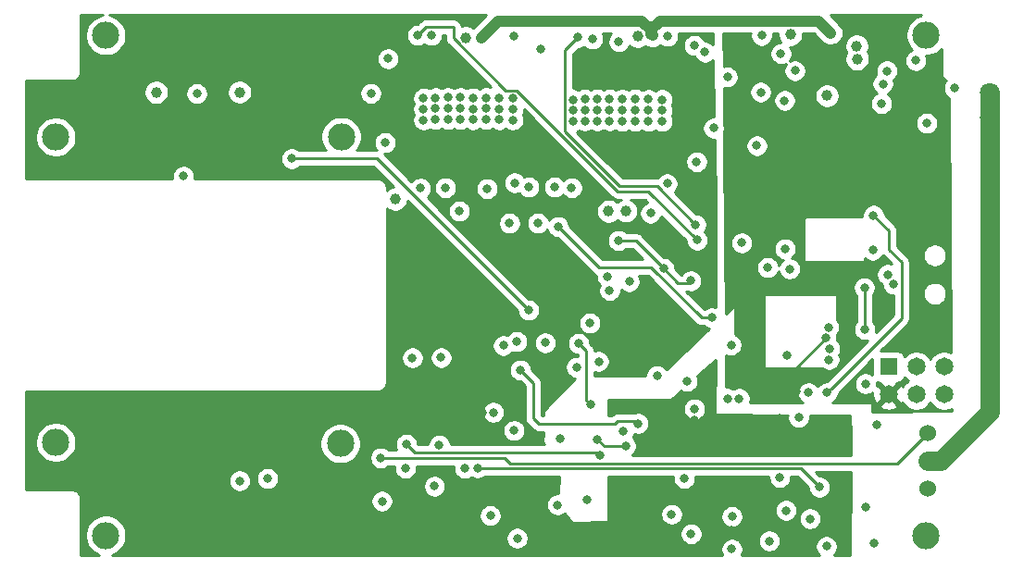
<source format=gbr>
%TF.GenerationSoftware,KiCad,Pcbnew,(5.1.10)-1*%
%TF.CreationDate,2021-06-25T15:36:54-07:00*%
%TF.ProjectId,laser,6c617365-722e-46b6-9963-61645f706362,rev?*%
%TF.SameCoordinates,Original*%
%TF.FileFunction,Copper,L3,Inr*%
%TF.FilePolarity,Positive*%
%FSLAX46Y46*%
G04 Gerber Fmt 4.6, Leading zero omitted, Abs format (unit mm)*
G04 Created by KiCad (PCBNEW (5.1.10)-1) date 2021-06-25 15:36:54*
%MOMM*%
%LPD*%
G01*
G04 APERTURE LIST*
%TA.AperFunction,ComponentPad*%
%ADD10R,1.650000X1.650000*%
%TD*%
%TA.AperFunction,ComponentPad*%
%ADD11C,1.650000*%
%TD*%
%TA.AperFunction,ComponentPad*%
%ADD12C,1.524000*%
%TD*%
%TA.AperFunction,ViaPad*%
%ADD13C,0.800000*%
%TD*%
%TA.AperFunction,ViaPad*%
%ADD14C,1.000000*%
%TD*%
%TA.AperFunction,ViaPad*%
%ADD15C,1.800000*%
%TD*%
%TA.AperFunction,ViaPad*%
%ADD16C,2.489200*%
%TD*%
%TA.AperFunction,Conductor*%
%ADD17C,0.250000*%
%TD*%
%TA.AperFunction,Conductor*%
%ADD18C,1.000000*%
%TD*%
%TA.AperFunction,Conductor*%
%ADD19C,1.800000*%
%TD*%
%TA.AperFunction,Conductor*%
%ADD20C,0.254000*%
%TD*%
%TA.AperFunction,Conductor*%
%ADD21C,0.100000*%
%TD*%
G04 APERTURE END LIST*
D10*
%TO.N,/ArduinoNano/D12-MISO*%
%TO.C,J601*%
X202420000Y-114240000D03*
D11*
%TO.N,/ArduinoNano/D13-SCK*%
X204960000Y-114240000D03*
%TO.N,/ArduinoNano/RESET*%
X207500000Y-114240000D03*
%TO.N,5.0V*%
X202420000Y-116780000D03*
%TO.N,/ArduinoNano/D11-MOSI*%
X204960000Y-116780000D03*
%TO.N,GND*%
X207500000Y-116780000D03*
%TD*%
D12*
%TO.N,MODULATION_SIGNAL*%
%TO.C,U101*%
X206000000Y-120320000D03*
%TO.N,5V_EXTERNAL_Power_Source*%
X206000000Y-122860000D03*
%TO.N,GND*%
X206000000Y-125400000D03*
%TD*%
D13*
%TO.N,Butterfly_Thermistor*%
X188090000Y-130930000D03*
X173890000Y-114280000D03*
X169510000Y-109070000D03*
X147840000Y-95200000D03*
%TO.N,4.2V*%
X165170000Y-84140000D03*
X197140000Y-83700000D03*
X180840002Y-83940000D03*
D14*
%TO.N,TEC_Plus*%
X157310000Y-98910000D03*
X176819999Y-99999999D03*
D13*
X163170001Y-99999999D03*
D14*
X178400000Y-99990000D03*
X179490000Y-84000000D03*
%TO.N,TEC_Minus*%
X163780000Y-84130000D03*
D13*
%TO.N,3.3V*%
X192500000Y-118930000D03*
X188070000Y-129200000D03*
X190050000Y-119070000D03*
X138020000Y-124670000D03*
X165250000Y-112400000D03*
X165280000Y-118410000D03*
X139130000Y-127140000D03*
X139160000Y-129050000D03*
X184810000Y-125920000D03*
X180900000Y-102290000D03*
X173440000Y-108670000D03*
X181720000Y-120790000D03*
X184690000Y-119100000D03*
X181480000Y-128499998D03*
X177750000Y-118120000D03*
X190740000Y-89120000D03*
X185760000Y-99610000D03*
%TO.N,Net-(C204-Pad2)*%
X202274999Y-87164999D03*
%TO.N,Net-(C205-Pad1)*%
X185640000Y-85460000D03*
D14*
X193464023Y-83840830D03*
D13*
%TO.N,5.0V*%
X207650000Y-93230000D03*
X188820000Y-96390000D03*
X207610000Y-94500000D03*
X188470000Y-84130000D03*
X196380000Y-105450000D03*
X193980000Y-116520000D03*
X188390000Y-99460000D03*
X190790000Y-96990000D03*
X191910000Y-101290000D03*
X201360000Y-119580000D03*
X196728047Y-111597281D03*
%TO.N,Net-(C209-Pad1)*%
X192920000Y-89890000D03*
%TO.N,REFERENCE_2.5V*%
X158330000Y-121330000D03*
X174080000Y-112110000D03*
X172200000Y-101410000D03*
X186260000Y-109770000D03*
X175188513Y-117720949D03*
X176030000Y-122350009D03*
%TO.N,Net-(C304-Pad2)*%
X155080000Y-89230000D03*
X161910000Y-97870000D03*
%TO.N,MODULATION_SIGNAL*%
X155990000Y-122590000D03*
%TO.N,Net-(C408-Pad1)*%
X163650000Y-123520000D03*
X166279933Y-118421763D03*
X166010000Y-127860000D03*
%TO.N,Thermal_Control_to_Power_OpAmps*%
X175110000Y-110250000D03*
X180650000Y-100190000D03*
%TO.N,Net-(C602-Pad1)*%
X200245000Y-110820152D03*
X200214990Y-107000000D03*
%TO.N,Net-(IC202-Pad1)*%
X190810000Y-83930000D03*
X201790000Y-90170000D03*
%TO.N,Net-(IC202-Pad3)*%
X187680000Y-87725000D03*
D15*
%TO.N,5V_EXTERNAL_Power_Source*%
X211700001Y-89149999D03*
X211700001Y-91399999D03*
D13*
%TO.N,Arduino_D5_Output*%
X196976300Y-113587972D03*
X191370000Y-105170000D03*
X182184849Y-97485151D03*
X168230000Y-97420000D03*
%TO.N,To_Arduino_AtoD_Pos*%
X174010000Y-84110002D03*
X184780000Y-101250000D03*
%TO.N,To_Arduino_AtoD_Neg*%
X184921272Y-102652691D03*
X159355000Y-83914998D03*
%TO.N,/ArduinoNano/RESET*%
X189000000Y-102900000D03*
X188030000Y-112260000D03*
%TO.N,/ArduinoNano/RX*%
X187690000Y-117140000D03*
%TO.N,/ArduinoNano/TX*%
X188760000Y-117150000D03*
%TO.N,Net-(IC602-Pad15)*%
X202330000Y-105810000D03*
%TO.N,Net-(IC602-Pad16)*%
X202875073Y-106703054D03*
%TO.N,Current_to_AtoD*%
X164847500Y-123497500D03*
X196100000Y-125260000D03*
%TO.N,DtoA_Output_to_Current*%
X179520000Y-119440000D03*
X168750000Y-114550000D03*
%TO.N,DtoA_Output_(Setpoint)*%
X182580000Y-127740000D03*
X176920000Y-107270000D03*
%TO.N,Net-(R504-Pad1)*%
X177712420Y-102692115D03*
X181870000Y-105260000D03*
X184350000Y-106380000D03*
%TO.N,Monitor+_To_AIN2*%
X193050150Y-127392520D03*
X137950000Y-96810000D03*
%TO.N,GND*%
X159900000Y-89670000D03*
X168060000Y-89670000D03*
X166820000Y-89650000D03*
X164420000Y-89640000D03*
X163270000Y-89620000D03*
X162130000Y-89620000D03*
X172150000Y-126880000D03*
X178160000Y-120170000D03*
X181250000Y-115060000D03*
X184010000Y-115550000D03*
D14*
X199520000Y-84890000D03*
X196800000Y-89450000D03*
D13*
X186410000Y-92400000D03*
D16*
X126263400Y-93225600D03*
X130835400Y-83929200D03*
X130835400Y-129674600D03*
X205841600Y-129700000D03*
X126263400Y-121165600D03*
X152374600Y-93200200D03*
X205867000Y-83903800D03*
X152298400Y-121267200D03*
D13*
X178700000Y-106450000D03*
X168420000Y-111950000D03*
X167200000Y-112300000D03*
X161500000Y-113400000D03*
X160900000Y-125180000D03*
X158250000Y-123520000D03*
X156100000Y-126550000D03*
D14*
X143080000Y-89120000D03*
X135460000Y-89140000D03*
D13*
X145620000Y-124470000D03*
X143080000Y-124680000D03*
X184650000Y-84850000D03*
X170650000Y-85200000D03*
X156663700Y-86063700D03*
X184863700Y-95486300D03*
X192960000Y-103450000D03*
X194210000Y-118890000D03*
X200310000Y-127120000D03*
X196750000Y-130680000D03*
D14*
X199550000Y-86080000D03*
D13*
X193870000Y-87160000D03*
X183740000Y-124460000D03*
X174850000Y-126400000D03*
X184360000Y-129540000D03*
X167760000Y-101100000D03*
X165720000Y-97950000D03*
X188100000Y-127940000D03*
X195240000Y-128160000D03*
X191520000Y-130190000D03*
X158880000Y-113430000D03*
X182200000Y-84000000D03*
X201910012Y-88354993D03*
X168150000Y-84010000D03*
X175340000Y-84250000D03*
X193170000Y-113240000D03*
X197040000Y-112590000D03*
X200984029Y-103573059D03*
X139170002Y-89259998D03*
X159630000Y-97900000D03*
X173450000Y-97870000D03*
X170340000Y-101110000D03*
X168470002Y-129940000D03*
X168180000Y-120080000D03*
X161330000Y-121390000D03*
X171019995Y-112050005D03*
X184679475Y-118100053D03*
X175910000Y-113760000D03*
X172359998Y-120780000D03*
X176712660Y-106037340D03*
X205900000Y-91970000D03*
X208450000Y-88740000D03*
X195100000Y-116620000D03*
X204920000Y-86230000D03*
X190380000Y-94010000D03*
X200310000Y-115800000D03*
X160996089Y-89626089D03*
X165620000Y-89630000D03*
X159900000Y-90670000D03*
X159900000Y-91670000D03*
X162130000Y-90620000D03*
X162130000Y-91620000D03*
X160996089Y-90626089D03*
X160996089Y-91626089D03*
X164420000Y-90640000D03*
X164420000Y-91640000D03*
X165620000Y-90630000D03*
X165620000Y-91630000D03*
X163270000Y-90620000D03*
X163270000Y-91620000D03*
X168060000Y-90670000D03*
X168060000Y-91670000D03*
X166820000Y-90650000D03*
X166820000Y-91650000D03*
X173550000Y-90800000D03*
X181710000Y-90800000D03*
X180470000Y-91780000D03*
X179270000Y-90760000D03*
X179270000Y-91760000D03*
X181710000Y-91800000D03*
X175780000Y-90750000D03*
X180470000Y-90780000D03*
X178070000Y-91770000D03*
X174646089Y-91756089D03*
X176920000Y-91750000D03*
X174646089Y-90756089D03*
X176920000Y-90750000D03*
X178070000Y-90770000D03*
X175780000Y-91750000D03*
X173550000Y-89800000D03*
X173550000Y-91800000D03*
X175780000Y-89750000D03*
X174646089Y-89756089D03*
X178070000Y-89770000D03*
X179270000Y-89760000D03*
X176920000Y-89750000D03*
X181710000Y-89800000D03*
X180470000Y-89780000D03*
X160617660Y-83917660D03*
X171875000Y-97795010D03*
X169516551Y-97795010D03*
X156372340Y-93727660D03*
X177760000Y-84520000D03*
X196940000Y-110620000D03*
X193380000Y-105300000D03*
X192573361Y-85595010D03*
%TO.N,/AtoD_DtoA/SDA*%
X178370000Y-121495000D03*
X175790000Y-120870000D03*
%TO.N,Net-(C808-Pad1)*%
X192480000Y-124365000D03*
X201130000Y-130370000D03*
%TO.N,Net-(C601-Pad1)*%
X196810000Y-116610000D03*
X201050000Y-100380000D03*
%TD*%
D17*
%TO.N,Butterfly_Thermistor*%
X155640000Y-95200000D02*
X147840000Y-95200000D01*
X169510000Y-109070000D02*
X155640000Y-95200000D01*
D18*
%TO.N,4.2V*%
X180680000Y-83424315D02*
X179875685Y-82620000D01*
X166690000Y-82620000D02*
X165170000Y-84140000D01*
X179875685Y-82620000D02*
X166690000Y-82620000D01*
X197140000Y-83700000D02*
X196039999Y-82599999D01*
X196039999Y-82599999D02*
X181504316Y-82599999D01*
X181504316Y-82599999D02*
X180680000Y-83424315D01*
X180680000Y-83424315D02*
X180680000Y-83779998D01*
X180680000Y-83779998D02*
X180840002Y-83940000D01*
D17*
%TO.N,5.0V*%
X193980000Y-114345328D02*
X193980000Y-116520000D01*
X196728047Y-111597281D02*
X193980000Y-114345328D01*
%TO.N,REFERENCE_2.5V*%
X185306998Y-109770000D02*
X186260000Y-109770000D01*
X180708407Y-105171409D02*
X185306998Y-109770000D01*
X175961409Y-105171409D02*
X180708407Y-105171409D01*
X172200000Y-101410000D02*
X175961409Y-105171409D01*
X175188513Y-117720949D02*
X174788514Y-117320950D01*
X174788514Y-112818514D02*
X174080000Y-112110000D01*
X174788514Y-117320950D02*
X174788514Y-112818514D01*
X158330000Y-121330000D02*
X159115001Y-122115001D01*
X159115001Y-122115001D02*
X175794992Y-122115001D01*
X175794992Y-122115001D02*
X176030000Y-122350009D01*
%TO.N,MODULATION_SIGNAL*%
X167832008Y-123075010D02*
X167346998Y-122590000D01*
X167346998Y-122590000D02*
X155990000Y-122590000D01*
X203244990Y-123075010D02*
X167832008Y-123075010D01*
X206000000Y-120320000D02*
X203244990Y-123075010D01*
%TO.N,Net-(C602-Pad1)*%
X200245000Y-110820152D02*
X200245000Y-107030010D01*
X200245000Y-107030010D02*
X200214990Y-107000000D01*
D19*
%TO.N,5V_EXTERNAL_Power_Source*%
X211700001Y-93830001D02*
X211700001Y-93830001D01*
X211700001Y-89149999D02*
X211700001Y-89149999D01*
X211700001Y-91399999D02*
X211700001Y-89149999D01*
X207220000Y-122860000D02*
X206000000Y-122860000D01*
X211700001Y-118379999D02*
X207220000Y-122860000D01*
X211700001Y-91399999D02*
X211700001Y-118379999D01*
D17*
%TO.N,To_Arduino_AtoD_Pos*%
X174010000Y-84110002D02*
X172824999Y-85295003D01*
X172824999Y-85295003D02*
X172824999Y-92725587D01*
X172824999Y-92725587D02*
X177839402Y-97739990D01*
X181269990Y-97739990D02*
X184780000Y-101250000D01*
X177839402Y-97739990D02*
X181269990Y-97739990D01*
%TO.N,To_Arduino_AtoD_Neg*%
X180458581Y-98190000D02*
X177653002Y-98190000D01*
X160109997Y-83160001D02*
X159355000Y-83914998D01*
X184921272Y-102652691D02*
X180458581Y-98190000D01*
X162623003Y-83160001D02*
X160109997Y-83160001D01*
X168408001Y-88944999D02*
X177653002Y-98190000D01*
X167373997Y-88944999D02*
X168408001Y-88944999D01*
X162623003Y-84194005D02*
X167373997Y-88944999D01*
X162623003Y-83160001D02*
X162623003Y-84194005D01*
%TO.N,Current_to_AtoD*%
X194365021Y-123525021D02*
X196100000Y-125260000D01*
X165440706Y-123525021D02*
X194365021Y-123525021D01*
X165413185Y-123497500D02*
X165440706Y-123525021D01*
X164847500Y-123497500D02*
X165413185Y-123497500D01*
%TO.N,DtoA_Output_to_Current*%
X177611999Y-119234999D02*
X177403347Y-119443651D01*
X179520000Y-119440000D02*
X179314999Y-119234999D01*
X177403347Y-119443651D02*
X170413651Y-119443651D01*
X179314999Y-119234999D02*
X177611999Y-119234999D01*
X170413651Y-119443651D02*
X169920000Y-118950000D01*
X169920000Y-118950000D02*
X169920000Y-115720000D01*
X169920000Y-115720000D02*
X168750000Y-114550000D01*
%TO.N,Net-(R504-Pad1)*%
X179302115Y-102692115D02*
X181870000Y-105260000D01*
X177712420Y-102692115D02*
X179302115Y-102692115D01*
X181870000Y-105260000D02*
X183170000Y-106560000D01*
X184170000Y-106560000D02*
X184350000Y-106380000D01*
X183170000Y-106560000D02*
X184170000Y-106560000D01*
%TO.N,/AtoD_DtoA/SDA*%
X178370000Y-121495000D02*
X176415000Y-121495000D01*
X176415000Y-121495000D02*
X175790000Y-120870000D01*
%TO.N,Net-(C601-Pad1)*%
X201050000Y-100380000D02*
X202445001Y-101775001D01*
X202445001Y-101775001D02*
X202445001Y-103525001D01*
X197209999Y-116210001D02*
X196810000Y-116610000D01*
X203600074Y-109819926D02*
X197209999Y-116210001D01*
X203600074Y-104680074D02*
X203600074Y-109819926D01*
X202445001Y-103525001D02*
X203600074Y-104680074D01*
%TD*%
D20*
%TO.N,5.0V*%
X200956928Y-114987480D02*
X200800256Y-114882795D01*
X200611898Y-114804774D01*
X200411939Y-114765000D01*
X200208061Y-114765000D01*
X200008102Y-114804774D01*
X199819744Y-114882795D01*
X199650226Y-114996063D01*
X199506063Y-115140226D01*
X199392795Y-115309744D01*
X199314774Y-115498102D01*
X199275000Y-115698061D01*
X199275000Y-115901939D01*
X199314774Y-116101898D01*
X199392795Y-116290256D01*
X199506063Y-116459774D01*
X199650226Y-116603937D01*
X199819744Y-116717205D01*
X200008102Y-116795226D01*
X200208061Y-116835000D01*
X200411939Y-116835000D01*
X200611898Y-116795226D01*
X200800256Y-116717205D01*
X200966966Y-116605813D01*
X200954583Y-116849521D01*
X200996303Y-117134074D01*
X201092735Y-117405020D01*
X201162927Y-117536337D01*
X201409449Y-117610946D01*
X202240395Y-116780000D01*
X201409449Y-115949054D01*
X201330900Y-115972827D01*
X201345000Y-115901939D01*
X201345000Y-115698061D01*
X201334612Y-115645839D01*
X201350820Y-115654502D01*
X201470518Y-115690812D01*
X201595000Y-115703072D01*
X201609143Y-115703072D01*
X201589054Y-115769449D01*
X202420000Y-116600395D01*
X203250946Y-115769449D01*
X203230857Y-115703072D01*
X203245000Y-115703072D01*
X203369482Y-115690812D01*
X203489180Y-115654502D01*
X203599494Y-115595537D01*
X203696185Y-115516185D01*
X203775537Y-115419494D01*
X203834502Y-115309180D01*
X203864742Y-115209494D01*
X204029304Y-115374056D01*
X204232759Y-115510000D01*
X204029304Y-115645944D01*
X203825944Y-115849304D01*
X203691459Y-116050576D01*
X203677073Y-116023663D01*
X203430551Y-115949054D01*
X202599605Y-116780000D01*
X203430551Y-117610946D01*
X203677073Y-117536337D01*
X203690523Y-117508023D01*
X203825944Y-117710696D01*
X204029304Y-117914056D01*
X204268431Y-118073835D01*
X204534134Y-118183893D01*
X204816203Y-118240000D01*
X205103797Y-118240000D01*
X205385866Y-118183893D01*
X205651569Y-118073835D01*
X205890696Y-117914056D01*
X206094056Y-117710696D01*
X206230000Y-117507241D01*
X206365944Y-117710696D01*
X206569304Y-117914056D01*
X206808431Y-118073835D01*
X207074134Y-118183893D01*
X207356203Y-118240000D01*
X207643797Y-118240000D01*
X207925866Y-118183893D01*
X208187486Y-118075526D01*
X208189459Y-118316096D01*
X200946058Y-118349921D01*
X200930757Y-117790551D01*
X201589054Y-117790551D01*
X201663663Y-118037073D01*
X201923439Y-118160473D01*
X202202297Y-118230823D01*
X202489521Y-118245417D01*
X202774074Y-118203697D01*
X203045020Y-118107265D01*
X203176337Y-118037073D01*
X203250946Y-117790551D01*
X202420000Y-116959605D01*
X201589054Y-117790551D01*
X200930757Y-117790551D01*
X200926953Y-117651527D01*
X200923836Y-117626827D01*
X200915960Y-117603209D01*
X200903628Y-117581581D01*
X200887313Y-117562775D01*
X200867643Y-117547513D01*
X200845374Y-117536382D01*
X200821361Y-117529809D01*
X200800333Y-117528000D01*
X197312755Y-117518853D01*
X197469774Y-117413937D01*
X197613937Y-117269774D01*
X197727205Y-117100256D01*
X197805226Y-116911898D01*
X197845000Y-116711939D01*
X197845000Y-116649801D01*
X200956928Y-113537874D01*
X200956928Y-114987480D01*
%TA.AperFunction,Conductor*%
D21*
G36*
X200956928Y-114987480D02*
G01*
X200800256Y-114882795D01*
X200611898Y-114804774D01*
X200411939Y-114765000D01*
X200208061Y-114765000D01*
X200008102Y-114804774D01*
X199819744Y-114882795D01*
X199650226Y-114996063D01*
X199506063Y-115140226D01*
X199392795Y-115309744D01*
X199314774Y-115498102D01*
X199275000Y-115698061D01*
X199275000Y-115901939D01*
X199314774Y-116101898D01*
X199392795Y-116290256D01*
X199506063Y-116459774D01*
X199650226Y-116603937D01*
X199819744Y-116717205D01*
X200008102Y-116795226D01*
X200208061Y-116835000D01*
X200411939Y-116835000D01*
X200611898Y-116795226D01*
X200800256Y-116717205D01*
X200966966Y-116605813D01*
X200954583Y-116849521D01*
X200996303Y-117134074D01*
X201092735Y-117405020D01*
X201162927Y-117536337D01*
X201409449Y-117610946D01*
X202240395Y-116780000D01*
X201409449Y-115949054D01*
X201330900Y-115972827D01*
X201345000Y-115901939D01*
X201345000Y-115698061D01*
X201334612Y-115645839D01*
X201350820Y-115654502D01*
X201470518Y-115690812D01*
X201595000Y-115703072D01*
X201609143Y-115703072D01*
X201589054Y-115769449D01*
X202420000Y-116600395D01*
X203250946Y-115769449D01*
X203230857Y-115703072D01*
X203245000Y-115703072D01*
X203369482Y-115690812D01*
X203489180Y-115654502D01*
X203599494Y-115595537D01*
X203696185Y-115516185D01*
X203775537Y-115419494D01*
X203834502Y-115309180D01*
X203864742Y-115209494D01*
X204029304Y-115374056D01*
X204232759Y-115510000D01*
X204029304Y-115645944D01*
X203825944Y-115849304D01*
X203691459Y-116050576D01*
X203677073Y-116023663D01*
X203430551Y-115949054D01*
X202599605Y-116780000D01*
X203430551Y-117610946D01*
X203677073Y-117536337D01*
X203690523Y-117508023D01*
X203825944Y-117710696D01*
X204029304Y-117914056D01*
X204268431Y-118073835D01*
X204534134Y-118183893D01*
X204816203Y-118240000D01*
X205103797Y-118240000D01*
X205385866Y-118183893D01*
X205651569Y-118073835D01*
X205890696Y-117914056D01*
X206094056Y-117710696D01*
X206230000Y-117507241D01*
X206365944Y-117710696D01*
X206569304Y-117914056D01*
X206808431Y-118073835D01*
X207074134Y-118183893D01*
X207356203Y-118240000D01*
X207643797Y-118240000D01*
X207925866Y-118183893D01*
X208187486Y-118075526D01*
X208189459Y-118316096D01*
X200946058Y-118349921D01*
X200930757Y-117790551D01*
X201589054Y-117790551D01*
X201663663Y-118037073D01*
X201923439Y-118160473D01*
X202202297Y-118230823D01*
X202489521Y-118245417D01*
X202774074Y-118203697D01*
X203045020Y-118107265D01*
X203176337Y-118037073D01*
X203250946Y-117790551D01*
X202420000Y-116959605D01*
X201589054Y-117790551D01*
X200930757Y-117790551D01*
X200926953Y-117651527D01*
X200923836Y-117626827D01*
X200915960Y-117603209D01*
X200903628Y-117581581D01*
X200887313Y-117562775D01*
X200867643Y-117547513D01*
X200845374Y-117536382D01*
X200821361Y-117529809D01*
X200800333Y-117528000D01*
X197312755Y-117518853D01*
X197469774Y-117413937D01*
X197613937Y-117269774D01*
X197727205Y-117100256D01*
X197805226Y-116911898D01*
X197845000Y-116711939D01*
X197845000Y-116649801D01*
X200956928Y-113537874D01*
X200956928Y-114987480D01*
G37*
%TD.AperFunction*%
D20*
X205318741Y-82096432D02*
X204976675Y-82238120D01*
X204668825Y-82443819D01*
X204407019Y-82705625D01*
X204201320Y-83013475D01*
X204059632Y-83355541D01*
X203987400Y-83718676D01*
X203987400Y-84088924D01*
X204059632Y-84452059D01*
X204201320Y-84794125D01*
X204407019Y-85101975D01*
X204562747Y-85257703D01*
X204429744Y-85312795D01*
X204260226Y-85426063D01*
X204116063Y-85570226D01*
X204002795Y-85739744D01*
X203924774Y-85928102D01*
X203885000Y-86128061D01*
X203885000Y-86331939D01*
X203924774Y-86531898D01*
X204002795Y-86720256D01*
X204116063Y-86889774D01*
X204260226Y-87033937D01*
X204429744Y-87147205D01*
X204618102Y-87225226D01*
X204818061Y-87265000D01*
X205021939Y-87265000D01*
X205221898Y-87225226D01*
X205410256Y-87147205D01*
X205579774Y-87033937D01*
X205723937Y-86889774D01*
X205837205Y-86720256D01*
X205915226Y-86531898D01*
X205955000Y-86331939D01*
X205955000Y-86128061D01*
X205915226Y-85928102D01*
X205855288Y-85783400D01*
X206052124Y-85783400D01*
X206415259Y-85711168D01*
X206757325Y-85569480D01*
X207065175Y-85363781D01*
X207245000Y-85183956D01*
X207245000Y-87292014D01*
X207241436Y-87328200D01*
X207255658Y-87472599D01*
X207297778Y-87611449D01*
X207366176Y-87739413D01*
X207458225Y-87851575D01*
X207561174Y-87936063D01*
X207570387Y-87943624D01*
X207698351Y-88012022D01*
X207710563Y-88015726D01*
X207646063Y-88080226D01*
X207532795Y-88249744D01*
X207454774Y-88438102D01*
X207415000Y-88638061D01*
X207415000Y-88841939D01*
X207454774Y-89041898D01*
X207532795Y-89230256D01*
X207646063Y-89399774D01*
X207790226Y-89543937D01*
X207954380Y-89653621D01*
X208145259Y-112926983D01*
X207925866Y-112836107D01*
X207643797Y-112780000D01*
X207356203Y-112780000D01*
X207074134Y-112836107D01*
X206808431Y-112946165D01*
X206569304Y-113105944D01*
X206365944Y-113309304D01*
X206230000Y-113512759D01*
X206094056Y-113309304D01*
X205890696Y-113105944D01*
X205651569Y-112946165D01*
X205385866Y-112836107D01*
X205103797Y-112780000D01*
X204816203Y-112780000D01*
X204534134Y-112836107D01*
X204268431Y-112946165D01*
X204029304Y-113105944D01*
X203864742Y-113270506D01*
X203834502Y-113170820D01*
X203775537Y-113060506D01*
X203696185Y-112963815D01*
X203599494Y-112884463D01*
X203489180Y-112825498D01*
X203369482Y-112789188D01*
X203245000Y-112776928D01*
X201717874Y-112776928D01*
X204111077Y-110383725D01*
X204140075Y-110359927D01*
X204235048Y-110244202D01*
X204305620Y-110112173D01*
X204349077Y-109968912D01*
X204360074Y-109857259D01*
X204360074Y-109857251D01*
X204363750Y-109819926D01*
X204360074Y-109782601D01*
X204360074Y-107453137D01*
X205565000Y-107453137D01*
X205565000Y-107666863D01*
X205606696Y-107876483D01*
X205688485Y-108073940D01*
X205807225Y-108251647D01*
X205958353Y-108402775D01*
X206136060Y-108521515D01*
X206333517Y-108603304D01*
X206543137Y-108645000D01*
X206756863Y-108645000D01*
X206966483Y-108603304D01*
X207163940Y-108521515D01*
X207341647Y-108402775D01*
X207492775Y-108251647D01*
X207611515Y-108073940D01*
X207693304Y-107876483D01*
X207735000Y-107666863D01*
X207735000Y-107453137D01*
X207693304Y-107243517D01*
X207611515Y-107046060D01*
X207492775Y-106868353D01*
X207341647Y-106717225D01*
X207163940Y-106598485D01*
X206966483Y-106516696D01*
X206756863Y-106475000D01*
X206543137Y-106475000D01*
X206333517Y-106516696D01*
X206136060Y-106598485D01*
X205958353Y-106717225D01*
X205807225Y-106868353D01*
X205688485Y-107046060D01*
X205606696Y-107243517D01*
X205565000Y-107453137D01*
X204360074Y-107453137D01*
X204360074Y-104717397D01*
X204363750Y-104680074D01*
X204360074Y-104642751D01*
X204360074Y-104642741D01*
X204349077Y-104531088D01*
X204305620Y-104387827D01*
X204252623Y-104288678D01*
X204235048Y-104255797D01*
X204163873Y-104169071D01*
X204140075Y-104140073D01*
X204111078Y-104116276D01*
X203947939Y-103953137D01*
X205565000Y-103953137D01*
X205565000Y-104166863D01*
X205606696Y-104376483D01*
X205688485Y-104573940D01*
X205807225Y-104751647D01*
X205958353Y-104902775D01*
X206136060Y-105021515D01*
X206333517Y-105103304D01*
X206543137Y-105145000D01*
X206756863Y-105145000D01*
X206966483Y-105103304D01*
X207163940Y-105021515D01*
X207341647Y-104902775D01*
X207492775Y-104751647D01*
X207611515Y-104573940D01*
X207693304Y-104376483D01*
X207735000Y-104166863D01*
X207735000Y-103953137D01*
X207693304Y-103743517D01*
X207611515Y-103546060D01*
X207492775Y-103368353D01*
X207341647Y-103217225D01*
X207163940Y-103098485D01*
X206966483Y-103016696D01*
X206756863Y-102975000D01*
X206543137Y-102975000D01*
X206333517Y-103016696D01*
X206136060Y-103098485D01*
X205958353Y-103217225D01*
X205807225Y-103368353D01*
X205688485Y-103546060D01*
X205606696Y-103743517D01*
X205565000Y-103953137D01*
X203947939Y-103953137D01*
X203205001Y-103210200D01*
X203205001Y-101812323D01*
X203208677Y-101775000D01*
X203205001Y-101737677D01*
X203205001Y-101737668D01*
X203194004Y-101626015D01*
X203150547Y-101482754D01*
X203079975Y-101350725D01*
X202985002Y-101235000D01*
X202956005Y-101211203D01*
X202085000Y-100340199D01*
X202085000Y-100278061D01*
X202045226Y-100078102D01*
X201967205Y-99889744D01*
X201853937Y-99720226D01*
X201709774Y-99576063D01*
X201540256Y-99462795D01*
X201351898Y-99384774D01*
X201151939Y-99345000D01*
X200948061Y-99345000D01*
X200748102Y-99384774D01*
X200559744Y-99462795D01*
X200390226Y-99576063D01*
X200246063Y-99720226D01*
X200132795Y-99889744D01*
X200054774Y-100078102D01*
X200015000Y-100278061D01*
X200015000Y-100481939D01*
X200025157Y-100533000D01*
X194815920Y-100533000D01*
X194791144Y-100535440D01*
X194767319Y-100542667D01*
X194745363Y-100554403D01*
X194726117Y-100570197D01*
X194710323Y-100589443D01*
X194698587Y-100611399D01*
X194691360Y-100635224D01*
X194688920Y-100660000D01*
X194688920Y-104490000D01*
X194691360Y-104514776D01*
X194698587Y-104538601D01*
X194710323Y-104560557D01*
X194726117Y-104579803D01*
X194745363Y-104595597D01*
X194767319Y-104607333D01*
X194791144Y-104614560D01*
X194815920Y-104617000D01*
X200145920Y-104617000D01*
X200170696Y-104614560D01*
X200194521Y-104607333D01*
X200216477Y-104595597D01*
X200235723Y-104579803D01*
X200251517Y-104560557D01*
X200263253Y-104538601D01*
X200270480Y-104514776D01*
X200272920Y-104490000D01*
X200272920Y-104325661D01*
X200324255Y-104376996D01*
X200493773Y-104490264D01*
X200682131Y-104568285D01*
X200882090Y-104608059D01*
X201085968Y-104608059D01*
X201285927Y-104568285D01*
X201474285Y-104490264D01*
X201643803Y-104376996D01*
X201787966Y-104232833D01*
X201901234Y-104063315D01*
X201902033Y-104061386D01*
X201905001Y-104065002D01*
X201933999Y-104088800D01*
X202679824Y-104834626D01*
X202631898Y-104814774D01*
X202431939Y-104775000D01*
X202228061Y-104775000D01*
X202028102Y-104814774D01*
X201839744Y-104892795D01*
X201670226Y-105006063D01*
X201526063Y-105150226D01*
X201412795Y-105319744D01*
X201334774Y-105508102D01*
X201295000Y-105708061D01*
X201295000Y-105911939D01*
X201334774Y-106111898D01*
X201412795Y-106300256D01*
X201526063Y-106469774D01*
X201670226Y-106613937D01*
X201839744Y-106727205D01*
X201840073Y-106727341D01*
X201840073Y-106804993D01*
X201879847Y-107004952D01*
X201957868Y-107193310D01*
X202071136Y-107362828D01*
X202215299Y-107506991D01*
X202384817Y-107620259D01*
X202573175Y-107698280D01*
X202773134Y-107738054D01*
X202840075Y-107738054D01*
X202840075Y-109505123D01*
X201244466Y-111100732D01*
X201280000Y-110922091D01*
X201280000Y-110718213D01*
X201240226Y-110518254D01*
X201162205Y-110329896D01*
X201048937Y-110160378D01*
X201005000Y-110116441D01*
X201005000Y-107673701D01*
X201018927Y-107659774D01*
X201132195Y-107490256D01*
X201210216Y-107301898D01*
X201249990Y-107101939D01*
X201249990Y-106898061D01*
X201210216Y-106698102D01*
X201132195Y-106509744D01*
X201018927Y-106340226D01*
X200874764Y-106196063D01*
X200705246Y-106082795D01*
X200516888Y-106004774D01*
X200316929Y-105965000D01*
X200113051Y-105965000D01*
X199913092Y-106004774D01*
X199724734Y-106082795D01*
X199555216Y-106196063D01*
X199411053Y-106340226D01*
X199297785Y-106509744D01*
X199219764Y-106698102D01*
X199179990Y-106898061D01*
X199179990Y-107101939D01*
X199219764Y-107301898D01*
X199297785Y-107490256D01*
X199411053Y-107659774D01*
X199485001Y-107733722D01*
X199485000Y-110116441D01*
X199441063Y-110160378D01*
X199327795Y-110329896D01*
X199249774Y-110518254D01*
X199210000Y-110718213D01*
X199210000Y-110922091D01*
X199249774Y-111122050D01*
X199327795Y-111310408D01*
X199441063Y-111479926D01*
X199585226Y-111624089D01*
X199754744Y-111737357D01*
X199943102Y-111815378D01*
X200143061Y-111855152D01*
X200346939Y-111855152D01*
X200525580Y-111819618D01*
X196770199Y-115575000D01*
X196708061Y-115575000D01*
X196508102Y-115614774D01*
X196319744Y-115692795D01*
X196150226Y-115806063D01*
X196006063Y-115950226D01*
X195951659Y-116031647D01*
X195903937Y-115960226D01*
X195759774Y-115816063D01*
X195590256Y-115702795D01*
X195401898Y-115624774D01*
X195201939Y-115585000D01*
X194998061Y-115585000D01*
X194798102Y-115624774D01*
X194609744Y-115702795D01*
X194440226Y-115816063D01*
X194296063Y-115960226D01*
X194182795Y-116129744D01*
X194104774Y-116318102D01*
X194065000Y-116518061D01*
X194065000Y-116721939D01*
X194104774Y-116921898D01*
X194182795Y-117110256D01*
X194296063Y-117279774D01*
X194440226Y-117423937D01*
X194571519Y-117511664D01*
X189735723Y-117498981D01*
X189755226Y-117451898D01*
X189795000Y-117251939D01*
X189795000Y-117048061D01*
X189755226Y-116848102D01*
X189677205Y-116659744D01*
X189563937Y-116490226D01*
X189419774Y-116346063D01*
X189250256Y-116232795D01*
X189061898Y-116154774D01*
X188861939Y-116115000D01*
X188658061Y-116115000D01*
X188458102Y-116154774D01*
X188269744Y-116232795D01*
X188232483Y-116257692D01*
X188180256Y-116222795D01*
X187991898Y-116144774D01*
X187791939Y-116105000D01*
X187588061Y-116105000D01*
X187570234Y-116108546D01*
X187547433Y-113180390D01*
X187728102Y-113255226D01*
X187928061Y-113295000D01*
X188131939Y-113295000D01*
X188331898Y-113255226D01*
X188520256Y-113177205D01*
X188689774Y-113063937D01*
X188833937Y-112919774D01*
X188947205Y-112750256D01*
X189025226Y-112561898D01*
X189065000Y-112361939D01*
X189065000Y-112158061D01*
X189025226Y-111958102D01*
X188947205Y-111769744D01*
X188833937Y-111600226D01*
X188689774Y-111456063D01*
X188520256Y-111342795D01*
X188401122Y-111293448D01*
X188376994Y-108888726D01*
X188375374Y-108869744D01*
X188369013Y-108845674D01*
X188358079Y-108823307D01*
X188342991Y-108803503D01*
X188324329Y-108787024D01*
X188302812Y-108774501D01*
X188279264Y-108766418D01*
X188254592Y-108763083D01*
X188229744Y-108764626D01*
X188205674Y-108770987D01*
X188183307Y-108781921D01*
X188163503Y-108797009D01*
X187517975Y-109397455D01*
X187505303Y-107770000D01*
X191013000Y-107770000D01*
X191013000Y-114260000D01*
X191015440Y-114284776D01*
X191022667Y-114308601D01*
X191034403Y-114330557D01*
X191050197Y-114349803D01*
X191069443Y-114365597D01*
X191091399Y-114377333D01*
X191115224Y-114384560D01*
X191140000Y-114387000D01*
X196311617Y-114387000D01*
X196316526Y-114391909D01*
X196486044Y-114505177D01*
X196674402Y-114583198D01*
X196874361Y-114622972D01*
X197078239Y-114622972D01*
X197278198Y-114583198D01*
X197466556Y-114505177D01*
X197636074Y-114391909D01*
X197643275Y-114384708D01*
X197644776Y-114384560D01*
X197668601Y-114377333D01*
X197690557Y-114365597D01*
X197709803Y-114349803D01*
X197725597Y-114330557D01*
X197737333Y-114308601D01*
X197744560Y-114284776D01*
X197744708Y-114283275D01*
X197780237Y-114247746D01*
X197893505Y-114078228D01*
X197971526Y-113889870D01*
X198011300Y-113689911D01*
X198011300Y-113486033D01*
X197971526Y-113286074D01*
X197913418Y-113145789D01*
X197957205Y-113080256D01*
X198035226Y-112891898D01*
X198075000Y-112691939D01*
X198075000Y-112488061D01*
X198035226Y-112288102D01*
X197957205Y-112099744D01*
X197843937Y-111930226D01*
X197747000Y-111833289D01*
X197747000Y-111275190D01*
X197857205Y-111110256D01*
X197935226Y-110921898D01*
X197975000Y-110721939D01*
X197975000Y-110518061D01*
X197935226Y-110318102D01*
X197857205Y-110129744D01*
X197747000Y-109964810D01*
X197747000Y-107770000D01*
X197744560Y-107745224D01*
X197737333Y-107721399D01*
X197725597Y-107699443D01*
X197709803Y-107680197D01*
X197690557Y-107664403D01*
X197668601Y-107652667D01*
X197644776Y-107645440D01*
X197620000Y-107643000D01*
X191140000Y-107643000D01*
X191115224Y-107645440D01*
X191091399Y-107652667D01*
X191069443Y-107664403D01*
X191050197Y-107680197D01*
X191034403Y-107699443D01*
X191022667Y-107721399D01*
X191015440Y-107745224D01*
X191013000Y-107770000D01*
X187505303Y-107770000D01*
X187484263Y-105068061D01*
X190335000Y-105068061D01*
X190335000Y-105271939D01*
X190374774Y-105471898D01*
X190452795Y-105660256D01*
X190566063Y-105829774D01*
X190710226Y-105973937D01*
X190879744Y-106087205D01*
X191068102Y-106165226D01*
X191268061Y-106205000D01*
X191471939Y-106205000D01*
X191671898Y-106165226D01*
X191860256Y-106087205D01*
X192029774Y-105973937D01*
X192173937Y-105829774D01*
X192287205Y-105660256D01*
X192360963Y-105482190D01*
X192384774Y-105601898D01*
X192462795Y-105790256D01*
X192576063Y-105959774D01*
X192720226Y-106103937D01*
X192889744Y-106217205D01*
X193078102Y-106295226D01*
X193278061Y-106335000D01*
X193481939Y-106335000D01*
X193681898Y-106295226D01*
X193870256Y-106217205D01*
X194039774Y-106103937D01*
X194183937Y-105959774D01*
X194297205Y-105790256D01*
X194375226Y-105601898D01*
X194415000Y-105401939D01*
X194415000Y-105198061D01*
X194375226Y-104998102D01*
X194297205Y-104809744D01*
X194183937Y-104640226D01*
X194039774Y-104496063D01*
X193870256Y-104382795D01*
X193681898Y-104304774D01*
X193575396Y-104283590D01*
X193619774Y-104253937D01*
X193763937Y-104109774D01*
X193877205Y-103940256D01*
X193955226Y-103751898D01*
X193995000Y-103551939D01*
X193995000Y-103348061D01*
X193955226Y-103148102D01*
X193877205Y-102959744D01*
X193763937Y-102790226D01*
X193619774Y-102646063D01*
X193450256Y-102532795D01*
X193261898Y-102454774D01*
X193061939Y-102415000D01*
X192858061Y-102415000D01*
X192658102Y-102454774D01*
X192469744Y-102532795D01*
X192300226Y-102646063D01*
X192156063Y-102790226D01*
X192042795Y-102959744D01*
X191964774Y-103148102D01*
X191925000Y-103348061D01*
X191925000Y-103551939D01*
X191964774Y-103751898D01*
X192042795Y-103940256D01*
X192156063Y-104109774D01*
X192300226Y-104253937D01*
X192469744Y-104367205D01*
X192658102Y-104445226D01*
X192764604Y-104466410D01*
X192720226Y-104496063D01*
X192576063Y-104640226D01*
X192462795Y-104809744D01*
X192389037Y-104987810D01*
X192365226Y-104868102D01*
X192287205Y-104679744D01*
X192173937Y-104510226D01*
X192029774Y-104366063D01*
X191860256Y-104252795D01*
X191671898Y-104174774D01*
X191471939Y-104135000D01*
X191268061Y-104135000D01*
X191068102Y-104174774D01*
X190879744Y-104252795D01*
X190710226Y-104366063D01*
X190566063Y-104510226D01*
X190452795Y-104679744D01*
X190374774Y-104868102D01*
X190335000Y-105068061D01*
X187484263Y-105068061D01*
X187466587Y-102798061D01*
X187965000Y-102798061D01*
X187965000Y-103001939D01*
X188004774Y-103201898D01*
X188082795Y-103390256D01*
X188196063Y-103559774D01*
X188340226Y-103703937D01*
X188509744Y-103817205D01*
X188698102Y-103895226D01*
X188898061Y-103935000D01*
X189101939Y-103935000D01*
X189301898Y-103895226D01*
X189490256Y-103817205D01*
X189659774Y-103703937D01*
X189803937Y-103559774D01*
X189917205Y-103390256D01*
X189995226Y-103201898D01*
X190035000Y-103001939D01*
X190035000Y-102798061D01*
X189995226Y-102598102D01*
X189917205Y-102409744D01*
X189803937Y-102240226D01*
X189659774Y-102096063D01*
X189490256Y-101982795D01*
X189301898Y-101904774D01*
X189101939Y-101865000D01*
X188898061Y-101865000D01*
X188698102Y-101904774D01*
X188509744Y-101982795D01*
X188340226Y-102096063D01*
X188196063Y-102240226D01*
X188082795Y-102409744D01*
X188004774Y-102598102D01*
X187965000Y-102798061D01*
X187466587Y-102798061D01*
X187397361Y-93908061D01*
X189345000Y-93908061D01*
X189345000Y-94111939D01*
X189384774Y-94311898D01*
X189462795Y-94500256D01*
X189576063Y-94669774D01*
X189720226Y-94813937D01*
X189889744Y-94927205D01*
X190078102Y-95005226D01*
X190278061Y-95045000D01*
X190481939Y-95045000D01*
X190681898Y-95005226D01*
X190870256Y-94927205D01*
X191039774Y-94813937D01*
X191183937Y-94669774D01*
X191297205Y-94500256D01*
X191375226Y-94311898D01*
X191415000Y-94111939D01*
X191415000Y-93908061D01*
X191375226Y-93708102D01*
X191297205Y-93519744D01*
X191183937Y-93350226D01*
X191039774Y-93206063D01*
X190870256Y-93092795D01*
X190681898Y-93014774D01*
X190481939Y-92975000D01*
X190278061Y-92975000D01*
X190078102Y-93014774D01*
X189889744Y-93092795D01*
X189720226Y-93206063D01*
X189576063Y-93350226D01*
X189462795Y-93519744D01*
X189384774Y-93708102D01*
X189345000Y-93908061D01*
X187397361Y-93908061D01*
X187388287Y-92742791D01*
X187405226Y-92701898D01*
X187445000Y-92501939D01*
X187445000Y-92298061D01*
X187405226Y-92098102D01*
X187382847Y-92044074D01*
X187381477Y-91868061D01*
X204865000Y-91868061D01*
X204865000Y-92071939D01*
X204904774Y-92271898D01*
X204982795Y-92460256D01*
X205096063Y-92629774D01*
X205240226Y-92773937D01*
X205409744Y-92887205D01*
X205598102Y-92965226D01*
X205798061Y-93005000D01*
X206001939Y-93005000D01*
X206201898Y-92965226D01*
X206390256Y-92887205D01*
X206559774Y-92773937D01*
X206703937Y-92629774D01*
X206817205Y-92460256D01*
X206895226Y-92271898D01*
X206935000Y-92071939D01*
X206935000Y-91868061D01*
X206895226Y-91668102D01*
X206817205Y-91479744D01*
X206703937Y-91310226D01*
X206559774Y-91166063D01*
X206390256Y-91052795D01*
X206201898Y-90974774D01*
X206001939Y-90935000D01*
X205798061Y-90935000D01*
X205598102Y-90974774D01*
X205409744Y-91052795D01*
X205240226Y-91166063D01*
X205096063Y-91310226D01*
X204982795Y-91479744D01*
X204904774Y-91668102D01*
X204865000Y-91868061D01*
X187381477Y-91868061D01*
X187359284Y-89018061D01*
X189705000Y-89018061D01*
X189705000Y-89221939D01*
X189744774Y-89421898D01*
X189822795Y-89610256D01*
X189936063Y-89779774D01*
X190080226Y-89923937D01*
X190249744Y-90037205D01*
X190438102Y-90115226D01*
X190638061Y-90155000D01*
X190841939Y-90155000D01*
X191041898Y-90115226D01*
X191230256Y-90037205D01*
X191399774Y-89923937D01*
X191535650Y-89788061D01*
X191885000Y-89788061D01*
X191885000Y-89991939D01*
X191924774Y-90191898D01*
X192002795Y-90380256D01*
X192116063Y-90549774D01*
X192260226Y-90693937D01*
X192429744Y-90807205D01*
X192618102Y-90885226D01*
X192818061Y-90925000D01*
X193021939Y-90925000D01*
X193221898Y-90885226D01*
X193410256Y-90807205D01*
X193579774Y-90693937D01*
X193723937Y-90549774D01*
X193837205Y-90380256D01*
X193915226Y-90191898D01*
X193955000Y-89991939D01*
X193955000Y-89788061D01*
X193915226Y-89588102D01*
X193837205Y-89399744D01*
X193796091Y-89338212D01*
X195665000Y-89338212D01*
X195665000Y-89561788D01*
X195708617Y-89781067D01*
X195794176Y-89987624D01*
X195918388Y-90173520D01*
X196076480Y-90331612D01*
X196262376Y-90455824D01*
X196468933Y-90541383D01*
X196688212Y-90585000D01*
X196911788Y-90585000D01*
X197131067Y-90541383D01*
X197337624Y-90455824D01*
X197523520Y-90331612D01*
X197681612Y-90173520D01*
X197752077Y-90068061D01*
X200755000Y-90068061D01*
X200755000Y-90271939D01*
X200794774Y-90471898D01*
X200872795Y-90660256D01*
X200986063Y-90829774D01*
X201130226Y-90973937D01*
X201299744Y-91087205D01*
X201488102Y-91165226D01*
X201688061Y-91205000D01*
X201891939Y-91205000D01*
X202091898Y-91165226D01*
X202280256Y-91087205D01*
X202449774Y-90973937D01*
X202593937Y-90829774D01*
X202707205Y-90660256D01*
X202785226Y-90471898D01*
X202825000Y-90271939D01*
X202825000Y-90068061D01*
X202785226Y-89868102D01*
X202707205Y-89679744D01*
X202593937Y-89510226D01*
X202449774Y-89366063D01*
X202344109Y-89295460D01*
X202400268Y-89272198D01*
X202569786Y-89158930D01*
X202713949Y-89014767D01*
X202827217Y-88845249D01*
X202905238Y-88656891D01*
X202945012Y-88456932D01*
X202945012Y-88253054D01*
X202905238Y-88053095D01*
X202884337Y-88002636D01*
X202934773Y-87968936D01*
X203078936Y-87824773D01*
X203192204Y-87655255D01*
X203270225Y-87466897D01*
X203309999Y-87266938D01*
X203309999Y-87063060D01*
X203270225Y-86863101D01*
X203192204Y-86674743D01*
X203078936Y-86505225D01*
X202934773Y-86361062D01*
X202765255Y-86247794D01*
X202576897Y-86169773D01*
X202376938Y-86129999D01*
X202173060Y-86129999D01*
X201973101Y-86169773D01*
X201784743Y-86247794D01*
X201615225Y-86361062D01*
X201471062Y-86505225D01*
X201357794Y-86674743D01*
X201279773Y-86863101D01*
X201239999Y-87063060D01*
X201239999Y-87266938D01*
X201279773Y-87466897D01*
X201300674Y-87517356D01*
X201250238Y-87551056D01*
X201106075Y-87695219D01*
X200992807Y-87864737D01*
X200914786Y-88053095D01*
X200875012Y-88253054D01*
X200875012Y-88456932D01*
X200914786Y-88656891D01*
X200992807Y-88845249D01*
X201106075Y-89014767D01*
X201250238Y-89158930D01*
X201355903Y-89229533D01*
X201299744Y-89252795D01*
X201130226Y-89366063D01*
X200986063Y-89510226D01*
X200872795Y-89679744D01*
X200794774Y-89868102D01*
X200755000Y-90068061D01*
X197752077Y-90068061D01*
X197805824Y-89987624D01*
X197891383Y-89781067D01*
X197935000Y-89561788D01*
X197935000Y-89338212D01*
X197891383Y-89118933D01*
X197805824Y-88912376D01*
X197681612Y-88726480D01*
X197523520Y-88568388D01*
X197337624Y-88444176D01*
X197131067Y-88358617D01*
X196911788Y-88315000D01*
X196688212Y-88315000D01*
X196468933Y-88358617D01*
X196262376Y-88444176D01*
X196076480Y-88568388D01*
X195918388Y-88726480D01*
X195794176Y-88912376D01*
X195708617Y-89118933D01*
X195665000Y-89338212D01*
X193796091Y-89338212D01*
X193723937Y-89230226D01*
X193579774Y-89086063D01*
X193410256Y-88972795D01*
X193221898Y-88894774D01*
X193021939Y-88855000D01*
X192818061Y-88855000D01*
X192618102Y-88894774D01*
X192429744Y-88972795D01*
X192260226Y-89086063D01*
X192116063Y-89230226D01*
X192002795Y-89399744D01*
X191924774Y-89588102D01*
X191885000Y-89788061D01*
X191535650Y-89788061D01*
X191543937Y-89779774D01*
X191657205Y-89610256D01*
X191735226Y-89421898D01*
X191775000Y-89221939D01*
X191775000Y-89018061D01*
X191735226Y-88818102D01*
X191657205Y-88629744D01*
X191543937Y-88460226D01*
X191399774Y-88316063D01*
X191230256Y-88202795D01*
X191041898Y-88124774D01*
X190841939Y-88085000D01*
X190638061Y-88085000D01*
X190438102Y-88124774D01*
X190249744Y-88202795D01*
X190080226Y-88316063D01*
X189936063Y-88460226D01*
X189822795Y-88629744D01*
X189744774Y-88818102D01*
X189705000Y-89018061D01*
X187359284Y-89018061D01*
X187356896Y-88711442D01*
X187378102Y-88720226D01*
X187578061Y-88760000D01*
X187781939Y-88760000D01*
X187981898Y-88720226D01*
X188170256Y-88642205D01*
X188339774Y-88528937D01*
X188483937Y-88384774D01*
X188597205Y-88215256D01*
X188675226Y-88026898D01*
X188715000Y-87826939D01*
X188715000Y-87623061D01*
X188675226Y-87423102D01*
X188597205Y-87234744D01*
X188483937Y-87065226D01*
X188339774Y-86921063D01*
X188170256Y-86807795D01*
X187981898Y-86729774D01*
X187781939Y-86690000D01*
X187578061Y-86690000D01*
X187378102Y-86729774D01*
X187341583Y-86744901D01*
X187318145Y-83734999D01*
X189793511Y-83734999D01*
X189775000Y-83828061D01*
X189775000Y-84031939D01*
X189814774Y-84231898D01*
X189892795Y-84420256D01*
X190006063Y-84589774D01*
X190150226Y-84733937D01*
X190319744Y-84847205D01*
X190508102Y-84925226D01*
X190708061Y-84965000D01*
X190911939Y-84965000D01*
X191111898Y-84925226D01*
X191300256Y-84847205D01*
X191469774Y-84733937D01*
X191613937Y-84589774D01*
X191727205Y-84420256D01*
X191805226Y-84231898D01*
X191845000Y-84031939D01*
X191845000Y-83828061D01*
X191826489Y-83734999D01*
X192329023Y-83734999D01*
X192329023Y-83952618D01*
X192372640Y-84171897D01*
X192458199Y-84378454D01*
X192579511Y-84560010D01*
X192471422Y-84560010D01*
X192271463Y-84599784D01*
X192083105Y-84677805D01*
X191913587Y-84791073D01*
X191769424Y-84935236D01*
X191656156Y-85104754D01*
X191578135Y-85293112D01*
X191538361Y-85493071D01*
X191538361Y-85696949D01*
X191578135Y-85896908D01*
X191656156Y-86085266D01*
X191769424Y-86254784D01*
X191913587Y-86398947D01*
X192083105Y-86512215D01*
X192271463Y-86590236D01*
X192471422Y-86630010D01*
X192675300Y-86630010D01*
X192875259Y-86590236D01*
X193055923Y-86515402D01*
X192952795Y-86669744D01*
X192874774Y-86858102D01*
X192835000Y-87058061D01*
X192835000Y-87261939D01*
X192874774Y-87461898D01*
X192952795Y-87650256D01*
X193066063Y-87819774D01*
X193210226Y-87963937D01*
X193379744Y-88077205D01*
X193568102Y-88155226D01*
X193768061Y-88195000D01*
X193971939Y-88195000D01*
X194171898Y-88155226D01*
X194360256Y-88077205D01*
X194529774Y-87963937D01*
X194673937Y-87819774D01*
X194787205Y-87650256D01*
X194865226Y-87461898D01*
X194905000Y-87261939D01*
X194905000Y-87058061D01*
X194865226Y-86858102D01*
X194787205Y-86669744D01*
X194673937Y-86500226D01*
X194529774Y-86356063D01*
X194360256Y-86242795D01*
X194171898Y-86164774D01*
X193971939Y-86125000D01*
X193768061Y-86125000D01*
X193568102Y-86164774D01*
X193387438Y-86239608D01*
X193490566Y-86085266D01*
X193568587Y-85896908D01*
X193608361Y-85696949D01*
X193608361Y-85493071D01*
X193568587Y-85293112D01*
X193490566Y-85104754D01*
X193404422Y-84975830D01*
X193575811Y-84975830D01*
X193795090Y-84932213D01*
X194001647Y-84846654D01*
X194187543Y-84722442D01*
X194345635Y-84564350D01*
X194469847Y-84378454D01*
X194555406Y-84171897D01*
X194599023Y-83952618D01*
X194599023Y-83734999D01*
X195569868Y-83734999D01*
X196376856Y-84541988D01*
X196506376Y-84648283D01*
X196703552Y-84753675D01*
X196917500Y-84818576D01*
X197139999Y-84840490D01*
X197362498Y-84818576D01*
X197495559Y-84778212D01*
X198385000Y-84778212D01*
X198385000Y-85001788D01*
X198428617Y-85221067D01*
X198514176Y-85427624D01*
X198567513Y-85507449D01*
X198544176Y-85542376D01*
X198458617Y-85748933D01*
X198415000Y-85968212D01*
X198415000Y-86191788D01*
X198458617Y-86411067D01*
X198544176Y-86617624D01*
X198668388Y-86803520D01*
X198826480Y-86961612D01*
X199012376Y-87085824D01*
X199218933Y-87171383D01*
X199438212Y-87215000D01*
X199661788Y-87215000D01*
X199881067Y-87171383D01*
X200087624Y-87085824D01*
X200273520Y-86961612D01*
X200431612Y-86803520D01*
X200555824Y-86617624D01*
X200641383Y-86411067D01*
X200685000Y-86191788D01*
X200685000Y-85968212D01*
X200641383Y-85748933D01*
X200555824Y-85542376D01*
X200502487Y-85462551D01*
X200525824Y-85427624D01*
X200611383Y-85221067D01*
X200655000Y-85001788D01*
X200655000Y-84778212D01*
X200611383Y-84558933D01*
X200525824Y-84352376D01*
X200401612Y-84166480D01*
X200243520Y-84008388D01*
X200057624Y-83884176D01*
X199851067Y-83798617D01*
X199631788Y-83755000D01*
X199408212Y-83755000D01*
X199188933Y-83798617D01*
X198982376Y-83884176D01*
X198796480Y-84008388D01*
X198638388Y-84166480D01*
X198514176Y-84352376D01*
X198428617Y-84558933D01*
X198385000Y-84778212D01*
X197495559Y-84778212D01*
X197576446Y-84753675D01*
X197773622Y-84648283D01*
X197946448Y-84506448D01*
X198088283Y-84333622D01*
X198193675Y-84136446D01*
X198258576Y-83922498D01*
X198280490Y-83699999D01*
X198258576Y-83477500D01*
X198193675Y-83263552D01*
X198088283Y-83066376D01*
X197981988Y-82936856D01*
X197115531Y-82070400D01*
X205449613Y-82070400D01*
X205318741Y-82096432D01*
%TA.AperFunction,Conductor*%
D21*
G36*
X205318741Y-82096432D02*
G01*
X204976675Y-82238120D01*
X204668825Y-82443819D01*
X204407019Y-82705625D01*
X204201320Y-83013475D01*
X204059632Y-83355541D01*
X203987400Y-83718676D01*
X203987400Y-84088924D01*
X204059632Y-84452059D01*
X204201320Y-84794125D01*
X204407019Y-85101975D01*
X204562747Y-85257703D01*
X204429744Y-85312795D01*
X204260226Y-85426063D01*
X204116063Y-85570226D01*
X204002795Y-85739744D01*
X203924774Y-85928102D01*
X203885000Y-86128061D01*
X203885000Y-86331939D01*
X203924774Y-86531898D01*
X204002795Y-86720256D01*
X204116063Y-86889774D01*
X204260226Y-87033937D01*
X204429744Y-87147205D01*
X204618102Y-87225226D01*
X204818061Y-87265000D01*
X205021939Y-87265000D01*
X205221898Y-87225226D01*
X205410256Y-87147205D01*
X205579774Y-87033937D01*
X205723937Y-86889774D01*
X205837205Y-86720256D01*
X205915226Y-86531898D01*
X205955000Y-86331939D01*
X205955000Y-86128061D01*
X205915226Y-85928102D01*
X205855288Y-85783400D01*
X206052124Y-85783400D01*
X206415259Y-85711168D01*
X206757325Y-85569480D01*
X207065175Y-85363781D01*
X207245000Y-85183956D01*
X207245000Y-87292014D01*
X207241436Y-87328200D01*
X207255658Y-87472599D01*
X207297778Y-87611449D01*
X207366176Y-87739413D01*
X207458225Y-87851575D01*
X207561174Y-87936063D01*
X207570387Y-87943624D01*
X207698351Y-88012022D01*
X207710563Y-88015726D01*
X207646063Y-88080226D01*
X207532795Y-88249744D01*
X207454774Y-88438102D01*
X207415000Y-88638061D01*
X207415000Y-88841939D01*
X207454774Y-89041898D01*
X207532795Y-89230256D01*
X207646063Y-89399774D01*
X207790226Y-89543937D01*
X207954380Y-89653621D01*
X208145259Y-112926983D01*
X207925866Y-112836107D01*
X207643797Y-112780000D01*
X207356203Y-112780000D01*
X207074134Y-112836107D01*
X206808431Y-112946165D01*
X206569304Y-113105944D01*
X206365944Y-113309304D01*
X206230000Y-113512759D01*
X206094056Y-113309304D01*
X205890696Y-113105944D01*
X205651569Y-112946165D01*
X205385866Y-112836107D01*
X205103797Y-112780000D01*
X204816203Y-112780000D01*
X204534134Y-112836107D01*
X204268431Y-112946165D01*
X204029304Y-113105944D01*
X203864742Y-113270506D01*
X203834502Y-113170820D01*
X203775537Y-113060506D01*
X203696185Y-112963815D01*
X203599494Y-112884463D01*
X203489180Y-112825498D01*
X203369482Y-112789188D01*
X203245000Y-112776928D01*
X201717874Y-112776928D01*
X204111077Y-110383725D01*
X204140075Y-110359927D01*
X204235048Y-110244202D01*
X204305620Y-110112173D01*
X204349077Y-109968912D01*
X204360074Y-109857259D01*
X204360074Y-109857251D01*
X204363750Y-109819926D01*
X204360074Y-109782601D01*
X204360074Y-107453137D01*
X205565000Y-107453137D01*
X205565000Y-107666863D01*
X205606696Y-107876483D01*
X205688485Y-108073940D01*
X205807225Y-108251647D01*
X205958353Y-108402775D01*
X206136060Y-108521515D01*
X206333517Y-108603304D01*
X206543137Y-108645000D01*
X206756863Y-108645000D01*
X206966483Y-108603304D01*
X207163940Y-108521515D01*
X207341647Y-108402775D01*
X207492775Y-108251647D01*
X207611515Y-108073940D01*
X207693304Y-107876483D01*
X207735000Y-107666863D01*
X207735000Y-107453137D01*
X207693304Y-107243517D01*
X207611515Y-107046060D01*
X207492775Y-106868353D01*
X207341647Y-106717225D01*
X207163940Y-106598485D01*
X206966483Y-106516696D01*
X206756863Y-106475000D01*
X206543137Y-106475000D01*
X206333517Y-106516696D01*
X206136060Y-106598485D01*
X205958353Y-106717225D01*
X205807225Y-106868353D01*
X205688485Y-107046060D01*
X205606696Y-107243517D01*
X205565000Y-107453137D01*
X204360074Y-107453137D01*
X204360074Y-104717397D01*
X204363750Y-104680074D01*
X204360074Y-104642751D01*
X204360074Y-104642741D01*
X204349077Y-104531088D01*
X204305620Y-104387827D01*
X204252623Y-104288678D01*
X204235048Y-104255797D01*
X204163873Y-104169071D01*
X204140075Y-104140073D01*
X204111078Y-104116276D01*
X203947939Y-103953137D01*
X205565000Y-103953137D01*
X205565000Y-104166863D01*
X205606696Y-104376483D01*
X205688485Y-104573940D01*
X205807225Y-104751647D01*
X205958353Y-104902775D01*
X206136060Y-105021515D01*
X206333517Y-105103304D01*
X206543137Y-105145000D01*
X206756863Y-105145000D01*
X206966483Y-105103304D01*
X207163940Y-105021515D01*
X207341647Y-104902775D01*
X207492775Y-104751647D01*
X207611515Y-104573940D01*
X207693304Y-104376483D01*
X207735000Y-104166863D01*
X207735000Y-103953137D01*
X207693304Y-103743517D01*
X207611515Y-103546060D01*
X207492775Y-103368353D01*
X207341647Y-103217225D01*
X207163940Y-103098485D01*
X206966483Y-103016696D01*
X206756863Y-102975000D01*
X206543137Y-102975000D01*
X206333517Y-103016696D01*
X206136060Y-103098485D01*
X205958353Y-103217225D01*
X205807225Y-103368353D01*
X205688485Y-103546060D01*
X205606696Y-103743517D01*
X205565000Y-103953137D01*
X203947939Y-103953137D01*
X203205001Y-103210200D01*
X203205001Y-101812323D01*
X203208677Y-101775000D01*
X203205001Y-101737677D01*
X203205001Y-101737668D01*
X203194004Y-101626015D01*
X203150547Y-101482754D01*
X203079975Y-101350725D01*
X202985002Y-101235000D01*
X202956005Y-101211203D01*
X202085000Y-100340199D01*
X202085000Y-100278061D01*
X202045226Y-100078102D01*
X201967205Y-99889744D01*
X201853937Y-99720226D01*
X201709774Y-99576063D01*
X201540256Y-99462795D01*
X201351898Y-99384774D01*
X201151939Y-99345000D01*
X200948061Y-99345000D01*
X200748102Y-99384774D01*
X200559744Y-99462795D01*
X200390226Y-99576063D01*
X200246063Y-99720226D01*
X200132795Y-99889744D01*
X200054774Y-100078102D01*
X200015000Y-100278061D01*
X200015000Y-100481939D01*
X200025157Y-100533000D01*
X194815920Y-100533000D01*
X194791144Y-100535440D01*
X194767319Y-100542667D01*
X194745363Y-100554403D01*
X194726117Y-100570197D01*
X194710323Y-100589443D01*
X194698587Y-100611399D01*
X194691360Y-100635224D01*
X194688920Y-100660000D01*
X194688920Y-104490000D01*
X194691360Y-104514776D01*
X194698587Y-104538601D01*
X194710323Y-104560557D01*
X194726117Y-104579803D01*
X194745363Y-104595597D01*
X194767319Y-104607333D01*
X194791144Y-104614560D01*
X194815920Y-104617000D01*
X200145920Y-104617000D01*
X200170696Y-104614560D01*
X200194521Y-104607333D01*
X200216477Y-104595597D01*
X200235723Y-104579803D01*
X200251517Y-104560557D01*
X200263253Y-104538601D01*
X200270480Y-104514776D01*
X200272920Y-104490000D01*
X200272920Y-104325661D01*
X200324255Y-104376996D01*
X200493773Y-104490264D01*
X200682131Y-104568285D01*
X200882090Y-104608059D01*
X201085968Y-104608059D01*
X201285927Y-104568285D01*
X201474285Y-104490264D01*
X201643803Y-104376996D01*
X201787966Y-104232833D01*
X201901234Y-104063315D01*
X201902033Y-104061386D01*
X201905001Y-104065002D01*
X201933999Y-104088800D01*
X202679824Y-104834626D01*
X202631898Y-104814774D01*
X202431939Y-104775000D01*
X202228061Y-104775000D01*
X202028102Y-104814774D01*
X201839744Y-104892795D01*
X201670226Y-105006063D01*
X201526063Y-105150226D01*
X201412795Y-105319744D01*
X201334774Y-105508102D01*
X201295000Y-105708061D01*
X201295000Y-105911939D01*
X201334774Y-106111898D01*
X201412795Y-106300256D01*
X201526063Y-106469774D01*
X201670226Y-106613937D01*
X201839744Y-106727205D01*
X201840073Y-106727341D01*
X201840073Y-106804993D01*
X201879847Y-107004952D01*
X201957868Y-107193310D01*
X202071136Y-107362828D01*
X202215299Y-107506991D01*
X202384817Y-107620259D01*
X202573175Y-107698280D01*
X202773134Y-107738054D01*
X202840075Y-107738054D01*
X202840075Y-109505123D01*
X201244466Y-111100732D01*
X201280000Y-110922091D01*
X201280000Y-110718213D01*
X201240226Y-110518254D01*
X201162205Y-110329896D01*
X201048937Y-110160378D01*
X201005000Y-110116441D01*
X201005000Y-107673701D01*
X201018927Y-107659774D01*
X201132195Y-107490256D01*
X201210216Y-107301898D01*
X201249990Y-107101939D01*
X201249990Y-106898061D01*
X201210216Y-106698102D01*
X201132195Y-106509744D01*
X201018927Y-106340226D01*
X200874764Y-106196063D01*
X200705246Y-106082795D01*
X200516888Y-106004774D01*
X200316929Y-105965000D01*
X200113051Y-105965000D01*
X199913092Y-106004774D01*
X199724734Y-106082795D01*
X199555216Y-106196063D01*
X199411053Y-106340226D01*
X199297785Y-106509744D01*
X199219764Y-106698102D01*
X199179990Y-106898061D01*
X199179990Y-107101939D01*
X199219764Y-107301898D01*
X199297785Y-107490256D01*
X199411053Y-107659774D01*
X199485001Y-107733722D01*
X199485000Y-110116441D01*
X199441063Y-110160378D01*
X199327795Y-110329896D01*
X199249774Y-110518254D01*
X199210000Y-110718213D01*
X199210000Y-110922091D01*
X199249774Y-111122050D01*
X199327795Y-111310408D01*
X199441063Y-111479926D01*
X199585226Y-111624089D01*
X199754744Y-111737357D01*
X199943102Y-111815378D01*
X200143061Y-111855152D01*
X200346939Y-111855152D01*
X200525580Y-111819618D01*
X196770199Y-115575000D01*
X196708061Y-115575000D01*
X196508102Y-115614774D01*
X196319744Y-115692795D01*
X196150226Y-115806063D01*
X196006063Y-115950226D01*
X195951659Y-116031647D01*
X195903937Y-115960226D01*
X195759774Y-115816063D01*
X195590256Y-115702795D01*
X195401898Y-115624774D01*
X195201939Y-115585000D01*
X194998061Y-115585000D01*
X194798102Y-115624774D01*
X194609744Y-115702795D01*
X194440226Y-115816063D01*
X194296063Y-115960226D01*
X194182795Y-116129744D01*
X194104774Y-116318102D01*
X194065000Y-116518061D01*
X194065000Y-116721939D01*
X194104774Y-116921898D01*
X194182795Y-117110256D01*
X194296063Y-117279774D01*
X194440226Y-117423937D01*
X194571519Y-117511664D01*
X189735723Y-117498981D01*
X189755226Y-117451898D01*
X189795000Y-117251939D01*
X189795000Y-117048061D01*
X189755226Y-116848102D01*
X189677205Y-116659744D01*
X189563937Y-116490226D01*
X189419774Y-116346063D01*
X189250256Y-116232795D01*
X189061898Y-116154774D01*
X188861939Y-116115000D01*
X188658061Y-116115000D01*
X188458102Y-116154774D01*
X188269744Y-116232795D01*
X188232483Y-116257692D01*
X188180256Y-116222795D01*
X187991898Y-116144774D01*
X187791939Y-116105000D01*
X187588061Y-116105000D01*
X187570234Y-116108546D01*
X187547433Y-113180390D01*
X187728102Y-113255226D01*
X187928061Y-113295000D01*
X188131939Y-113295000D01*
X188331898Y-113255226D01*
X188520256Y-113177205D01*
X188689774Y-113063937D01*
X188833937Y-112919774D01*
X188947205Y-112750256D01*
X189025226Y-112561898D01*
X189065000Y-112361939D01*
X189065000Y-112158061D01*
X189025226Y-111958102D01*
X188947205Y-111769744D01*
X188833937Y-111600226D01*
X188689774Y-111456063D01*
X188520256Y-111342795D01*
X188401122Y-111293448D01*
X188376994Y-108888726D01*
X188375374Y-108869744D01*
X188369013Y-108845674D01*
X188358079Y-108823307D01*
X188342991Y-108803503D01*
X188324329Y-108787024D01*
X188302812Y-108774501D01*
X188279264Y-108766418D01*
X188254592Y-108763083D01*
X188229744Y-108764626D01*
X188205674Y-108770987D01*
X188183307Y-108781921D01*
X188163503Y-108797009D01*
X187517975Y-109397455D01*
X187505303Y-107770000D01*
X191013000Y-107770000D01*
X191013000Y-114260000D01*
X191015440Y-114284776D01*
X191022667Y-114308601D01*
X191034403Y-114330557D01*
X191050197Y-114349803D01*
X191069443Y-114365597D01*
X191091399Y-114377333D01*
X191115224Y-114384560D01*
X191140000Y-114387000D01*
X196311617Y-114387000D01*
X196316526Y-114391909D01*
X196486044Y-114505177D01*
X196674402Y-114583198D01*
X196874361Y-114622972D01*
X197078239Y-114622972D01*
X197278198Y-114583198D01*
X197466556Y-114505177D01*
X197636074Y-114391909D01*
X197643275Y-114384708D01*
X197644776Y-114384560D01*
X197668601Y-114377333D01*
X197690557Y-114365597D01*
X197709803Y-114349803D01*
X197725597Y-114330557D01*
X197737333Y-114308601D01*
X197744560Y-114284776D01*
X197744708Y-114283275D01*
X197780237Y-114247746D01*
X197893505Y-114078228D01*
X197971526Y-113889870D01*
X198011300Y-113689911D01*
X198011300Y-113486033D01*
X197971526Y-113286074D01*
X197913418Y-113145789D01*
X197957205Y-113080256D01*
X198035226Y-112891898D01*
X198075000Y-112691939D01*
X198075000Y-112488061D01*
X198035226Y-112288102D01*
X197957205Y-112099744D01*
X197843937Y-111930226D01*
X197747000Y-111833289D01*
X197747000Y-111275190D01*
X197857205Y-111110256D01*
X197935226Y-110921898D01*
X197975000Y-110721939D01*
X197975000Y-110518061D01*
X197935226Y-110318102D01*
X197857205Y-110129744D01*
X197747000Y-109964810D01*
X197747000Y-107770000D01*
X197744560Y-107745224D01*
X197737333Y-107721399D01*
X197725597Y-107699443D01*
X197709803Y-107680197D01*
X197690557Y-107664403D01*
X197668601Y-107652667D01*
X197644776Y-107645440D01*
X197620000Y-107643000D01*
X191140000Y-107643000D01*
X191115224Y-107645440D01*
X191091399Y-107652667D01*
X191069443Y-107664403D01*
X191050197Y-107680197D01*
X191034403Y-107699443D01*
X191022667Y-107721399D01*
X191015440Y-107745224D01*
X191013000Y-107770000D01*
X187505303Y-107770000D01*
X187484263Y-105068061D01*
X190335000Y-105068061D01*
X190335000Y-105271939D01*
X190374774Y-105471898D01*
X190452795Y-105660256D01*
X190566063Y-105829774D01*
X190710226Y-105973937D01*
X190879744Y-106087205D01*
X191068102Y-106165226D01*
X191268061Y-106205000D01*
X191471939Y-106205000D01*
X191671898Y-106165226D01*
X191860256Y-106087205D01*
X192029774Y-105973937D01*
X192173937Y-105829774D01*
X192287205Y-105660256D01*
X192360963Y-105482190D01*
X192384774Y-105601898D01*
X192462795Y-105790256D01*
X192576063Y-105959774D01*
X192720226Y-106103937D01*
X192889744Y-106217205D01*
X193078102Y-106295226D01*
X193278061Y-106335000D01*
X193481939Y-106335000D01*
X193681898Y-106295226D01*
X193870256Y-106217205D01*
X194039774Y-106103937D01*
X194183937Y-105959774D01*
X194297205Y-105790256D01*
X194375226Y-105601898D01*
X194415000Y-105401939D01*
X194415000Y-105198061D01*
X194375226Y-104998102D01*
X194297205Y-104809744D01*
X194183937Y-104640226D01*
X194039774Y-104496063D01*
X193870256Y-104382795D01*
X193681898Y-104304774D01*
X193575396Y-104283590D01*
X193619774Y-104253937D01*
X193763937Y-104109774D01*
X193877205Y-103940256D01*
X193955226Y-103751898D01*
X193995000Y-103551939D01*
X193995000Y-103348061D01*
X193955226Y-103148102D01*
X193877205Y-102959744D01*
X193763937Y-102790226D01*
X193619774Y-102646063D01*
X193450256Y-102532795D01*
X193261898Y-102454774D01*
X193061939Y-102415000D01*
X192858061Y-102415000D01*
X192658102Y-102454774D01*
X192469744Y-102532795D01*
X192300226Y-102646063D01*
X192156063Y-102790226D01*
X192042795Y-102959744D01*
X191964774Y-103148102D01*
X191925000Y-103348061D01*
X191925000Y-103551939D01*
X191964774Y-103751898D01*
X192042795Y-103940256D01*
X192156063Y-104109774D01*
X192300226Y-104253937D01*
X192469744Y-104367205D01*
X192658102Y-104445226D01*
X192764604Y-104466410D01*
X192720226Y-104496063D01*
X192576063Y-104640226D01*
X192462795Y-104809744D01*
X192389037Y-104987810D01*
X192365226Y-104868102D01*
X192287205Y-104679744D01*
X192173937Y-104510226D01*
X192029774Y-104366063D01*
X191860256Y-104252795D01*
X191671898Y-104174774D01*
X191471939Y-104135000D01*
X191268061Y-104135000D01*
X191068102Y-104174774D01*
X190879744Y-104252795D01*
X190710226Y-104366063D01*
X190566063Y-104510226D01*
X190452795Y-104679744D01*
X190374774Y-104868102D01*
X190335000Y-105068061D01*
X187484263Y-105068061D01*
X187466587Y-102798061D01*
X187965000Y-102798061D01*
X187965000Y-103001939D01*
X188004774Y-103201898D01*
X188082795Y-103390256D01*
X188196063Y-103559774D01*
X188340226Y-103703937D01*
X188509744Y-103817205D01*
X188698102Y-103895226D01*
X188898061Y-103935000D01*
X189101939Y-103935000D01*
X189301898Y-103895226D01*
X189490256Y-103817205D01*
X189659774Y-103703937D01*
X189803937Y-103559774D01*
X189917205Y-103390256D01*
X189995226Y-103201898D01*
X190035000Y-103001939D01*
X190035000Y-102798061D01*
X189995226Y-102598102D01*
X189917205Y-102409744D01*
X189803937Y-102240226D01*
X189659774Y-102096063D01*
X189490256Y-101982795D01*
X189301898Y-101904774D01*
X189101939Y-101865000D01*
X188898061Y-101865000D01*
X188698102Y-101904774D01*
X188509744Y-101982795D01*
X188340226Y-102096063D01*
X188196063Y-102240226D01*
X188082795Y-102409744D01*
X188004774Y-102598102D01*
X187965000Y-102798061D01*
X187466587Y-102798061D01*
X187397361Y-93908061D01*
X189345000Y-93908061D01*
X189345000Y-94111939D01*
X189384774Y-94311898D01*
X189462795Y-94500256D01*
X189576063Y-94669774D01*
X189720226Y-94813937D01*
X189889744Y-94927205D01*
X190078102Y-95005226D01*
X190278061Y-95045000D01*
X190481939Y-95045000D01*
X190681898Y-95005226D01*
X190870256Y-94927205D01*
X191039774Y-94813937D01*
X191183937Y-94669774D01*
X191297205Y-94500256D01*
X191375226Y-94311898D01*
X191415000Y-94111939D01*
X191415000Y-93908061D01*
X191375226Y-93708102D01*
X191297205Y-93519744D01*
X191183937Y-93350226D01*
X191039774Y-93206063D01*
X190870256Y-93092795D01*
X190681898Y-93014774D01*
X190481939Y-92975000D01*
X190278061Y-92975000D01*
X190078102Y-93014774D01*
X189889744Y-93092795D01*
X189720226Y-93206063D01*
X189576063Y-93350226D01*
X189462795Y-93519744D01*
X189384774Y-93708102D01*
X189345000Y-93908061D01*
X187397361Y-93908061D01*
X187388287Y-92742791D01*
X187405226Y-92701898D01*
X187445000Y-92501939D01*
X187445000Y-92298061D01*
X187405226Y-92098102D01*
X187382847Y-92044074D01*
X187381477Y-91868061D01*
X204865000Y-91868061D01*
X204865000Y-92071939D01*
X204904774Y-92271898D01*
X204982795Y-92460256D01*
X205096063Y-92629774D01*
X205240226Y-92773937D01*
X205409744Y-92887205D01*
X205598102Y-92965226D01*
X205798061Y-93005000D01*
X206001939Y-93005000D01*
X206201898Y-92965226D01*
X206390256Y-92887205D01*
X206559774Y-92773937D01*
X206703937Y-92629774D01*
X206817205Y-92460256D01*
X206895226Y-92271898D01*
X206935000Y-92071939D01*
X206935000Y-91868061D01*
X206895226Y-91668102D01*
X206817205Y-91479744D01*
X206703937Y-91310226D01*
X206559774Y-91166063D01*
X206390256Y-91052795D01*
X206201898Y-90974774D01*
X206001939Y-90935000D01*
X205798061Y-90935000D01*
X205598102Y-90974774D01*
X205409744Y-91052795D01*
X205240226Y-91166063D01*
X205096063Y-91310226D01*
X204982795Y-91479744D01*
X204904774Y-91668102D01*
X204865000Y-91868061D01*
X187381477Y-91868061D01*
X187359284Y-89018061D01*
X189705000Y-89018061D01*
X189705000Y-89221939D01*
X189744774Y-89421898D01*
X189822795Y-89610256D01*
X189936063Y-89779774D01*
X190080226Y-89923937D01*
X190249744Y-90037205D01*
X190438102Y-90115226D01*
X190638061Y-90155000D01*
X190841939Y-90155000D01*
X191041898Y-90115226D01*
X191230256Y-90037205D01*
X191399774Y-89923937D01*
X191535650Y-89788061D01*
X191885000Y-89788061D01*
X191885000Y-89991939D01*
X191924774Y-90191898D01*
X192002795Y-90380256D01*
X192116063Y-90549774D01*
X192260226Y-90693937D01*
X192429744Y-90807205D01*
X192618102Y-90885226D01*
X192818061Y-90925000D01*
X193021939Y-90925000D01*
X193221898Y-90885226D01*
X193410256Y-90807205D01*
X193579774Y-90693937D01*
X193723937Y-90549774D01*
X193837205Y-90380256D01*
X193915226Y-90191898D01*
X193955000Y-89991939D01*
X193955000Y-89788061D01*
X193915226Y-89588102D01*
X193837205Y-89399744D01*
X193796091Y-89338212D01*
X195665000Y-89338212D01*
X195665000Y-89561788D01*
X195708617Y-89781067D01*
X195794176Y-89987624D01*
X195918388Y-90173520D01*
X196076480Y-90331612D01*
X196262376Y-90455824D01*
X196468933Y-90541383D01*
X196688212Y-90585000D01*
X196911788Y-90585000D01*
X197131067Y-90541383D01*
X197337624Y-90455824D01*
X197523520Y-90331612D01*
X197681612Y-90173520D01*
X197752077Y-90068061D01*
X200755000Y-90068061D01*
X200755000Y-90271939D01*
X200794774Y-90471898D01*
X200872795Y-90660256D01*
X200986063Y-90829774D01*
X201130226Y-90973937D01*
X201299744Y-91087205D01*
X201488102Y-91165226D01*
X201688061Y-91205000D01*
X201891939Y-91205000D01*
X202091898Y-91165226D01*
X202280256Y-91087205D01*
X202449774Y-90973937D01*
X202593937Y-90829774D01*
X202707205Y-90660256D01*
X202785226Y-90471898D01*
X202825000Y-90271939D01*
X202825000Y-90068061D01*
X202785226Y-89868102D01*
X202707205Y-89679744D01*
X202593937Y-89510226D01*
X202449774Y-89366063D01*
X202344109Y-89295460D01*
X202400268Y-89272198D01*
X202569786Y-89158930D01*
X202713949Y-89014767D01*
X202827217Y-88845249D01*
X202905238Y-88656891D01*
X202945012Y-88456932D01*
X202945012Y-88253054D01*
X202905238Y-88053095D01*
X202884337Y-88002636D01*
X202934773Y-87968936D01*
X203078936Y-87824773D01*
X203192204Y-87655255D01*
X203270225Y-87466897D01*
X203309999Y-87266938D01*
X203309999Y-87063060D01*
X203270225Y-86863101D01*
X203192204Y-86674743D01*
X203078936Y-86505225D01*
X202934773Y-86361062D01*
X202765255Y-86247794D01*
X202576897Y-86169773D01*
X202376938Y-86129999D01*
X202173060Y-86129999D01*
X201973101Y-86169773D01*
X201784743Y-86247794D01*
X201615225Y-86361062D01*
X201471062Y-86505225D01*
X201357794Y-86674743D01*
X201279773Y-86863101D01*
X201239999Y-87063060D01*
X201239999Y-87266938D01*
X201279773Y-87466897D01*
X201300674Y-87517356D01*
X201250238Y-87551056D01*
X201106075Y-87695219D01*
X200992807Y-87864737D01*
X200914786Y-88053095D01*
X200875012Y-88253054D01*
X200875012Y-88456932D01*
X200914786Y-88656891D01*
X200992807Y-88845249D01*
X201106075Y-89014767D01*
X201250238Y-89158930D01*
X201355903Y-89229533D01*
X201299744Y-89252795D01*
X201130226Y-89366063D01*
X200986063Y-89510226D01*
X200872795Y-89679744D01*
X200794774Y-89868102D01*
X200755000Y-90068061D01*
X197752077Y-90068061D01*
X197805824Y-89987624D01*
X197891383Y-89781067D01*
X197935000Y-89561788D01*
X197935000Y-89338212D01*
X197891383Y-89118933D01*
X197805824Y-88912376D01*
X197681612Y-88726480D01*
X197523520Y-88568388D01*
X197337624Y-88444176D01*
X197131067Y-88358617D01*
X196911788Y-88315000D01*
X196688212Y-88315000D01*
X196468933Y-88358617D01*
X196262376Y-88444176D01*
X196076480Y-88568388D01*
X195918388Y-88726480D01*
X195794176Y-88912376D01*
X195708617Y-89118933D01*
X195665000Y-89338212D01*
X193796091Y-89338212D01*
X193723937Y-89230226D01*
X193579774Y-89086063D01*
X193410256Y-88972795D01*
X193221898Y-88894774D01*
X193021939Y-88855000D01*
X192818061Y-88855000D01*
X192618102Y-88894774D01*
X192429744Y-88972795D01*
X192260226Y-89086063D01*
X192116063Y-89230226D01*
X192002795Y-89399744D01*
X191924774Y-89588102D01*
X191885000Y-89788061D01*
X191535650Y-89788061D01*
X191543937Y-89779774D01*
X191657205Y-89610256D01*
X191735226Y-89421898D01*
X191775000Y-89221939D01*
X191775000Y-89018061D01*
X191735226Y-88818102D01*
X191657205Y-88629744D01*
X191543937Y-88460226D01*
X191399774Y-88316063D01*
X191230256Y-88202795D01*
X191041898Y-88124774D01*
X190841939Y-88085000D01*
X190638061Y-88085000D01*
X190438102Y-88124774D01*
X190249744Y-88202795D01*
X190080226Y-88316063D01*
X189936063Y-88460226D01*
X189822795Y-88629744D01*
X189744774Y-88818102D01*
X189705000Y-89018061D01*
X187359284Y-89018061D01*
X187356896Y-88711442D01*
X187378102Y-88720226D01*
X187578061Y-88760000D01*
X187781939Y-88760000D01*
X187981898Y-88720226D01*
X188170256Y-88642205D01*
X188339774Y-88528937D01*
X188483937Y-88384774D01*
X188597205Y-88215256D01*
X188675226Y-88026898D01*
X188715000Y-87826939D01*
X188715000Y-87623061D01*
X188675226Y-87423102D01*
X188597205Y-87234744D01*
X188483937Y-87065226D01*
X188339774Y-86921063D01*
X188170256Y-86807795D01*
X187981898Y-86729774D01*
X187781939Y-86690000D01*
X187578061Y-86690000D01*
X187378102Y-86729774D01*
X187341583Y-86744901D01*
X187318145Y-83734999D01*
X189793511Y-83734999D01*
X189775000Y-83828061D01*
X189775000Y-84031939D01*
X189814774Y-84231898D01*
X189892795Y-84420256D01*
X190006063Y-84589774D01*
X190150226Y-84733937D01*
X190319744Y-84847205D01*
X190508102Y-84925226D01*
X190708061Y-84965000D01*
X190911939Y-84965000D01*
X191111898Y-84925226D01*
X191300256Y-84847205D01*
X191469774Y-84733937D01*
X191613937Y-84589774D01*
X191727205Y-84420256D01*
X191805226Y-84231898D01*
X191845000Y-84031939D01*
X191845000Y-83828061D01*
X191826489Y-83734999D01*
X192329023Y-83734999D01*
X192329023Y-83952618D01*
X192372640Y-84171897D01*
X192458199Y-84378454D01*
X192579511Y-84560010D01*
X192471422Y-84560010D01*
X192271463Y-84599784D01*
X192083105Y-84677805D01*
X191913587Y-84791073D01*
X191769424Y-84935236D01*
X191656156Y-85104754D01*
X191578135Y-85293112D01*
X191538361Y-85493071D01*
X191538361Y-85696949D01*
X191578135Y-85896908D01*
X191656156Y-86085266D01*
X191769424Y-86254784D01*
X191913587Y-86398947D01*
X192083105Y-86512215D01*
X192271463Y-86590236D01*
X192471422Y-86630010D01*
X192675300Y-86630010D01*
X192875259Y-86590236D01*
X193055923Y-86515402D01*
X192952795Y-86669744D01*
X192874774Y-86858102D01*
X192835000Y-87058061D01*
X192835000Y-87261939D01*
X192874774Y-87461898D01*
X192952795Y-87650256D01*
X193066063Y-87819774D01*
X193210226Y-87963937D01*
X193379744Y-88077205D01*
X193568102Y-88155226D01*
X193768061Y-88195000D01*
X193971939Y-88195000D01*
X194171898Y-88155226D01*
X194360256Y-88077205D01*
X194529774Y-87963937D01*
X194673937Y-87819774D01*
X194787205Y-87650256D01*
X194865226Y-87461898D01*
X194905000Y-87261939D01*
X194905000Y-87058061D01*
X194865226Y-86858102D01*
X194787205Y-86669744D01*
X194673937Y-86500226D01*
X194529774Y-86356063D01*
X194360256Y-86242795D01*
X194171898Y-86164774D01*
X193971939Y-86125000D01*
X193768061Y-86125000D01*
X193568102Y-86164774D01*
X193387438Y-86239608D01*
X193490566Y-86085266D01*
X193568587Y-85896908D01*
X193608361Y-85696949D01*
X193608361Y-85493071D01*
X193568587Y-85293112D01*
X193490566Y-85104754D01*
X193404422Y-84975830D01*
X193575811Y-84975830D01*
X193795090Y-84932213D01*
X194001647Y-84846654D01*
X194187543Y-84722442D01*
X194345635Y-84564350D01*
X194469847Y-84378454D01*
X194555406Y-84171897D01*
X194599023Y-83952618D01*
X194599023Y-83734999D01*
X195569868Y-83734999D01*
X196376856Y-84541988D01*
X196506376Y-84648283D01*
X196703552Y-84753675D01*
X196917500Y-84818576D01*
X197139999Y-84840490D01*
X197362498Y-84818576D01*
X197495559Y-84778212D01*
X198385000Y-84778212D01*
X198385000Y-85001788D01*
X198428617Y-85221067D01*
X198514176Y-85427624D01*
X198567513Y-85507449D01*
X198544176Y-85542376D01*
X198458617Y-85748933D01*
X198415000Y-85968212D01*
X198415000Y-86191788D01*
X198458617Y-86411067D01*
X198544176Y-86617624D01*
X198668388Y-86803520D01*
X198826480Y-86961612D01*
X199012376Y-87085824D01*
X199218933Y-87171383D01*
X199438212Y-87215000D01*
X199661788Y-87215000D01*
X199881067Y-87171383D01*
X200087624Y-87085824D01*
X200273520Y-86961612D01*
X200431612Y-86803520D01*
X200555824Y-86617624D01*
X200641383Y-86411067D01*
X200685000Y-86191788D01*
X200685000Y-85968212D01*
X200641383Y-85748933D01*
X200555824Y-85542376D01*
X200502487Y-85462551D01*
X200525824Y-85427624D01*
X200611383Y-85221067D01*
X200655000Y-85001788D01*
X200655000Y-84778212D01*
X200611383Y-84558933D01*
X200525824Y-84352376D01*
X200401612Y-84166480D01*
X200243520Y-84008388D01*
X200057624Y-83884176D01*
X199851067Y-83798617D01*
X199631788Y-83755000D01*
X199408212Y-83755000D01*
X199188933Y-83798617D01*
X198982376Y-83884176D01*
X198796480Y-84008388D01*
X198638388Y-84166480D01*
X198514176Y-84352376D01*
X198428617Y-84558933D01*
X198385000Y-84778212D01*
X197495559Y-84778212D01*
X197576446Y-84753675D01*
X197773622Y-84648283D01*
X197946448Y-84506448D01*
X198088283Y-84333622D01*
X198193675Y-84136446D01*
X198258576Y-83922498D01*
X198280490Y-83699999D01*
X198258576Y-83477500D01*
X198193675Y-83263552D01*
X198088283Y-83066376D01*
X197981988Y-82936856D01*
X197115531Y-82070400D01*
X205449613Y-82070400D01*
X205318741Y-82096432D01*
G37*
%TD.AperFunction*%
%TD*%
D20*
%TO.N,3.3V*%
X130287141Y-82121832D02*
X129945075Y-82263520D01*
X129637225Y-82469219D01*
X129375419Y-82731025D01*
X129169720Y-83038875D01*
X129028032Y-83380941D01*
X128955800Y-83744076D01*
X128955800Y-84114324D01*
X129028032Y-84477459D01*
X129169720Y-84819525D01*
X129375419Y-85127375D01*
X129637225Y-85389181D01*
X129945075Y-85594880D01*
X130287141Y-85736568D01*
X130650276Y-85808800D01*
X131020524Y-85808800D01*
X131383659Y-85736568D01*
X131725725Y-85594880D01*
X132033575Y-85389181D01*
X132295381Y-85127375D01*
X132501080Y-84819525D01*
X132642768Y-84477459D01*
X132715000Y-84114324D01*
X132715000Y-83744076D01*
X132642768Y-83380941D01*
X132501080Y-83038875D01*
X132295381Y-82731025D01*
X132033575Y-82469219D01*
X131725725Y-82263520D01*
X131383659Y-82121832D01*
X131125093Y-82070400D01*
X165634467Y-82070400D01*
X164475322Y-83229547D01*
X164317624Y-83124176D01*
X164111067Y-83038617D01*
X163891788Y-82995000D01*
X163668212Y-82995000D01*
X163448933Y-83038617D01*
X163377633Y-83068150D01*
X163372006Y-83011015D01*
X163328549Y-82867754D01*
X163257977Y-82735725D01*
X163163004Y-82620000D01*
X163047279Y-82525027D01*
X162915250Y-82454455D01*
X162771989Y-82410998D01*
X162660336Y-82400001D01*
X162623003Y-82396324D01*
X162585670Y-82400001D01*
X160147319Y-82400001D01*
X160109997Y-82396325D01*
X160072674Y-82400001D01*
X160072664Y-82400001D01*
X159961011Y-82410998D01*
X159817750Y-82454455D01*
X159685720Y-82525027D01*
X159602080Y-82593669D01*
X159569996Y-82620000D01*
X159546198Y-82648999D01*
X159315198Y-82879998D01*
X159253061Y-82879998D01*
X159053102Y-82919772D01*
X158864744Y-82997793D01*
X158695226Y-83111061D01*
X158551063Y-83255224D01*
X158437795Y-83424742D01*
X158359774Y-83613100D01*
X158320000Y-83813059D01*
X158320000Y-84016937D01*
X158359774Y-84216896D01*
X158437795Y-84405254D01*
X158551063Y-84574772D01*
X158695226Y-84718935D01*
X158864744Y-84832203D01*
X159053102Y-84910224D01*
X159253061Y-84949998D01*
X159456939Y-84949998D01*
X159656898Y-84910224D01*
X159845256Y-84832203D01*
X159984338Y-84739272D01*
X160127404Y-84834865D01*
X160315762Y-84912886D01*
X160515721Y-84952660D01*
X160719599Y-84952660D01*
X160919558Y-84912886D01*
X161107916Y-84834865D01*
X161277434Y-84721597D01*
X161421597Y-84577434D01*
X161534865Y-84407916D01*
X161612886Y-84219558D01*
X161652660Y-84019599D01*
X161652660Y-83920001D01*
X161863004Y-83920001D01*
X161863004Y-84156673D01*
X161859327Y-84194005D01*
X161863004Y-84231338D01*
X161874001Y-84342991D01*
X161876848Y-84352376D01*
X161917457Y-84486251D01*
X161988029Y-84618281D01*
X162030289Y-84669774D01*
X162083003Y-84734006D01*
X162112001Y-84757804D01*
X166036398Y-88682202D01*
X165921898Y-88634774D01*
X165721939Y-88595000D01*
X165518061Y-88595000D01*
X165318102Y-88634774D01*
X165129744Y-88712795D01*
X165012517Y-88791123D01*
X164910256Y-88722795D01*
X164721898Y-88644774D01*
X164521939Y-88605000D01*
X164318061Y-88605000D01*
X164118102Y-88644774D01*
X163929744Y-88722795D01*
X163859966Y-88769419D01*
X163760256Y-88702795D01*
X163571898Y-88624774D01*
X163371939Y-88585000D01*
X163168061Y-88585000D01*
X162968102Y-88624774D01*
X162779744Y-88702795D01*
X162700000Y-88756078D01*
X162620256Y-88702795D01*
X162431898Y-88624774D01*
X162231939Y-88585000D01*
X162028061Y-88585000D01*
X161828102Y-88624774D01*
X161639744Y-88702795D01*
X161558488Y-88757088D01*
X161486345Y-88708884D01*
X161297987Y-88630863D01*
X161098028Y-88591089D01*
X160894150Y-88591089D01*
X160694191Y-88630863D01*
X160505833Y-88708884D01*
X160415186Y-88769452D01*
X160390256Y-88752795D01*
X160201898Y-88674774D01*
X160001939Y-88635000D01*
X159798061Y-88635000D01*
X159598102Y-88674774D01*
X159409744Y-88752795D01*
X159240226Y-88866063D01*
X159096063Y-89010226D01*
X158982795Y-89179744D01*
X158904774Y-89368102D01*
X158865000Y-89568061D01*
X158865000Y-89771939D01*
X158904774Y-89971898D01*
X158982795Y-90160256D01*
X158989306Y-90170000D01*
X158982795Y-90179744D01*
X158904774Y-90368102D01*
X158865000Y-90568061D01*
X158865000Y-90771939D01*
X158904774Y-90971898D01*
X158982795Y-91160256D01*
X158989306Y-91170000D01*
X158982795Y-91179744D01*
X158904774Y-91368102D01*
X158865000Y-91568061D01*
X158865000Y-91771939D01*
X158904774Y-91971898D01*
X158982795Y-92160256D01*
X159096063Y-92329774D01*
X159240226Y-92473937D01*
X159409744Y-92587205D01*
X159598102Y-92665226D01*
X159798061Y-92705000D01*
X160001939Y-92705000D01*
X160201898Y-92665226D01*
X160390256Y-92587205D01*
X160480903Y-92526637D01*
X160505833Y-92543294D01*
X160694191Y-92621315D01*
X160894150Y-92661089D01*
X161098028Y-92661089D01*
X161297987Y-92621315D01*
X161486345Y-92543294D01*
X161567601Y-92489001D01*
X161639744Y-92537205D01*
X161828102Y-92615226D01*
X162028061Y-92655000D01*
X162231939Y-92655000D01*
X162431898Y-92615226D01*
X162620256Y-92537205D01*
X162700000Y-92483922D01*
X162779744Y-92537205D01*
X162968102Y-92615226D01*
X163168061Y-92655000D01*
X163371939Y-92655000D01*
X163571898Y-92615226D01*
X163760256Y-92537205D01*
X163830034Y-92490581D01*
X163929744Y-92557205D01*
X164118102Y-92635226D01*
X164318061Y-92675000D01*
X164521939Y-92675000D01*
X164721898Y-92635226D01*
X164910256Y-92557205D01*
X165027483Y-92478877D01*
X165129744Y-92547205D01*
X165318102Y-92625226D01*
X165518061Y-92665000D01*
X165721939Y-92665000D01*
X165921898Y-92625226D01*
X166110256Y-92547205D01*
X166205034Y-92483877D01*
X166329744Y-92567205D01*
X166518102Y-92645226D01*
X166718061Y-92685000D01*
X166921939Y-92685000D01*
X167121898Y-92645226D01*
X167310256Y-92567205D01*
X167425034Y-92490513D01*
X167569744Y-92587205D01*
X167758102Y-92665226D01*
X167958061Y-92705000D01*
X168161939Y-92705000D01*
X168361898Y-92665226D01*
X168550256Y-92587205D01*
X168719774Y-92473937D01*
X168863937Y-92329774D01*
X168977205Y-92160256D01*
X169055226Y-91971898D01*
X169095000Y-91771939D01*
X169095000Y-91568061D01*
X169055226Y-91368102D01*
X168977205Y-91179744D01*
X168970694Y-91170000D01*
X168977205Y-91160256D01*
X169055226Y-90971898D01*
X169095000Y-90771939D01*
X169095000Y-90706799D01*
X177089202Y-98701002D01*
X177113001Y-98730001D01*
X177228726Y-98824974D01*
X177360755Y-98895546D01*
X177504016Y-98939003D01*
X177615669Y-98950000D01*
X177615677Y-98950000D01*
X177653002Y-98953676D01*
X177690327Y-98950000D01*
X177944884Y-98950000D01*
X177862376Y-98984176D01*
X177676480Y-99108388D01*
X177605000Y-99179868D01*
X177543519Y-99118387D01*
X177357623Y-98994175D01*
X177151066Y-98908616D01*
X176931787Y-98864999D01*
X176708211Y-98864999D01*
X176488932Y-98908616D01*
X176282375Y-98994175D01*
X176096479Y-99118387D01*
X175938387Y-99276479D01*
X175814175Y-99462375D01*
X175728616Y-99668932D01*
X175684999Y-99888211D01*
X175684999Y-100111787D01*
X175728616Y-100331066D01*
X175814175Y-100537623D01*
X175938387Y-100723519D01*
X176096479Y-100881611D01*
X176282375Y-101005823D01*
X176488932Y-101091382D01*
X176708211Y-101134999D01*
X176931787Y-101134999D01*
X177151066Y-101091382D01*
X177357623Y-101005823D01*
X177543519Y-100881611D01*
X177614999Y-100810131D01*
X177676480Y-100871612D01*
X177862376Y-100995824D01*
X178068933Y-101081383D01*
X178288212Y-101125000D01*
X178511788Y-101125000D01*
X178731067Y-101081383D01*
X178937624Y-100995824D01*
X179123520Y-100871612D01*
X179281612Y-100713520D01*
X179405824Y-100527624D01*
X179491383Y-100321067D01*
X179535000Y-100101788D01*
X179535000Y-99878212D01*
X179491383Y-99658933D01*
X179405824Y-99452376D01*
X179281612Y-99266480D01*
X179123520Y-99108388D01*
X178937624Y-98984176D01*
X178855116Y-98950000D01*
X180143780Y-98950000D01*
X180381843Y-99188063D01*
X180348102Y-99194774D01*
X180159744Y-99272795D01*
X179990226Y-99386063D01*
X179846063Y-99530226D01*
X179732795Y-99699744D01*
X179654774Y-99888102D01*
X179615000Y-100088061D01*
X179615000Y-100291939D01*
X179654774Y-100491898D01*
X179732795Y-100680256D01*
X179846063Y-100849774D01*
X179990226Y-100993937D01*
X180159744Y-101107205D01*
X180348102Y-101185226D01*
X180548061Y-101225000D01*
X180751939Y-101225000D01*
X180951898Y-101185226D01*
X181140256Y-101107205D01*
X181309774Y-100993937D01*
X181453937Y-100849774D01*
X181567205Y-100680256D01*
X181645226Y-100491898D01*
X181651937Y-100458158D01*
X183886272Y-102692493D01*
X183886272Y-102754630D01*
X183926046Y-102954589D01*
X184004067Y-103142947D01*
X184117335Y-103312465D01*
X184261498Y-103456628D01*
X184431016Y-103569896D01*
X184619374Y-103647917D01*
X184819333Y-103687691D01*
X185023211Y-103687691D01*
X185223170Y-103647917D01*
X185411528Y-103569896D01*
X185581046Y-103456628D01*
X185725209Y-103312465D01*
X185838477Y-103142947D01*
X185916498Y-102954589D01*
X185956272Y-102754630D01*
X185956272Y-102550752D01*
X185916498Y-102350793D01*
X185838477Y-102162435D01*
X185725209Y-101992917D01*
X185607220Y-101874928D01*
X185697205Y-101740256D01*
X185775226Y-101551898D01*
X185815000Y-101351939D01*
X185815000Y-101148061D01*
X185775226Y-100948102D01*
X185697205Y-100759744D01*
X185583937Y-100590226D01*
X185439774Y-100446063D01*
X185270256Y-100332795D01*
X185081898Y-100254774D01*
X184881939Y-100215000D01*
X184819802Y-100215000D01*
X182869256Y-98264455D01*
X182988786Y-98144925D01*
X183102054Y-97975407D01*
X183180075Y-97787049D01*
X183219849Y-97587090D01*
X183219849Y-97383212D01*
X183180075Y-97183253D01*
X183102054Y-96994895D01*
X182988786Y-96825377D01*
X182844623Y-96681214D01*
X182675105Y-96567946D01*
X182486747Y-96489925D01*
X182286788Y-96450151D01*
X182082910Y-96450151D01*
X181882951Y-96489925D01*
X181694593Y-96567946D01*
X181525075Y-96681214D01*
X181380912Y-96825377D01*
X181279438Y-96977245D01*
X181269990Y-96976314D01*
X181232668Y-96979990D01*
X178154204Y-96979990D01*
X176558575Y-95384361D01*
X183828700Y-95384361D01*
X183828700Y-95588239D01*
X183868474Y-95788198D01*
X183946495Y-95976556D01*
X184059763Y-96146074D01*
X184203926Y-96290237D01*
X184373444Y-96403505D01*
X184561802Y-96481526D01*
X184761761Y-96521300D01*
X184965639Y-96521300D01*
X185165598Y-96481526D01*
X185353956Y-96403505D01*
X185523474Y-96290237D01*
X185667637Y-96146074D01*
X185780905Y-95976556D01*
X185858926Y-95788198D01*
X185898700Y-95588239D01*
X185898700Y-95384361D01*
X185858926Y-95184402D01*
X185780905Y-94996044D01*
X185667637Y-94826526D01*
X185523474Y-94682363D01*
X185353956Y-94569095D01*
X185165598Y-94491074D01*
X184965639Y-94451300D01*
X184761761Y-94451300D01*
X184561802Y-94491074D01*
X184373444Y-94569095D01*
X184203926Y-94682363D01*
X184059763Y-94826526D01*
X183946495Y-94996044D01*
X183868474Y-95184402D01*
X183828700Y-95384361D01*
X176558575Y-95384361D01*
X173935012Y-92760799D01*
X174040256Y-92717205D01*
X174130903Y-92656637D01*
X174155833Y-92673294D01*
X174344191Y-92751315D01*
X174544150Y-92791089D01*
X174748028Y-92791089D01*
X174947987Y-92751315D01*
X175136345Y-92673294D01*
X175217601Y-92619001D01*
X175289744Y-92667205D01*
X175478102Y-92745226D01*
X175678061Y-92785000D01*
X175881939Y-92785000D01*
X176081898Y-92745226D01*
X176270256Y-92667205D01*
X176350000Y-92613922D01*
X176429744Y-92667205D01*
X176618102Y-92745226D01*
X176818061Y-92785000D01*
X177021939Y-92785000D01*
X177221898Y-92745226D01*
X177410256Y-92667205D01*
X177480034Y-92620581D01*
X177579744Y-92687205D01*
X177768102Y-92765226D01*
X177968061Y-92805000D01*
X178171939Y-92805000D01*
X178371898Y-92765226D01*
X178560256Y-92687205D01*
X178677483Y-92608877D01*
X178779744Y-92677205D01*
X178968102Y-92755226D01*
X179168061Y-92795000D01*
X179371939Y-92795000D01*
X179571898Y-92755226D01*
X179760256Y-92677205D01*
X179855034Y-92613877D01*
X179979744Y-92697205D01*
X180168102Y-92775226D01*
X180368061Y-92815000D01*
X180571939Y-92815000D01*
X180771898Y-92775226D01*
X180960256Y-92697205D01*
X181075034Y-92620513D01*
X181219744Y-92717205D01*
X181408102Y-92795226D01*
X181608061Y-92835000D01*
X181811939Y-92835000D01*
X182011898Y-92795226D01*
X182200256Y-92717205D01*
X182369774Y-92603937D01*
X182513937Y-92459774D01*
X182627205Y-92290256D01*
X182705226Y-92101898D01*
X182745000Y-91901939D01*
X182745000Y-91698061D01*
X182705226Y-91498102D01*
X182627205Y-91309744D01*
X182620694Y-91300000D01*
X182627205Y-91290256D01*
X182705226Y-91101898D01*
X182745000Y-90901939D01*
X182745000Y-90698061D01*
X182705226Y-90498102D01*
X182627205Y-90309744D01*
X182620694Y-90300000D01*
X182627205Y-90290256D01*
X182705226Y-90101898D01*
X182745000Y-89901939D01*
X182745000Y-89698061D01*
X182705226Y-89498102D01*
X182627205Y-89309744D01*
X182513937Y-89140226D01*
X182369774Y-88996063D01*
X182200256Y-88882795D01*
X182011898Y-88804774D01*
X181811939Y-88765000D01*
X181608061Y-88765000D01*
X181408102Y-88804774D01*
X181219744Y-88882795D01*
X181104966Y-88959487D01*
X180960256Y-88862795D01*
X180771898Y-88784774D01*
X180571939Y-88745000D01*
X180368061Y-88745000D01*
X180168102Y-88784774D01*
X179979744Y-88862795D01*
X179884966Y-88926123D01*
X179760256Y-88842795D01*
X179571898Y-88764774D01*
X179371939Y-88725000D01*
X179168061Y-88725000D01*
X178968102Y-88764774D01*
X178779744Y-88842795D01*
X178662517Y-88921123D01*
X178560256Y-88852795D01*
X178371898Y-88774774D01*
X178171939Y-88735000D01*
X177968061Y-88735000D01*
X177768102Y-88774774D01*
X177579744Y-88852795D01*
X177509966Y-88899419D01*
X177410256Y-88832795D01*
X177221898Y-88754774D01*
X177021939Y-88715000D01*
X176818061Y-88715000D01*
X176618102Y-88754774D01*
X176429744Y-88832795D01*
X176350000Y-88886078D01*
X176270256Y-88832795D01*
X176081898Y-88754774D01*
X175881939Y-88715000D01*
X175678061Y-88715000D01*
X175478102Y-88754774D01*
X175289744Y-88832795D01*
X175208488Y-88887088D01*
X175136345Y-88838884D01*
X174947987Y-88760863D01*
X174748028Y-88721089D01*
X174544150Y-88721089D01*
X174344191Y-88760863D01*
X174155833Y-88838884D01*
X174065186Y-88899452D01*
X174040256Y-88882795D01*
X173851898Y-88804774D01*
X173651939Y-88765000D01*
X173584999Y-88765000D01*
X173584999Y-85609804D01*
X174049802Y-85145002D01*
X174111939Y-85145002D01*
X174311898Y-85105228D01*
X174500256Y-85027207D01*
X174592117Y-84965828D01*
X174680226Y-85053937D01*
X174849744Y-85167205D01*
X175038102Y-85245226D01*
X175238061Y-85285000D01*
X175441939Y-85285000D01*
X175641898Y-85245226D01*
X175830256Y-85167205D01*
X175999774Y-85053937D01*
X176143937Y-84909774D01*
X176257205Y-84740256D01*
X176335226Y-84551898D01*
X176375000Y-84351939D01*
X176375000Y-84148061D01*
X176335226Y-83948102D01*
X176257205Y-83759744D01*
X176254035Y-83755000D01*
X177061289Y-83755000D01*
X176956063Y-83860226D01*
X176842795Y-84029744D01*
X176764774Y-84218102D01*
X176725000Y-84418061D01*
X176725000Y-84621939D01*
X176764774Y-84821898D01*
X176842795Y-85010256D01*
X176956063Y-85179774D01*
X177100226Y-85323937D01*
X177269744Y-85437205D01*
X177458102Y-85515226D01*
X177658061Y-85555000D01*
X177861939Y-85555000D01*
X178061898Y-85515226D01*
X178250256Y-85437205D01*
X178419774Y-85323937D01*
X178563937Y-85179774D01*
X178677205Y-85010256D01*
X178741032Y-84856164D01*
X178766480Y-84881612D01*
X178952376Y-85005824D01*
X179158933Y-85091383D01*
X179378212Y-85135000D01*
X179601788Y-85135000D01*
X179821067Y-85091383D01*
X180027624Y-85005824D01*
X180205104Y-84887236D01*
X180206380Y-84888283D01*
X180403556Y-84993676D01*
X180617504Y-85058577D01*
X180840002Y-85080491D01*
X181062500Y-85058577D01*
X181276448Y-84993676D01*
X181473624Y-84888283D01*
X181560165Y-84817260D01*
X181709744Y-84917205D01*
X181898102Y-84995226D01*
X182098061Y-85035000D01*
X182301939Y-85035000D01*
X182501898Y-84995226D01*
X182690256Y-84917205D01*
X182859774Y-84803937D01*
X183003937Y-84659774D01*
X183117205Y-84490256D01*
X183195226Y-84301898D01*
X183235000Y-84101939D01*
X183235000Y-83898061D01*
X183202565Y-83734999D01*
X186368193Y-83734999D01*
X186381143Y-84737432D01*
X186299774Y-84656063D01*
X186130256Y-84542795D01*
X185941898Y-84464774D01*
X185741939Y-84425000D01*
X185594235Y-84425000D01*
X185567205Y-84359744D01*
X185453937Y-84190226D01*
X185309774Y-84046063D01*
X185140256Y-83932795D01*
X184951898Y-83854774D01*
X184751939Y-83815000D01*
X184548061Y-83815000D01*
X184348102Y-83854774D01*
X184159744Y-83932795D01*
X183990226Y-84046063D01*
X183846063Y-84190226D01*
X183732795Y-84359744D01*
X183654774Y-84548102D01*
X183615000Y-84748061D01*
X183615000Y-84951939D01*
X183654774Y-85151898D01*
X183732795Y-85340256D01*
X183846063Y-85509774D01*
X183990226Y-85653937D01*
X184159744Y-85767205D01*
X184348102Y-85845226D01*
X184548061Y-85885000D01*
X184695765Y-85885000D01*
X184722795Y-85950256D01*
X184836063Y-86119774D01*
X184980226Y-86263937D01*
X185149744Y-86377205D01*
X185338102Y-86455226D01*
X185538061Y-86495000D01*
X185741939Y-86495000D01*
X185941898Y-86455226D01*
X186130256Y-86377205D01*
X186299774Y-86263937D01*
X186399574Y-86164137D01*
X186466761Y-91365000D01*
X186308061Y-91365000D01*
X186108102Y-91404774D01*
X185919744Y-91482795D01*
X185750226Y-91596063D01*
X185606063Y-91740226D01*
X185492795Y-91909744D01*
X185414774Y-92098102D01*
X185375000Y-92298061D01*
X185375000Y-92501939D01*
X185414774Y-92701898D01*
X185492795Y-92890256D01*
X185606063Y-93059774D01*
X185750226Y-93203937D01*
X185919744Y-93317205D01*
X186108102Y-93395226D01*
X186308061Y-93435000D01*
X186493503Y-93435000D01*
X186578000Y-99975773D01*
X186575627Y-108780461D01*
X186561898Y-108774774D01*
X186361939Y-108735000D01*
X186158061Y-108735000D01*
X185958102Y-108774774D01*
X185769744Y-108852795D01*
X185600226Y-108966063D01*
X185589044Y-108977245D01*
X183943838Y-107332038D01*
X184048102Y-107375226D01*
X184248061Y-107415000D01*
X184451939Y-107415000D01*
X184651898Y-107375226D01*
X184840256Y-107297205D01*
X185009774Y-107183937D01*
X185153937Y-107039774D01*
X185267205Y-106870256D01*
X185345226Y-106681898D01*
X185385000Y-106481939D01*
X185385000Y-106278061D01*
X185345226Y-106078102D01*
X185267205Y-105889744D01*
X185153937Y-105720226D01*
X185009774Y-105576063D01*
X184840256Y-105462795D01*
X184651898Y-105384774D01*
X184451939Y-105345000D01*
X184248061Y-105345000D01*
X184048102Y-105384774D01*
X183859744Y-105462795D01*
X183690226Y-105576063D01*
X183546063Y-105720226D01*
X183492760Y-105800000D01*
X183484802Y-105800000D01*
X182905000Y-105220199D01*
X182905000Y-105158061D01*
X182865226Y-104958102D01*
X182787205Y-104769744D01*
X182673937Y-104600226D01*
X182529774Y-104456063D01*
X182360256Y-104342795D01*
X182171898Y-104264774D01*
X181971939Y-104225000D01*
X181909802Y-104225000D01*
X179865919Y-102181118D01*
X179842116Y-102152114D01*
X179726391Y-102057141D01*
X179594362Y-101986569D01*
X179451101Y-101943112D01*
X179339448Y-101932115D01*
X179339437Y-101932115D01*
X179302115Y-101928439D01*
X179264793Y-101932115D01*
X178416131Y-101932115D01*
X178372194Y-101888178D01*
X178202676Y-101774910D01*
X178014318Y-101696889D01*
X177814359Y-101657115D01*
X177610481Y-101657115D01*
X177410522Y-101696889D01*
X177222164Y-101774910D01*
X177052646Y-101888178D01*
X176908483Y-102032341D01*
X176795215Y-102201859D01*
X176717194Y-102390217D01*
X176677420Y-102590176D01*
X176677420Y-102794054D01*
X176717194Y-102994013D01*
X176795215Y-103182371D01*
X176908483Y-103351889D01*
X177052646Y-103496052D01*
X177222164Y-103609320D01*
X177410522Y-103687341D01*
X177610481Y-103727115D01*
X177814359Y-103727115D01*
X178014318Y-103687341D01*
X178202676Y-103609320D01*
X178372194Y-103496052D01*
X178416131Y-103452115D01*
X178987314Y-103452115D01*
X179946608Y-104411409D01*
X176276211Y-104411409D01*
X173235000Y-101370199D01*
X173235000Y-101308061D01*
X173195226Y-101108102D01*
X173117205Y-100919744D01*
X173003937Y-100750226D01*
X172859774Y-100606063D01*
X172690256Y-100492795D01*
X172501898Y-100414774D01*
X172301939Y-100375000D01*
X172098061Y-100375000D01*
X171898102Y-100414774D01*
X171709744Y-100492795D01*
X171540226Y-100606063D01*
X171396063Y-100750226D01*
X171340311Y-100833665D01*
X171335226Y-100808102D01*
X171257205Y-100619744D01*
X171143937Y-100450226D01*
X170999774Y-100306063D01*
X170830256Y-100192795D01*
X170641898Y-100114774D01*
X170441939Y-100075000D01*
X170238061Y-100075000D01*
X170038102Y-100114774D01*
X169849744Y-100192795D01*
X169680226Y-100306063D01*
X169536063Y-100450226D01*
X169422795Y-100619744D01*
X169344774Y-100808102D01*
X169305000Y-101008061D01*
X169305000Y-101211939D01*
X169344774Y-101411898D01*
X169422795Y-101600256D01*
X169536063Y-101769774D01*
X169680226Y-101913937D01*
X169849744Y-102027205D01*
X170038102Y-102105226D01*
X170238061Y-102145000D01*
X170441939Y-102145000D01*
X170641898Y-102105226D01*
X170830256Y-102027205D01*
X170999774Y-101913937D01*
X171143937Y-101769774D01*
X171199689Y-101686335D01*
X171204774Y-101711898D01*
X171282795Y-101900256D01*
X171396063Y-102069774D01*
X171540226Y-102213937D01*
X171709744Y-102327205D01*
X171898102Y-102405226D01*
X172098061Y-102445000D01*
X172160199Y-102445000D01*
X175397609Y-105682411D01*
X175421408Y-105711410D01*
X175450406Y-105735208D01*
X175537133Y-105806383D01*
X175669162Y-105876955D01*
X175688140Y-105882712D01*
X175677660Y-105935401D01*
X175677660Y-106139279D01*
X175717434Y-106339238D01*
X175795455Y-106527596D01*
X175908723Y-106697114D01*
X175999444Y-106787835D01*
X175924774Y-106968102D01*
X175885000Y-107168061D01*
X175885000Y-107371939D01*
X175924774Y-107571898D01*
X176002795Y-107760256D01*
X176116063Y-107929774D01*
X176260226Y-108073937D01*
X176429744Y-108187205D01*
X176618102Y-108265226D01*
X176818061Y-108305000D01*
X177021939Y-108305000D01*
X177221898Y-108265226D01*
X177410256Y-108187205D01*
X177579774Y-108073937D01*
X177723937Y-107929774D01*
X177837205Y-107760256D01*
X177915226Y-107571898D01*
X177955000Y-107371939D01*
X177955000Y-107168711D01*
X178040226Y-107253937D01*
X178209744Y-107367205D01*
X178398102Y-107445226D01*
X178598061Y-107485000D01*
X178801939Y-107485000D01*
X179001898Y-107445226D01*
X179190256Y-107367205D01*
X179359774Y-107253937D01*
X179503937Y-107109774D01*
X179617205Y-106940256D01*
X179695226Y-106751898D01*
X179735000Y-106551939D01*
X179735000Y-106348061D01*
X179695226Y-106148102D01*
X179617205Y-105959744D01*
X179598272Y-105931409D01*
X180393606Y-105931409D01*
X184743199Y-110281003D01*
X184766997Y-110310001D01*
X184882722Y-110404974D01*
X185014751Y-110475546D01*
X185158012Y-110519003D01*
X185269665Y-110530000D01*
X185269673Y-110530000D01*
X185306998Y-110533676D01*
X185344323Y-110530000D01*
X185556289Y-110530000D01*
X185600226Y-110573937D01*
X185769744Y-110687205D01*
X185958102Y-110765226D01*
X186031761Y-110779878D01*
X182086770Y-114449364D01*
X182053937Y-114400226D01*
X181909774Y-114256063D01*
X181740256Y-114142795D01*
X181551898Y-114064774D01*
X181351939Y-114025000D01*
X181148061Y-114025000D01*
X180948102Y-114064774D01*
X180759744Y-114142795D01*
X180590226Y-114256063D01*
X180446063Y-114400226D01*
X180332795Y-114569744D01*
X180254774Y-114758102D01*
X180215000Y-114958061D01*
X180215000Y-115031662D01*
X175548514Y-115062649D01*
X175548514Y-114730544D01*
X175608102Y-114755226D01*
X175808061Y-114795000D01*
X176011939Y-114795000D01*
X176211898Y-114755226D01*
X176400256Y-114677205D01*
X176569774Y-114563937D01*
X176713937Y-114419774D01*
X176827205Y-114250256D01*
X176905226Y-114061898D01*
X176945000Y-113861939D01*
X176945000Y-113658061D01*
X176905226Y-113458102D01*
X176827205Y-113269744D01*
X176713937Y-113100226D01*
X176569774Y-112956063D01*
X176400256Y-112842795D01*
X176211898Y-112764774D01*
X176011939Y-112725000D01*
X175808061Y-112725000D01*
X175608102Y-112764774D01*
X175549296Y-112789132D01*
X175548514Y-112781190D01*
X175548514Y-112781181D01*
X175537517Y-112669528D01*
X175494060Y-112526267D01*
X175473638Y-112488061D01*
X175423488Y-112394237D01*
X175352313Y-112307511D01*
X175328515Y-112278513D01*
X175299516Y-112254715D01*
X175115000Y-112070198D01*
X175115000Y-112008061D01*
X175075226Y-111808102D01*
X174997205Y-111619744D01*
X174883937Y-111450226D01*
X174739774Y-111306063D01*
X174570256Y-111192795D01*
X174381898Y-111114774D01*
X174181939Y-111075000D01*
X173978061Y-111075000D01*
X173778102Y-111114774D01*
X173589744Y-111192795D01*
X173420226Y-111306063D01*
X173276063Y-111450226D01*
X173162795Y-111619744D01*
X173084774Y-111808102D01*
X173045000Y-112008061D01*
X173045000Y-112211939D01*
X173084774Y-112411898D01*
X173162795Y-112600256D01*
X173276063Y-112769774D01*
X173420226Y-112913937D01*
X173589744Y-113027205D01*
X173778102Y-113105226D01*
X173978061Y-113145000D01*
X174028515Y-113145000D01*
X174028515Y-113252275D01*
X173991939Y-113245000D01*
X173788061Y-113245000D01*
X173588102Y-113284774D01*
X173399744Y-113362795D01*
X173230226Y-113476063D01*
X173086063Y-113620226D01*
X172972795Y-113789744D01*
X172894774Y-113978102D01*
X172855000Y-114178061D01*
X172855000Y-114381939D01*
X172894774Y-114581898D01*
X172972795Y-114770256D01*
X173086063Y-114939774D01*
X173230226Y-115083937D01*
X173399744Y-115197205D01*
X173588102Y-115275226D01*
X173718309Y-115301126D01*
X170898034Y-118262414D01*
X170885671Y-118277582D01*
X170873547Y-118299327D01*
X170865899Y-118323019D01*
X170863020Y-118347749D01*
X170857064Y-118683651D01*
X170728452Y-118683651D01*
X170680000Y-118635199D01*
X170680000Y-115757323D01*
X170683676Y-115720000D01*
X170680000Y-115682677D01*
X170680000Y-115682667D01*
X170669003Y-115571014D01*
X170625546Y-115427753D01*
X170554974Y-115295724D01*
X170460001Y-115179999D01*
X170431003Y-115156201D01*
X169785000Y-114510199D01*
X169785000Y-114448061D01*
X169745226Y-114248102D01*
X169667205Y-114059744D01*
X169553937Y-113890226D01*
X169409774Y-113746063D01*
X169240256Y-113632795D01*
X169051898Y-113554774D01*
X168851939Y-113515000D01*
X168648061Y-113515000D01*
X168448102Y-113554774D01*
X168259744Y-113632795D01*
X168090226Y-113746063D01*
X167946063Y-113890226D01*
X167832795Y-114059744D01*
X167754774Y-114248102D01*
X167715000Y-114448061D01*
X167715000Y-114651939D01*
X167754774Y-114851898D01*
X167832795Y-115040256D01*
X167946063Y-115209774D01*
X168090226Y-115353937D01*
X168259744Y-115467205D01*
X168448102Y-115545226D01*
X168648061Y-115585000D01*
X168710199Y-115585000D01*
X169160001Y-116034803D01*
X169160000Y-118912677D01*
X169156324Y-118950000D01*
X169160000Y-118987322D01*
X169160000Y-118987332D01*
X169170997Y-119098985D01*
X169209435Y-119225700D01*
X169214454Y-119242246D01*
X169285026Y-119374276D01*
X169295961Y-119387600D01*
X169379999Y-119490001D01*
X169409003Y-119513804D01*
X169849847Y-119954648D01*
X169873650Y-119983652D01*
X169946797Y-120043682D01*
X169989374Y-120078625D01*
X170068648Y-120120998D01*
X170121404Y-120149197D01*
X170264665Y-120192654D01*
X170376318Y-120203651D01*
X170376328Y-120203651D01*
X170413651Y-120207327D01*
X170450974Y-120203651D01*
X170830114Y-120203651D01*
X170813020Y-121167749D01*
X170814200Y-121187419D01*
X170820016Y-121211627D01*
X170830442Y-121234235D01*
X170845079Y-121254374D01*
X170934525Y-121355001D01*
X162365000Y-121355001D01*
X162365000Y-121288061D01*
X162325226Y-121088102D01*
X162247205Y-120899744D01*
X162133937Y-120730226D01*
X161989774Y-120586063D01*
X161820256Y-120472795D01*
X161631898Y-120394774D01*
X161431939Y-120355000D01*
X161228061Y-120355000D01*
X161028102Y-120394774D01*
X160839744Y-120472795D01*
X160670226Y-120586063D01*
X160526063Y-120730226D01*
X160412795Y-120899744D01*
X160334774Y-121088102D01*
X160295000Y-121288061D01*
X160295000Y-121355001D01*
X159429803Y-121355001D01*
X159365000Y-121290198D01*
X159365000Y-121228061D01*
X159325226Y-121028102D01*
X159247205Y-120839744D01*
X159133937Y-120670226D01*
X158989774Y-120526063D01*
X158820256Y-120412795D01*
X158631898Y-120334774D01*
X158431939Y-120295000D01*
X158228061Y-120295000D01*
X158028102Y-120334774D01*
X157839744Y-120412795D01*
X157670226Y-120526063D01*
X157526063Y-120670226D01*
X157412795Y-120839744D01*
X157334774Y-121028102D01*
X157295000Y-121228061D01*
X157295000Y-121431939D01*
X157334774Y-121631898D01*
X157412795Y-121820256D01*
X157419306Y-121830000D01*
X156693711Y-121830000D01*
X156649774Y-121786063D01*
X156480256Y-121672795D01*
X156291898Y-121594774D01*
X156091939Y-121555000D01*
X155888061Y-121555000D01*
X155688102Y-121594774D01*
X155499744Y-121672795D01*
X155330226Y-121786063D01*
X155186063Y-121930226D01*
X155072795Y-122099744D01*
X154994774Y-122288102D01*
X154955000Y-122488061D01*
X154955000Y-122691939D01*
X154994774Y-122891898D01*
X155072795Y-123080256D01*
X155186063Y-123249774D01*
X155330226Y-123393937D01*
X155499744Y-123507205D01*
X155688102Y-123585226D01*
X155888061Y-123625000D01*
X156091939Y-123625000D01*
X156291898Y-123585226D01*
X156480256Y-123507205D01*
X156649774Y-123393937D01*
X156693711Y-123350000D01*
X157228538Y-123350000D01*
X157215000Y-123418061D01*
X157215000Y-123621939D01*
X157254774Y-123821898D01*
X157332795Y-124010256D01*
X157446063Y-124179774D01*
X157590226Y-124323937D01*
X157759744Y-124437205D01*
X157948102Y-124515226D01*
X158148061Y-124555000D01*
X158351939Y-124555000D01*
X158551898Y-124515226D01*
X158740256Y-124437205D01*
X158909774Y-124323937D01*
X159053937Y-124179774D01*
X159167205Y-124010256D01*
X159245226Y-123821898D01*
X159285000Y-123621939D01*
X159285000Y-123418061D01*
X159271462Y-123350000D01*
X162628538Y-123350000D01*
X162615000Y-123418061D01*
X162615000Y-123621939D01*
X162654774Y-123821898D01*
X162732795Y-124010256D01*
X162846063Y-124179774D01*
X162990226Y-124323937D01*
X163159744Y-124437205D01*
X163348102Y-124515226D01*
X163548061Y-124555000D01*
X163751939Y-124555000D01*
X163951898Y-124515226D01*
X164140256Y-124437205D01*
X164265587Y-124353462D01*
X164357244Y-124414705D01*
X164545602Y-124492726D01*
X164745561Y-124532500D01*
X164949439Y-124532500D01*
X165149398Y-124492726D01*
X165337756Y-124414705D01*
X165507274Y-124301437D01*
X165523690Y-124285021D01*
X172290686Y-124285021D01*
X172243769Y-125845000D01*
X172048061Y-125845000D01*
X171848102Y-125884774D01*
X171659744Y-125962795D01*
X171490226Y-126076063D01*
X171346063Y-126220226D01*
X171232795Y-126389744D01*
X171154774Y-126578102D01*
X171115000Y-126778061D01*
X171115000Y-126981939D01*
X171154774Y-127181898D01*
X171232795Y-127370256D01*
X171346063Y-127539774D01*
X171490226Y-127683937D01*
X171659744Y-127797205D01*
X171848102Y-127875226D01*
X172048061Y-127915000D01*
X172251939Y-127915000D01*
X172451898Y-127875226D01*
X172640256Y-127797205D01*
X172807447Y-127685492D01*
X173409361Y-128467465D01*
X173421196Y-128480790D01*
X173440615Y-128496370D01*
X173462700Y-128507863D01*
X173486602Y-128514826D01*
X173511404Y-128516992D01*
X176676404Y-128481992D01*
X176699318Y-128479650D01*
X176723169Y-128472511D01*
X176745168Y-128460856D01*
X176764471Y-128445133D01*
X176780336Y-128425946D01*
X176792153Y-128404032D01*
X176799468Y-128380235D01*
X176801999Y-128355467D01*
X176804639Y-127638061D01*
X181545000Y-127638061D01*
X181545000Y-127841939D01*
X181584774Y-128041898D01*
X181662795Y-128230256D01*
X181776063Y-128399774D01*
X181920226Y-128543937D01*
X182089744Y-128657205D01*
X182278102Y-128735226D01*
X182478061Y-128775000D01*
X182681939Y-128775000D01*
X182881898Y-128735226D01*
X183070256Y-128657205D01*
X183239774Y-128543937D01*
X183383937Y-128399774D01*
X183497205Y-128230256D01*
X183575226Y-128041898D01*
X183615000Y-127841939D01*
X183615000Y-127838061D01*
X187065000Y-127838061D01*
X187065000Y-128041939D01*
X187104774Y-128241898D01*
X187182795Y-128430256D01*
X187296063Y-128599774D01*
X187440226Y-128743937D01*
X187609744Y-128857205D01*
X187798102Y-128935226D01*
X187998061Y-128975000D01*
X188201939Y-128975000D01*
X188401898Y-128935226D01*
X188590256Y-128857205D01*
X188759774Y-128743937D01*
X188903937Y-128599774D01*
X189017205Y-128430256D01*
X189095226Y-128241898D01*
X189135000Y-128041939D01*
X189135000Y-127838061D01*
X189095226Y-127638102D01*
X189017205Y-127449744D01*
X188910856Y-127290581D01*
X192015150Y-127290581D01*
X192015150Y-127494459D01*
X192054924Y-127694418D01*
X192132945Y-127882776D01*
X192246213Y-128052294D01*
X192390376Y-128196457D01*
X192559894Y-128309725D01*
X192748252Y-128387746D01*
X192948211Y-128427520D01*
X193152089Y-128427520D01*
X193352048Y-128387746D01*
X193540406Y-128309725D01*
X193709924Y-128196457D01*
X193848320Y-128058061D01*
X194205000Y-128058061D01*
X194205000Y-128261939D01*
X194244774Y-128461898D01*
X194322795Y-128650256D01*
X194436063Y-128819774D01*
X194580226Y-128963937D01*
X194749744Y-129077205D01*
X194938102Y-129155226D01*
X195138061Y-129195000D01*
X195341939Y-129195000D01*
X195541898Y-129155226D01*
X195730256Y-129077205D01*
X195899774Y-128963937D01*
X196043937Y-128819774D01*
X196157205Y-128650256D01*
X196235226Y-128461898D01*
X196275000Y-128261939D01*
X196275000Y-128058061D01*
X196235226Y-127858102D01*
X196157205Y-127669744D01*
X196043937Y-127500226D01*
X195899774Y-127356063D01*
X195730256Y-127242795D01*
X195541898Y-127164774D01*
X195341939Y-127125000D01*
X195138061Y-127125000D01*
X194938102Y-127164774D01*
X194749744Y-127242795D01*
X194580226Y-127356063D01*
X194436063Y-127500226D01*
X194322795Y-127669744D01*
X194244774Y-127858102D01*
X194205000Y-128058061D01*
X193848320Y-128058061D01*
X193854087Y-128052294D01*
X193967355Y-127882776D01*
X194045376Y-127694418D01*
X194085150Y-127494459D01*
X194085150Y-127290581D01*
X194045376Y-127090622D01*
X193967355Y-126902264D01*
X193854087Y-126732746D01*
X193709924Y-126588583D01*
X193540406Y-126475315D01*
X193352048Y-126397294D01*
X193152089Y-126357520D01*
X192948211Y-126357520D01*
X192748252Y-126397294D01*
X192559894Y-126475315D01*
X192390376Y-126588583D01*
X192246213Y-126732746D01*
X192132945Y-126902264D01*
X192054924Y-127090622D01*
X192015150Y-127290581D01*
X188910856Y-127290581D01*
X188903937Y-127280226D01*
X188759774Y-127136063D01*
X188590256Y-127022795D01*
X188401898Y-126944774D01*
X188201939Y-126905000D01*
X187998061Y-126905000D01*
X187798102Y-126944774D01*
X187609744Y-127022795D01*
X187440226Y-127136063D01*
X187296063Y-127280226D01*
X187182795Y-127449744D01*
X187104774Y-127638102D01*
X187065000Y-127838061D01*
X183615000Y-127838061D01*
X183615000Y-127638061D01*
X183575226Y-127438102D01*
X183497205Y-127249744D01*
X183383937Y-127080226D01*
X183239774Y-126936063D01*
X183070256Y-126822795D01*
X182881898Y-126744774D01*
X182681939Y-126705000D01*
X182478061Y-126705000D01*
X182278102Y-126744774D01*
X182089744Y-126822795D01*
X181920226Y-126936063D01*
X181776063Y-127080226D01*
X181662795Y-127249744D01*
X181584774Y-127438102D01*
X181545000Y-127638061D01*
X176804639Y-127638061D01*
X176816982Y-124285021D01*
X182719528Y-124285021D01*
X182705000Y-124358061D01*
X182705000Y-124561939D01*
X182744774Y-124761898D01*
X182822795Y-124950256D01*
X182936063Y-125119774D01*
X183080226Y-125263937D01*
X183249744Y-125377205D01*
X183438102Y-125455226D01*
X183638061Y-125495000D01*
X183841939Y-125495000D01*
X184041898Y-125455226D01*
X184230256Y-125377205D01*
X184399774Y-125263937D01*
X184543937Y-125119774D01*
X184657205Y-124950256D01*
X184735226Y-124761898D01*
X184775000Y-124561939D01*
X184775000Y-124358061D01*
X184760472Y-124285021D01*
X191445000Y-124285021D01*
X191445000Y-124466939D01*
X191484774Y-124666898D01*
X191562795Y-124855256D01*
X191676063Y-125024774D01*
X191820226Y-125168937D01*
X191989744Y-125282205D01*
X192178102Y-125360226D01*
X192378061Y-125400000D01*
X192581939Y-125400000D01*
X192781898Y-125360226D01*
X192970256Y-125282205D01*
X193139774Y-125168937D01*
X193283937Y-125024774D01*
X193397205Y-124855256D01*
X193475226Y-124666898D01*
X193515000Y-124466939D01*
X193515000Y-124285021D01*
X194050220Y-124285021D01*
X195065000Y-125299802D01*
X195065000Y-125361939D01*
X195104774Y-125561898D01*
X195182795Y-125750256D01*
X195296063Y-125919774D01*
X195440226Y-126063937D01*
X195609744Y-126177205D01*
X195798102Y-126255226D01*
X195998061Y-126295000D01*
X196201939Y-126295000D01*
X196401898Y-126255226D01*
X196590256Y-126177205D01*
X196759774Y-126063937D01*
X196903937Y-125919774D01*
X197017205Y-125750256D01*
X197095226Y-125561898D01*
X197135000Y-125361939D01*
X197135000Y-125158061D01*
X197095226Y-124958102D01*
X197017205Y-124769744D01*
X196903937Y-124600226D01*
X196759774Y-124456063D01*
X196590256Y-124342795D01*
X196401898Y-124264774D01*
X196201939Y-124225000D01*
X196139802Y-124225000D01*
X195749811Y-123835010D01*
X198947966Y-123835010D01*
X198908644Y-131473400D01*
X197420311Y-131473400D01*
X197553937Y-131339774D01*
X197667205Y-131170256D01*
X197745226Y-130981898D01*
X197785000Y-130781939D01*
X197785000Y-130578061D01*
X197745226Y-130378102D01*
X197667205Y-130189744D01*
X197553937Y-130020226D01*
X197409774Y-129876063D01*
X197240256Y-129762795D01*
X197051898Y-129684774D01*
X196851939Y-129645000D01*
X196648061Y-129645000D01*
X196448102Y-129684774D01*
X196259744Y-129762795D01*
X196090226Y-129876063D01*
X195946063Y-130020226D01*
X195832795Y-130189744D01*
X195754774Y-130378102D01*
X195715000Y-130578061D01*
X195715000Y-130781939D01*
X195754774Y-130981898D01*
X195832795Y-131170256D01*
X195946063Y-131339774D01*
X196079689Y-131473400D01*
X188971695Y-131473400D01*
X189007205Y-131420256D01*
X189085226Y-131231898D01*
X189125000Y-131031939D01*
X189125000Y-130828061D01*
X189085226Y-130628102D01*
X189007205Y-130439744D01*
X188893937Y-130270226D01*
X188749774Y-130126063D01*
X188692900Y-130088061D01*
X190485000Y-130088061D01*
X190485000Y-130291939D01*
X190524774Y-130491898D01*
X190602795Y-130680256D01*
X190716063Y-130849774D01*
X190860226Y-130993937D01*
X191029744Y-131107205D01*
X191218102Y-131185226D01*
X191418061Y-131225000D01*
X191621939Y-131225000D01*
X191821898Y-131185226D01*
X192010256Y-131107205D01*
X192179774Y-130993937D01*
X192323937Y-130849774D01*
X192437205Y-130680256D01*
X192515226Y-130491898D01*
X192555000Y-130291939D01*
X192555000Y-130088061D01*
X192515226Y-129888102D01*
X192437205Y-129699744D01*
X192323937Y-129530226D01*
X192179774Y-129386063D01*
X192010256Y-129272795D01*
X191821898Y-129194774D01*
X191621939Y-129155000D01*
X191418061Y-129155000D01*
X191218102Y-129194774D01*
X191029744Y-129272795D01*
X190860226Y-129386063D01*
X190716063Y-129530226D01*
X190602795Y-129699744D01*
X190524774Y-129888102D01*
X190485000Y-130088061D01*
X188692900Y-130088061D01*
X188580256Y-130012795D01*
X188391898Y-129934774D01*
X188191939Y-129895000D01*
X187988061Y-129895000D01*
X187788102Y-129934774D01*
X187599744Y-130012795D01*
X187430226Y-130126063D01*
X187286063Y-130270226D01*
X187172795Y-130439744D01*
X187094774Y-130628102D01*
X187055000Y-130828061D01*
X187055000Y-131031939D01*
X187094774Y-131231898D01*
X187172795Y-131420256D01*
X187208305Y-131473400D01*
X131404344Y-131473400D01*
X131725725Y-131340280D01*
X132033575Y-131134581D01*
X132295381Y-130872775D01*
X132501080Y-130564925D01*
X132642768Y-130222859D01*
X132715000Y-129859724D01*
X132715000Y-129838061D01*
X167435002Y-129838061D01*
X167435002Y-130041939D01*
X167474776Y-130241898D01*
X167552797Y-130430256D01*
X167666065Y-130599774D01*
X167810228Y-130743937D01*
X167979746Y-130857205D01*
X168168104Y-130935226D01*
X168368063Y-130975000D01*
X168571941Y-130975000D01*
X168771900Y-130935226D01*
X168960258Y-130857205D01*
X169129776Y-130743937D01*
X169273939Y-130599774D01*
X169387207Y-130430256D01*
X169465228Y-130241898D01*
X169505002Y-130041939D01*
X169505002Y-129838061D01*
X169465228Y-129638102D01*
X169387207Y-129449744D01*
X169379401Y-129438061D01*
X183325000Y-129438061D01*
X183325000Y-129641939D01*
X183364774Y-129841898D01*
X183442795Y-130030256D01*
X183556063Y-130199774D01*
X183700226Y-130343937D01*
X183869744Y-130457205D01*
X184058102Y-130535226D01*
X184258061Y-130575000D01*
X184461939Y-130575000D01*
X184661898Y-130535226D01*
X184850256Y-130457205D01*
X185019774Y-130343937D01*
X185163937Y-130199774D01*
X185277205Y-130030256D01*
X185355226Y-129841898D01*
X185395000Y-129641939D01*
X185395000Y-129438061D01*
X185355226Y-129238102D01*
X185277205Y-129049744D01*
X185163937Y-128880226D01*
X185019774Y-128736063D01*
X184850256Y-128622795D01*
X184661898Y-128544774D01*
X184461939Y-128505000D01*
X184258061Y-128505000D01*
X184058102Y-128544774D01*
X183869744Y-128622795D01*
X183700226Y-128736063D01*
X183556063Y-128880226D01*
X183442795Y-129049744D01*
X183364774Y-129238102D01*
X183325000Y-129438061D01*
X169379401Y-129438061D01*
X169273939Y-129280226D01*
X169129776Y-129136063D01*
X168960258Y-129022795D01*
X168771900Y-128944774D01*
X168571941Y-128905000D01*
X168368063Y-128905000D01*
X168168104Y-128944774D01*
X167979746Y-129022795D01*
X167810228Y-129136063D01*
X167666065Y-129280226D01*
X167552797Y-129449744D01*
X167474776Y-129638102D01*
X167435002Y-129838061D01*
X132715000Y-129838061D01*
X132715000Y-129489476D01*
X132642768Y-129126341D01*
X132501080Y-128784275D01*
X132295381Y-128476425D01*
X132033575Y-128214619D01*
X131725725Y-128008920D01*
X131383659Y-127867232D01*
X131020524Y-127795000D01*
X130650276Y-127795000D01*
X130287141Y-127867232D01*
X129945075Y-128008920D01*
X129637225Y-128214619D01*
X129375419Y-128476425D01*
X129169720Y-128784275D01*
X129028032Y-129126341D01*
X128955800Y-129489476D01*
X128955800Y-129859724D01*
X129028032Y-130222859D01*
X129169720Y-130564925D01*
X129375419Y-130872775D01*
X129637225Y-131134581D01*
X129945075Y-131340280D01*
X130266456Y-131473400D01*
X128505000Y-131473400D01*
X128505000Y-127758061D01*
X164975000Y-127758061D01*
X164975000Y-127961939D01*
X165014774Y-128161898D01*
X165092795Y-128350256D01*
X165206063Y-128519774D01*
X165350226Y-128663937D01*
X165519744Y-128777205D01*
X165708102Y-128855226D01*
X165908061Y-128895000D01*
X166111939Y-128895000D01*
X166311898Y-128855226D01*
X166500256Y-128777205D01*
X166669774Y-128663937D01*
X166813937Y-128519774D01*
X166927205Y-128350256D01*
X167005226Y-128161898D01*
X167045000Y-127961939D01*
X167045000Y-127758061D01*
X167005226Y-127558102D01*
X166927205Y-127369744D01*
X166813937Y-127200226D01*
X166669774Y-127056063D01*
X166500256Y-126942795D01*
X166311898Y-126864774D01*
X166111939Y-126825000D01*
X165908061Y-126825000D01*
X165708102Y-126864774D01*
X165519744Y-126942795D01*
X165350226Y-127056063D01*
X165206063Y-127200226D01*
X165092795Y-127369744D01*
X165014774Y-127558102D01*
X164975000Y-127758061D01*
X128505000Y-127758061D01*
X128505000Y-126448061D01*
X155065000Y-126448061D01*
X155065000Y-126651939D01*
X155104774Y-126851898D01*
X155182795Y-127040256D01*
X155296063Y-127209774D01*
X155440226Y-127353937D01*
X155609744Y-127467205D01*
X155798102Y-127545226D01*
X155998061Y-127585000D01*
X156201939Y-127585000D01*
X156401898Y-127545226D01*
X156590256Y-127467205D01*
X156759774Y-127353937D01*
X156903937Y-127209774D01*
X157017205Y-127040256D01*
X157095226Y-126851898D01*
X157135000Y-126651939D01*
X157135000Y-126448061D01*
X157095226Y-126248102D01*
X157017205Y-126059744D01*
X156903937Y-125890226D01*
X156759774Y-125746063D01*
X156590256Y-125632795D01*
X156401898Y-125554774D01*
X156201939Y-125515000D01*
X155998061Y-125515000D01*
X155798102Y-125554774D01*
X155609744Y-125632795D01*
X155440226Y-125746063D01*
X155296063Y-125890226D01*
X155182795Y-126059744D01*
X155104774Y-126248102D01*
X155065000Y-126448061D01*
X128505000Y-126448061D01*
X128505000Y-126251786D01*
X128508564Y-126215600D01*
X128494342Y-126071201D01*
X128452222Y-125932351D01*
X128383824Y-125804387D01*
X128291775Y-125692225D01*
X128179613Y-125600176D01*
X128051649Y-125531778D01*
X127912799Y-125489658D01*
X127804586Y-125479000D01*
X127768400Y-125475436D01*
X127732214Y-125479000D01*
X123526600Y-125479000D01*
X123526600Y-124578061D01*
X142045000Y-124578061D01*
X142045000Y-124781939D01*
X142084774Y-124981898D01*
X142162795Y-125170256D01*
X142276063Y-125339774D01*
X142420226Y-125483937D01*
X142589744Y-125597205D01*
X142778102Y-125675226D01*
X142978061Y-125715000D01*
X143181939Y-125715000D01*
X143381898Y-125675226D01*
X143570256Y-125597205D01*
X143739774Y-125483937D01*
X143883937Y-125339774D01*
X143997205Y-125170256D01*
X144075226Y-124981898D01*
X144115000Y-124781939D01*
X144115000Y-124578061D01*
X144075226Y-124378102D01*
X144071067Y-124368061D01*
X144585000Y-124368061D01*
X144585000Y-124571939D01*
X144624774Y-124771898D01*
X144702795Y-124960256D01*
X144816063Y-125129774D01*
X144960226Y-125273937D01*
X145129744Y-125387205D01*
X145318102Y-125465226D01*
X145518061Y-125505000D01*
X145721939Y-125505000D01*
X145921898Y-125465226D01*
X146110256Y-125387205D01*
X146279774Y-125273937D01*
X146423937Y-125129774D01*
X146458490Y-125078061D01*
X159865000Y-125078061D01*
X159865000Y-125281939D01*
X159904774Y-125481898D01*
X159982795Y-125670256D01*
X160096063Y-125839774D01*
X160240226Y-125983937D01*
X160409744Y-126097205D01*
X160598102Y-126175226D01*
X160798061Y-126215000D01*
X161001939Y-126215000D01*
X161201898Y-126175226D01*
X161390256Y-126097205D01*
X161559774Y-125983937D01*
X161703937Y-125839774D01*
X161817205Y-125670256D01*
X161895226Y-125481898D01*
X161935000Y-125281939D01*
X161935000Y-125078061D01*
X161895226Y-124878102D01*
X161817205Y-124689744D01*
X161703937Y-124520226D01*
X161559774Y-124376063D01*
X161390256Y-124262795D01*
X161201898Y-124184774D01*
X161001939Y-124145000D01*
X160798061Y-124145000D01*
X160598102Y-124184774D01*
X160409744Y-124262795D01*
X160240226Y-124376063D01*
X160096063Y-124520226D01*
X159982795Y-124689744D01*
X159904774Y-124878102D01*
X159865000Y-125078061D01*
X146458490Y-125078061D01*
X146537205Y-124960256D01*
X146615226Y-124771898D01*
X146655000Y-124571939D01*
X146655000Y-124368061D01*
X146615226Y-124168102D01*
X146537205Y-123979744D01*
X146423937Y-123810226D01*
X146279774Y-123666063D01*
X146110256Y-123552795D01*
X145921898Y-123474774D01*
X145721939Y-123435000D01*
X145518061Y-123435000D01*
X145318102Y-123474774D01*
X145129744Y-123552795D01*
X144960226Y-123666063D01*
X144816063Y-123810226D01*
X144702795Y-123979744D01*
X144624774Y-124168102D01*
X144585000Y-124368061D01*
X144071067Y-124368061D01*
X143997205Y-124189744D01*
X143883937Y-124020226D01*
X143739774Y-123876063D01*
X143570256Y-123762795D01*
X143381898Y-123684774D01*
X143181939Y-123645000D01*
X142978061Y-123645000D01*
X142778102Y-123684774D01*
X142589744Y-123762795D01*
X142420226Y-123876063D01*
X142276063Y-124020226D01*
X142162795Y-124189744D01*
X142084774Y-124378102D01*
X142045000Y-124578061D01*
X123526600Y-124578061D01*
X123526600Y-120980476D01*
X124383800Y-120980476D01*
X124383800Y-121350724D01*
X124456032Y-121713859D01*
X124597720Y-122055925D01*
X124803419Y-122363775D01*
X125065225Y-122625581D01*
X125373075Y-122831280D01*
X125715141Y-122972968D01*
X126078276Y-123045200D01*
X126448524Y-123045200D01*
X126811659Y-122972968D01*
X127153725Y-122831280D01*
X127461575Y-122625581D01*
X127723381Y-122363775D01*
X127929080Y-122055925D01*
X128070768Y-121713859D01*
X128143000Y-121350724D01*
X128143000Y-121082076D01*
X150418800Y-121082076D01*
X150418800Y-121452324D01*
X150491032Y-121815459D01*
X150632720Y-122157525D01*
X150838419Y-122465375D01*
X151100225Y-122727181D01*
X151408075Y-122932880D01*
X151750141Y-123074568D01*
X152113276Y-123146800D01*
X152483524Y-123146800D01*
X152846659Y-123074568D01*
X153188725Y-122932880D01*
X153496575Y-122727181D01*
X153758381Y-122465375D01*
X153964080Y-122157525D01*
X154105768Y-121815459D01*
X154178000Y-121452324D01*
X154178000Y-121082076D01*
X154105768Y-120718941D01*
X153964080Y-120376875D01*
X153758381Y-120069025D01*
X153667417Y-119978061D01*
X167145000Y-119978061D01*
X167145000Y-120181939D01*
X167184774Y-120381898D01*
X167262795Y-120570256D01*
X167376063Y-120739774D01*
X167520226Y-120883937D01*
X167689744Y-120997205D01*
X167878102Y-121075226D01*
X168078061Y-121115000D01*
X168281939Y-121115000D01*
X168481898Y-121075226D01*
X168670256Y-120997205D01*
X168839774Y-120883937D01*
X168983937Y-120739774D01*
X169097205Y-120570256D01*
X169175226Y-120381898D01*
X169215000Y-120181939D01*
X169215000Y-119978061D01*
X169175226Y-119778102D01*
X169097205Y-119589744D01*
X168983937Y-119420226D01*
X168839774Y-119276063D01*
X168670256Y-119162795D01*
X168481898Y-119084774D01*
X168281939Y-119045000D01*
X168078061Y-119045000D01*
X167878102Y-119084774D01*
X167689744Y-119162795D01*
X167520226Y-119276063D01*
X167376063Y-119420226D01*
X167262795Y-119589744D01*
X167184774Y-119778102D01*
X167145000Y-119978061D01*
X153667417Y-119978061D01*
X153496575Y-119807219D01*
X153188725Y-119601520D01*
X152846659Y-119459832D01*
X152483524Y-119387600D01*
X152113276Y-119387600D01*
X151750141Y-119459832D01*
X151408075Y-119601520D01*
X151100225Y-119807219D01*
X150838419Y-120069025D01*
X150632720Y-120376875D01*
X150491032Y-120718941D01*
X150418800Y-121082076D01*
X128143000Y-121082076D01*
X128143000Y-120980476D01*
X128070768Y-120617341D01*
X127929080Y-120275275D01*
X127723381Y-119967425D01*
X127461575Y-119705619D01*
X127153725Y-119499920D01*
X126811659Y-119358232D01*
X126448524Y-119286000D01*
X126078276Y-119286000D01*
X125715141Y-119358232D01*
X125373075Y-119499920D01*
X125065225Y-119705619D01*
X124803419Y-119967425D01*
X124597720Y-120275275D01*
X124456032Y-120617341D01*
X124383800Y-120980476D01*
X123526600Y-120980476D01*
X123526600Y-118319824D01*
X165244933Y-118319824D01*
X165244933Y-118523702D01*
X165284707Y-118723661D01*
X165362728Y-118912019D01*
X165475996Y-119081537D01*
X165620159Y-119225700D01*
X165789677Y-119338968D01*
X165978035Y-119416989D01*
X166177994Y-119456763D01*
X166381872Y-119456763D01*
X166581831Y-119416989D01*
X166770189Y-119338968D01*
X166939707Y-119225700D01*
X167083870Y-119081537D01*
X167197138Y-118912019D01*
X167275159Y-118723661D01*
X167314933Y-118523702D01*
X167314933Y-118319824D01*
X167275159Y-118119865D01*
X167197138Y-117931507D01*
X167083870Y-117761989D01*
X166939707Y-117617826D01*
X166770189Y-117504558D01*
X166581831Y-117426537D01*
X166381872Y-117386763D01*
X166177994Y-117386763D01*
X165978035Y-117426537D01*
X165789677Y-117504558D01*
X165620159Y-117617826D01*
X165475996Y-117761989D01*
X165362728Y-117931507D01*
X165284707Y-118119865D01*
X165244933Y-118319824D01*
X123526600Y-118319824D01*
X123526600Y-116487400D01*
X155748414Y-116487400D01*
X155784600Y-116490964D01*
X155820786Y-116487400D01*
X155928999Y-116476742D01*
X156067849Y-116434622D01*
X156195813Y-116366224D01*
X156307975Y-116274175D01*
X156400024Y-116162013D01*
X156468422Y-116034049D01*
X156510542Y-115895199D01*
X156524764Y-115750800D01*
X156521200Y-115714614D01*
X156521200Y-113328061D01*
X157845000Y-113328061D01*
X157845000Y-113531939D01*
X157884774Y-113731898D01*
X157962795Y-113920256D01*
X158076063Y-114089774D01*
X158220226Y-114233937D01*
X158389744Y-114347205D01*
X158578102Y-114425226D01*
X158778061Y-114465000D01*
X158981939Y-114465000D01*
X159181898Y-114425226D01*
X159370256Y-114347205D01*
X159539774Y-114233937D01*
X159683937Y-114089774D01*
X159797205Y-113920256D01*
X159875226Y-113731898D01*
X159915000Y-113531939D01*
X159915000Y-113328061D01*
X159909033Y-113298061D01*
X160465000Y-113298061D01*
X160465000Y-113501939D01*
X160504774Y-113701898D01*
X160582795Y-113890256D01*
X160696063Y-114059774D01*
X160840226Y-114203937D01*
X161009744Y-114317205D01*
X161198102Y-114395226D01*
X161398061Y-114435000D01*
X161601939Y-114435000D01*
X161801898Y-114395226D01*
X161990256Y-114317205D01*
X162159774Y-114203937D01*
X162303937Y-114059774D01*
X162417205Y-113890256D01*
X162495226Y-113701898D01*
X162535000Y-113501939D01*
X162535000Y-113298061D01*
X162495226Y-113098102D01*
X162417205Y-112909744D01*
X162303937Y-112740226D01*
X162159774Y-112596063D01*
X161990256Y-112482795D01*
X161801898Y-112404774D01*
X161601939Y-112365000D01*
X161398061Y-112365000D01*
X161198102Y-112404774D01*
X161009744Y-112482795D01*
X160840226Y-112596063D01*
X160696063Y-112740226D01*
X160582795Y-112909744D01*
X160504774Y-113098102D01*
X160465000Y-113298061D01*
X159909033Y-113298061D01*
X159875226Y-113128102D01*
X159797205Y-112939744D01*
X159683937Y-112770226D01*
X159539774Y-112626063D01*
X159370256Y-112512795D01*
X159181898Y-112434774D01*
X158981939Y-112395000D01*
X158778061Y-112395000D01*
X158578102Y-112434774D01*
X158389744Y-112512795D01*
X158220226Y-112626063D01*
X158076063Y-112770226D01*
X157962795Y-112939744D01*
X157884774Y-113128102D01*
X157845000Y-113328061D01*
X156521200Y-113328061D01*
X156521200Y-112198061D01*
X166165000Y-112198061D01*
X166165000Y-112401939D01*
X166204774Y-112601898D01*
X166282795Y-112790256D01*
X166396063Y-112959774D01*
X166540226Y-113103937D01*
X166709744Y-113217205D01*
X166898102Y-113295226D01*
X167098061Y-113335000D01*
X167301939Y-113335000D01*
X167501898Y-113295226D01*
X167690256Y-113217205D01*
X167859774Y-113103937D01*
X168003937Y-112959774D01*
X168036298Y-112911342D01*
X168118102Y-112945226D01*
X168318061Y-112985000D01*
X168521939Y-112985000D01*
X168721898Y-112945226D01*
X168910256Y-112867205D01*
X169079774Y-112753937D01*
X169223937Y-112609774D01*
X169337205Y-112440256D01*
X169415226Y-112251898D01*
X169455000Y-112051939D01*
X169455000Y-111948066D01*
X169984995Y-111948066D01*
X169984995Y-112151944D01*
X170024769Y-112351903D01*
X170102790Y-112540261D01*
X170216058Y-112709779D01*
X170360221Y-112853942D01*
X170529739Y-112967210D01*
X170718097Y-113045231D01*
X170918056Y-113085005D01*
X171121934Y-113085005D01*
X171321893Y-113045231D01*
X171510251Y-112967210D01*
X171679769Y-112853942D01*
X171823932Y-112709779D01*
X171937200Y-112540261D01*
X172015221Y-112351903D01*
X172054995Y-112151944D01*
X172054995Y-111948066D01*
X172015221Y-111748107D01*
X171937200Y-111559749D01*
X171823932Y-111390231D01*
X171679769Y-111246068D01*
X171510251Y-111132800D01*
X171321893Y-111054779D01*
X171121934Y-111015005D01*
X170918056Y-111015005D01*
X170718097Y-111054779D01*
X170529739Y-111132800D01*
X170360221Y-111246068D01*
X170216058Y-111390231D01*
X170102790Y-111559749D01*
X170024769Y-111748107D01*
X169984995Y-111948066D01*
X169455000Y-111948066D01*
X169455000Y-111848061D01*
X169415226Y-111648102D01*
X169337205Y-111459744D01*
X169223937Y-111290226D01*
X169079774Y-111146063D01*
X168910256Y-111032795D01*
X168721898Y-110954774D01*
X168521939Y-110915000D01*
X168318061Y-110915000D01*
X168118102Y-110954774D01*
X167929744Y-111032795D01*
X167760226Y-111146063D01*
X167616063Y-111290226D01*
X167583702Y-111338658D01*
X167501898Y-111304774D01*
X167301939Y-111265000D01*
X167098061Y-111265000D01*
X166898102Y-111304774D01*
X166709744Y-111382795D01*
X166540226Y-111496063D01*
X166396063Y-111640226D01*
X166282795Y-111809744D01*
X166204774Y-111998102D01*
X166165000Y-112198061D01*
X156521200Y-112198061D01*
X156521200Y-110148061D01*
X174075000Y-110148061D01*
X174075000Y-110351939D01*
X174114774Y-110551898D01*
X174192795Y-110740256D01*
X174306063Y-110909774D01*
X174450226Y-111053937D01*
X174619744Y-111167205D01*
X174808102Y-111245226D01*
X175008061Y-111285000D01*
X175211939Y-111285000D01*
X175411898Y-111245226D01*
X175600256Y-111167205D01*
X175769774Y-111053937D01*
X175913937Y-110909774D01*
X176027205Y-110740256D01*
X176105226Y-110551898D01*
X176145000Y-110351939D01*
X176145000Y-110148061D01*
X176105226Y-109948102D01*
X176027205Y-109759744D01*
X175913937Y-109590226D01*
X175769774Y-109446063D01*
X175600256Y-109332795D01*
X175411898Y-109254774D01*
X175211939Y-109215000D01*
X175008061Y-109215000D01*
X174808102Y-109254774D01*
X174619744Y-109332795D01*
X174450226Y-109446063D01*
X174306063Y-109590226D01*
X174192795Y-109759744D01*
X174114774Y-109948102D01*
X174075000Y-110148061D01*
X156521200Y-110148061D01*
X156521200Y-99726332D01*
X156586480Y-99791612D01*
X156772376Y-99915824D01*
X156978933Y-100001383D01*
X157198212Y-100045000D01*
X157421788Y-100045000D01*
X157641067Y-100001383D01*
X157847624Y-99915824D01*
X158033520Y-99791612D01*
X158191612Y-99633520D01*
X158315824Y-99447624D01*
X158401383Y-99241067D01*
X158435375Y-99070176D01*
X168475000Y-109109802D01*
X168475000Y-109171939D01*
X168514774Y-109371898D01*
X168592795Y-109560256D01*
X168706063Y-109729774D01*
X168850226Y-109873937D01*
X169019744Y-109987205D01*
X169208102Y-110065226D01*
X169408061Y-110105000D01*
X169611939Y-110105000D01*
X169811898Y-110065226D01*
X170000256Y-109987205D01*
X170169774Y-109873937D01*
X170313937Y-109729774D01*
X170427205Y-109560256D01*
X170505226Y-109371898D01*
X170545000Y-109171939D01*
X170545000Y-108968061D01*
X170505226Y-108768102D01*
X170427205Y-108579744D01*
X170313937Y-108410226D01*
X170169774Y-108266063D01*
X170000256Y-108152795D01*
X169811898Y-108074774D01*
X169611939Y-108035000D01*
X169549802Y-108035000D01*
X161412862Y-99898060D01*
X162135001Y-99898060D01*
X162135001Y-100101938D01*
X162174775Y-100301897D01*
X162252796Y-100490255D01*
X162366064Y-100659773D01*
X162510227Y-100803936D01*
X162679745Y-100917204D01*
X162868103Y-100995225D01*
X163068062Y-101034999D01*
X163271940Y-101034999D01*
X163457641Y-100998061D01*
X166725000Y-100998061D01*
X166725000Y-101201939D01*
X166764774Y-101401898D01*
X166842795Y-101590256D01*
X166956063Y-101759774D01*
X167100226Y-101903937D01*
X167269744Y-102017205D01*
X167458102Y-102095226D01*
X167658061Y-102135000D01*
X167861939Y-102135000D01*
X168061898Y-102095226D01*
X168250256Y-102017205D01*
X168419774Y-101903937D01*
X168563937Y-101759774D01*
X168677205Y-101590256D01*
X168755226Y-101401898D01*
X168795000Y-101201939D01*
X168795000Y-100998061D01*
X168755226Y-100798102D01*
X168677205Y-100609744D01*
X168563937Y-100440226D01*
X168419774Y-100296063D01*
X168250256Y-100182795D01*
X168061898Y-100104774D01*
X167861939Y-100065000D01*
X167658061Y-100065000D01*
X167458102Y-100104774D01*
X167269744Y-100182795D01*
X167100226Y-100296063D01*
X166956063Y-100440226D01*
X166842795Y-100609744D01*
X166764774Y-100798102D01*
X166725000Y-100998061D01*
X163457641Y-100998061D01*
X163471899Y-100995225D01*
X163660257Y-100917204D01*
X163829775Y-100803936D01*
X163973938Y-100659773D01*
X164087206Y-100490255D01*
X164165227Y-100301897D01*
X164205001Y-100101938D01*
X164205001Y-99898060D01*
X164165227Y-99698101D01*
X164087206Y-99509743D01*
X163973938Y-99340225D01*
X163829775Y-99196062D01*
X163660257Y-99082794D01*
X163471899Y-99004773D01*
X163271940Y-98964999D01*
X163068062Y-98964999D01*
X162868103Y-99004773D01*
X162679745Y-99082794D01*
X162510227Y-99196062D01*
X162366064Y-99340225D01*
X162252796Y-99509743D01*
X162174775Y-99698101D01*
X162135001Y-99898060D01*
X161412862Y-99898060D01*
X160247191Y-98732390D01*
X160289774Y-98703937D01*
X160433937Y-98559774D01*
X160547205Y-98390256D01*
X160625226Y-98201898D01*
X160665000Y-98001939D01*
X160665000Y-97798061D01*
X160659033Y-97768061D01*
X160875000Y-97768061D01*
X160875000Y-97971939D01*
X160914774Y-98171898D01*
X160992795Y-98360256D01*
X161106063Y-98529774D01*
X161250226Y-98673937D01*
X161419744Y-98787205D01*
X161608102Y-98865226D01*
X161808061Y-98905000D01*
X162011939Y-98905000D01*
X162211898Y-98865226D01*
X162400256Y-98787205D01*
X162569774Y-98673937D01*
X162713937Y-98529774D01*
X162827205Y-98360256D01*
X162905226Y-98171898D01*
X162945000Y-97971939D01*
X162945000Y-97848061D01*
X164685000Y-97848061D01*
X164685000Y-98051939D01*
X164724774Y-98251898D01*
X164802795Y-98440256D01*
X164916063Y-98609774D01*
X165060226Y-98753937D01*
X165229744Y-98867205D01*
X165418102Y-98945226D01*
X165618061Y-98985000D01*
X165821939Y-98985000D01*
X166021898Y-98945226D01*
X166210256Y-98867205D01*
X166379774Y-98753937D01*
X166523937Y-98609774D01*
X166637205Y-98440256D01*
X166715226Y-98251898D01*
X166755000Y-98051939D01*
X166755000Y-97848061D01*
X166715226Y-97648102D01*
X166637205Y-97459744D01*
X166542536Y-97318061D01*
X167195000Y-97318061D01*
X167195000Y-97521939D01*
X167234774Y-97721898D01*
X167312795Y-97910256D01*
X167426063Y-98079774D01*
X167570226Y-98223937D01*
X167739744Y-98337205D01*
X167928102Y-98415226D01*
X168128061Y-98455000D01*
X168331939Y-98455000D01*
X168531898Y-98415226D01*
X168652738Y-98365172D01*
X168712614Y-98454784D01*
X168856777Y-98598947D01*
X169026295Y-98712215D01*
X169214653Y-98790236D01*
X169414612Y-98830010D01*
X169618490Y-98830010D01*
X169818449Y-98790236D01*
X170006807Y-98712215D01*
X170176325Y-98598947D01*
X170320488Y-98454784D01*
X170433756Y-98285266D01*
X170511777Y-98096908D01*
X170551551Y-97896949D01*
X170551551Y-97693071D01*
X170840000Y-97693071D01*
X170840000Y-97896949D01*
X170879774Y-98096908D01*
X170957795Y-98285266D01*
X171071063Y-98454784D01*
X171215226Y-98598947D01*
X171384744Y-98712215D01*
X171573102Y-98790236D01*
X171773061Y-98830010D01*
X171976939Y-98830010D01*
X172176898Y-98790236D01*
X172365256Y-98712215D01*
X172534774Y-98598947D01*
X172629194Y-98504527D01*
X172646063Y-98529774D01*
X172790226Y-98673937D01*
X172959744Y-98787205D01*
X173148102Y-98865226D01*
X173348061Y-98905000D01*
X173551939Y-98905000D01*
X173751898Y-98865226D01*
X173940256Y-98787205D01*
X174109774Y-98673937D01*
X174253937Y-98529774D01*
X174367205Y-98360256D01*
X174445226Y-98171898D01*
X174485000Y-97971939D01*
X174485000Y-97768061D01*
X174445226Y-97568102D01*
X174367205Y-97379744D01*
X174253937Y-97210226D01*
X174109774Y-97066063D01*
X173940256Y-96952795D01*
X173751898Y-96874774D01*
X173551939Y-96835000D01*
X173348061Y-96835000D01*
X173148102Y-96874774D01*
X172959744Y-96952795D01*
X172790226Y-97066063D01*
X172695806Y-97160483D01*
X172678937Y-97135236D01*
X172534774Y-96991073D01*
X172365256Y-96877805D01*
X172176898Y-96799784D01*
X171976939Y-96760010D01*
X171773061Y-96760010D01*
X171573102Y-96799784D01*
X171384744Y-96877805D01*
X171215226Y-96991073D01*
X171071063Y-97135236D01*
X170957795Y-97304754D01*
X170879774Y-97493112D01*
X170840000Y-97693071D01*
X170551551Y-97693071D01*
X170511777Y-97493112D01*
X170433756Y-97304754D01*
X170320488Y-97135236D01*
X170176325Y-96991073D01*
X170006807Y-96877805D01*
X169818449Y-96799784D01*
X169618490Y-96760010D01*
X169414612Y-96760010D01*
X169214653Y-96799784D01*
X169093813Y-96849838D01*
X169033937Y-96760226D01*
X168889774Y-96616063D01*
X168720256Y-96502795D01*
X168531898Y-96424774D01*
X168331939Y-96385000D01*
X168128061Y-96385000D01*
X167928102Y-96424774D01*
X167739744Y-96502795D01*
X167570226Y-96616063D01*
X167426063Y-96760226D01*
X167312795Y-96929744D01*
X167234774Y-97118102D01*
X167195000Y-97318061D01*
X166542536Y-97318061D01*
X166523937Y-97290226D01*
X166379774Y-97146063D01*
X166210256Y-97032795D01*
X166021898Y-96954774D01*
X165821939Y-96915000D01*
X165618061Y-96915000D01*
X165418102Y-96954774D01*
X165229744Y-97032795D01*
X165060226Y-97146063D01*
X164916063Y-97290226D01*
X164802795Y-97459744D01*
X164724774Y-97648102D01*
X164685000Y-97848061D01*
X162945000Y-97848061D01*
X162945000Y-97768061D01*
X162905226Y-97568102D01*
X162827205Y-97379744D01*
X162713937Y-97210226D01*
X162569774Y-97066063D01*
X162400256Y-96952795D01*
X162211898Y-96874774D01*
X162011939Y-96835000D01*
X161808061Y-96835000D01*
X161608102Y-96874774D01*
X161419744Y-96952795D01*
X161250226Y-97066063D01*
X161106063Y-97210226D01*
X160992795Y-97379744D01*
X160914774Y-97568102D01*
X160875000Y-97768061D01*
X160659033Y-97768061D01*
X160625226Y-97598102D01*
X160547205Y-97409744D01*
X160433937Y-97240226D01*
X160289774Y-97096063D01*
X160120256Y-96982795D01*
X159931898Y-96904774D01*
X159731939Y-96865000D01*
X159528061Y-96865000D01*
X159328102Y-96904774D01*
X159139744Y-96982795D01*
X158970226Y-97096063D01*
X158826063Y-97240226D01*
X158797610Y-97282809D01*
X156277461Y-94762660D01*
X156474279Y-94762660D01*
X156674238Y-94722886D01*
X156862596Y-94644865D01*
X157032114Y-94531597D01*
X157176277Y-94387434D01*
X157289545Y-94217916D01*
X157367566Y-94029558D01*
X157407340Y-93829599D01*
X157407340Y-93625721D01*
X157367566Y-93425762D01*
X157289545Y-93237404D01*
X157176277Y-93067886D01*
X157032114Y-92923723D01*
X156862596Y-92810455D01*
X156674238Y-92732434D01*
X156474279Y-92692660D01*
X156270401Y-92692660D01*
X156070442Y-92732434D01*
X155882084Y-92810455D01*
X155712566Y-92923723D01*
X155568403Y-93067886D01*
X155455135Y-93237404D01*
X155377114Y-93425762D01*
X155337340Y-93625721D01*
X155337340Y-93829599D01*
X155377114Y-94029558D01*
X155455135Y-94217916D01*
X155568403Y-94387434D01*
X155619329Y-94438360D01*
X155602678Y-94440000D01*
X153792956Y-94440000D01*
X153834581Y-94398375D01*
X154040280Y-94090525D01*
X154181968Y-93748459D01*
X154254200Y-93385324D01*
X154254200Y-93015076D01*
X154181968Y-92651941D01*
X154040280Y-92309875D01*
X153834581Y-92002025D01*
X153572775Y-91740219D01*
X153264925Y-91534520D01*
X152922859Y-91392832D01*
X152559724Y-91320600D01*
X152189476Y-91320600D01*
X151826341Y-91392832D01*
X151484275Y-91534520D01*
X151176425Y-91740219D01*
X150914619Y-92002025D01*
X150708920Y-92309875D01*
X150567232Y-92651941D01*
X150495000Y-93015076D01*
X150495000Y-93385324D01*
X150567232Y-93748459D01*
X150708920Y-94090525D01*
X150914619Y-94398375D01*
X150956244Y-94440000D01*
X148543711Y-94440000D01*
X148499774Y-94396063D01*
X148330256Y-94282795D01*
X148141898Y-94204774D01*
X147941939Y-94165000D01*
X147738061Y-94165000D01*
X147538102Y-94204774D01*
X147349744Y-94282795D01*
X147180226Y-94396063D01*
X147036063Y-94540226D01*
X146922795Y-94709744D01*
X146844774Y-94898102D01*
X146805000Y-95098061D01*
X146805000Y-95301939D01*
X146844774Y-95501898D01*
X146922795Y-95690256D01*
X147036063Y-95859774D01*
X147180226Y-96003937D01*
X147349744Y-96117205D01*
X147538102Y-96195226D01*
X147738061Y-96235000D01*
X147941939Y-96235000D01*
X148141898Y-96195226D01*
X148330256Y-96117205D01*
X148499774Y-96003937D01*
X148543711Y-95960000D01*
X155325199Y-95960000D01*
X157149824Y-97784625D01*
X156978933Y-97818617D01*
X156772376Y-97904176D01*
X156586480Y-98028388D01*
X156521200Y-98093668D01*
X156521200Y-97829186D01*
X156524764Y-97793000D01*
X156510542Y-97648601D01*
X156468422Y-97509751D01*
X156400024Y-97381787D01*
X156307975Y-97269625D01*
X156195813Y-97177576D01*
X156067849Y-97109178D01*
X155928999Y-97067058D01*
X155820786Y-97056400D01*
X155784600Y-97052836D01*
X155748414Y-97056400D01*
X138956265Y-97056400D01*
X138985000Y-96911939D01*
X138985000Y-96708061D01*
X138945226Y-96508102D01*
X138867205Y-96319744D01*
X138753937Y-96150226D01*
X138609774Y-96006063D01*
X138440256Y-95892795D01*
X138251898Y-95814774D01*
X138051939Y-95775000D01*
X137848061Y-95775000D01*
X137648102Y-95814774D01*
X137459744Y-95892795D01*
X137290226Y-96006063D01*
X137146063Y-96150226D01*
X137032795Y-96319744D01*
X136954774Y-96508102D01*
X136915000Y-96708061D01*
X136915000Y-96911939D01*
X136943735Y-97056400D01*
X123526600Y-97056400D01*
X123526600Y-93040476D01*
X124383800Y-93040476D01*
X124383800Y-93410724D01*
X124456032Y-93773859D01*
X124597720Y-94115925D01*
X124803419Y-94423775D01*
X125065225Y-94685581D01*
X125373075Y-94891280D01*
X125715141Y-95032968D01*
X126078276Y-95105200D01*
X126448524Y-95105200D01*
X126811659Y-95032968D01*
X127153725Y-94891280D01*
X127461575Y-94685581D01*
X127723381Y-94423775D01*
X127929080Y-94115925D01*
X128070768Y-93773859D01*
X128143000Y-93410724D01*
X128143000Y-93040476D01*
X128070768Y-92677341D01*
X127929080Y-92335275D01*
X127723381Y-92027425D01*
X127461575Y-91765619D01*
X127153725Y-91559920D01*
X126811659Y-91418232D01*
X126448524Y-91346000D01*
X126078276Y-91346000D01*
X125715141Y-91418232D01*
X125373075Y-91559920D01*
X125065225Y-91765619D01*
X124803419Y-92027425D01*
X124597720Y-92335275D01*
X124456032Y-92677341D01*
X124383800Y-93040476D01*
X123526600Y-93040476D01*
X123526600Y-89028212D01*
X134325000Y-89028212D01*
X134325000Y-89251788D01*
X134368617Y-89471067D01*
X134454176Y-89677624D01*
X134578388Y-89863520D01*
X134736480Y-90021612D01*
X134922376Y-90145824D01*
X135128933Y-90231383D01*
X135348212Y-90275000D01*
X135571788Y-90275000D01*
X135791067Y-90231383D01*
X135997624Y-90145824D01*
X136183520Y-90021612D01*
X136341612Y-89863520D01*
X136465824Y-89677624D01*
X136551383Y-89471067D01*
X136595000Y-89251788D01*
X136595000Y-89158059D01*
X138135002Y-89158059D01*
X138135002Y-89361937D01*
X138174776Y-89561896D01*
X138252797Y-89750254D01*
X138366065Y-89919772D01*
X138510228Y-90063935D01*
X138679746Y-90177203D01*
X138868104Y-90255224D01*
X139068063Y-90294998D01*
X139271941Y-90294998D01*
X139471900Y-90255224D01*
X139660258Y-90177203D01*
X139829776Y-90063935D01*
X139973939Y-89919772D01*
X140087207Y-89750254D01*
X140165228Y-89561896D01*
X140205002Y-89361937D01*
X140205002Y-89158059D01*
X140175196Y-89008212D01*
X141945000Y-89008212D01*
X141945000Y-89231788D01*
X141988617Y-89451067D01*
X142074176Y-89657624D01*
X142198388Y-89843520D01*
X142356480Y-90001612D01*
X142542376Y-90125824D01*
X142748933Y-90211383D01*
X142968212Y-90255000D01*
X143191788Y-90255000D01*
X143411067Y-90211383D01*
X143617624Y-90125824D01*
X143803520Y-90001612D01*
X143961612Y-89843520D01*
X144085824Y-89657624D01*
X144171383Y-89451067D01*
X144215000Y-89231788D01*
X144215000Y-89128061D01*
X154045000Y-89128061D01*
X154045000Y-89331939D01*
X154084774Y-89531898D01*
X154162795Y-89720256D01*
X154276063Y-89889774D01*
X154420226Y-90033937D01*
X154589744Y-90147205D01*
X154778102Y-90225226D01*
X154978061Y-90265000D01*
X155181939Y-90265000D01*
X155381898Y-90225226D01*
X155570256Y-90147205D01*
X155739774Y-90033937D01*
X155883937Y-89889774D01*
X155997205Y-89720256D01*
X156075226Y-89531898D01*
X156115000Y-89331939D01*
X156115000Y-89128061D01*
X156075226Y-88928102D01*
X155997205Y-88739744D01*
X155883937Y-88570226D01*
X155739774Y-88426063D01*
X155570256Y-88312795D01*
X155381898Y-88234774D01*
X155181939Y-88195000D01*
X154978061Y-88195000D01*
X154778102Y-88234774D01*
X154589744Y-88312795D01*
X154420226Y-88426063D01*
X154276063Y-88570226D01*
X154162795Y-88739744D01*
X154084774Y-88928102D01*
X154045000Y-89128061D01*
X144215000Y-89128061D01*
X144215000Y-89008212D01*
X144171383Y-88788933D01*
X144085824Y-88582376D01*
X143961612Y-88396480D01*
X143803520Y-88238388D01*
X143617624Y-88114176D01*
X143411067Y-88028617D01*
X143191788Y-87985000D01*
X142968212Y-87985000D01*
X142748933Y-88028617D01*
X142542376Y-88114176D01*
X142356480Y-88238388D01*
X142198388Y-88396480D01*
X142074176Y-88582376D01*
X141988617Y-88788933D01*
X141945000Y-89008212D01*
X140175196Y-89008212D01*
X140165228Y-88958100D01*
X140087207Y-88769742D01*
X139973939Y-88600224D01*
X139829776Y-88456061D01*
X139660258Y-88342793D01*
X139471900Y-88264772D01*
X139271941Y-88224998D01*
X139068063Y-88224998D01*
X138868104Y-88264772D01*
X138679746Y-88342793D01*
X138510228Y-88456061D01*
X138366065Y-88600224D01*
X138252797Y-88769742D01*
X138174776Y-88958100D01*
X138135002Y-89158059D01*
X136595000Y-89158059D01*
X136595000Y-89028212D01*
X136551383Y-88808933D01*
X136465824Y-88602376D01*
X136341612Y-88416480D01*
X136183520Y-88258388D01*
X135997624Y-88134176D01*
X135791067Y-88048617D01*
X135571788Y-88005000D01*
X135348212Y-88005000D01*
X135128933Y-88048617D01*
X134922376Y-88134176D01*
X134736480Y-88258388D01*
X134578388Y-88416480D01*
X134454176Y-88602376D01*
X134368617Y-88808933D01*
X134325000Y-89028212D01*
X123526600Y-89028212D01*
X123526600Y-88064800D01*
X127732214Y-88064800D01*
X127768400Y-88068364D01*
X127804586Y-88064800D01*
X127912799Y-88054142D01*
X128051649Y-88012022D01*
X128179613Y-87943624D01*
X128291775Y-87851575D01*
X128383824Y-87739413D01*
X128452222Y-87611449D01*
X128494342Y-87472599D01*
X128508564Y-87328200D01*
X128505000Y-87292014D01*
X128505000Y-85961761D01*
X155628700Y-85961761D01*
X155628700Y-86165639D01*
X155668474Y-86365598D01*
X155746495Y-86553956D01*
X155859763Y-86723474D01*
X156003926Y-86867637D01*
X156173444Y-86980905D01*
X156361802Y-87058926D01*
X156561761Y-87098700D01*
X156765639Y-87098700D01*
X156965598Y-87058926D01*
X157153956Y-86980905D01*
X157323474Y-86867637D01*
X157467637Y-86723474D01*
X157580905Y-86553956D01*
X157658926Y-86365598D01*
X157698700Y-86165639D01*
X157698700Y-85961761D01*
X157658926Y-85761802D01*
X157580905Y-85573444D01*
X157467637Y-85403926D01*
X157323474Y-85259763D01*
X157153956Y-85146495D01*
X156965598Y-85068474D01*
X156765639Y-85028700D01*
X156561761Y-85028700D01*
X156361802Y-85068474D01*
X156173444Y-85146495D01*
X156003926Y-85259763D01*
X155859763Y-85403926D01*
X155746495Y-85573444D01*
X155668474Y-85761802D01*
X155628700Y-85961761D01*
X128505000Y-85961761D01*
X128505000Y-82070400D01*
X130545707Y-82070400D01*
X130287141Y-82121832D01*
%TA.AperFunction,Conductor*%
D21*
G36*
X130287141Y-82121832D02*
G01*
X129945075Y-82263520D01*
X129637225Y-82469219D01*
X129375419Y-82731025D01*
X129169720Y-83038875D01*
X129028032Y-83380941D01*
X128955800Y-83744076D01*
X128955800Y-84114324D01*
X129028032Y-84477459D01*
X129169720Y-84819525D01*
X129375419Y-85127375D01*
X129637225Y-85389181D01*
X129945075Y-85594880D01*
X130287141Y-85736568D01*
X130650276Y-85808800D01*
X131020524Y-85808800D01*
X131383659Y-85736568D01*
X131725725Y-85594880D01*
X132033575Y-85389181D01*
X132295381Y-85127375D01*
X132501080Y-84819525D01*
X132642768Y-84477459D01*
X132715000Y-84114324D01*
X132715000Y-83744076D01*
X132642768Y-83380941D01*
X132501080Y-83038875D01*
X132295381Y-82731025D01*
X132033575Y-82469219D01*
X131725725Y-82263520D01*
X131383659Y-82121832D01*
X131125093Y-82070400D01*
X165634467Y-82070400D01*
X164475322Y-83229547D01*
X164317624Y-83124176D01*
X164111067Y-83038617D01*
X163891788Y-82995000D01*
X163668212Y-82995000D01*
X163448933Y-83038617D01*
X163377633Y-83068150D01*
X163372006Y-83011015D01*
X163328549Y-82867754D01*
X163257977Y-82735725D01*
X163163004Y-82620000D01*
X163047279Y-82525027D01*
X162915250Y-82454455D01*
X162771989Y-82410998D01*
X162660336Y-82400001D01*
X162623003Y-82396324D01*
X162585670Y-82400001D01*
X160147319Y-82400001D01*
X160109997Y-82396325D01*
X160072674Y-82400001D01*
X160072664Y-82400001D01*
X159961011Y-82410998D01*
X159817750Y-82454455D01*
X159685720Y-82525027D01*
X159602080Y-82593669D01*
X159569996Y-82620000D01*
X159546198Y-82648999D01*
X159315198Y-82879998D01*
X159253061Y-82879998D01*
X159053102Y-82919772D01*
X158864744Y-82997793D01*
X158695226Y-83111061D01*
X158551063Y-83255224D01*
X158437795Y-83424742D01*
X158359774Y-83613100D01*
X158320000Y-83813059D01*
X158320000Y-84016937D01*
X158359774Y-84216896D01*
X158437795Y-84405254D01*
X158551063Y-84574772D01*
X158695226Y-84718935D01*
X158864744Y-84832203D01*
X159053102Y-84910224D01*
X159253061Y-84949998D01*
X159456939Y-84949998D01*
X159656898Y-84910224D01*
X159845256Y-84832203D01*
X159984338Y-84739272D01*
X160127404Y-84834865D01*
X160315762Y-84912886D01*
X160515721Y-84952660D01*
X160719599Y-84952660D01*
X160919558Y-84912886D01*
X161107916Y-84834865D01*
X161277434Y-84721597D01*
X161421597Y-84577434D01*
X161534865Y-84407916D01*
X161612886Y-84219558D01*
X161652660Y-84019599D01*
X161652660Y-83920001D01*
X161863004Y-83920001D01*
X161863004Y-84156673D01*
X161859327Y-84194005D01*
X161863004Y-84231338D01*
X161874001Y-84342991D01*
X161876848Y-84352376D01*
X161917457Y-84486251D01*
X161988029Y-84618281D01*
X162030289Y-84669774D01*
X162083003Y-84734006D01*
X162112001Y-84757804D01*
X166036398Y-88682202D01*
X165921898Y-88634774D01*
X165721939Y-88595000D01*
X165518061Y-88595000D01*
X165318102Y-88634774D01*
X165129744Y-88712795D01*
X165012517Y-88791123D01*
X164910256Y-88722795D01*
X164721898Y-88644774D01*
X164521939Y-88605000D01*
X164318061Y-88605000D01*
X164118102Y-88644774D01*
X163929744Y-88722795D01*
X163859966Y-88769419D01*
X163760256Y-88702795D01*
X163571898Y-88624774D01*
X163371939Y-88585000D01*
X163168061Y-88585000D01*
X162968102Y-88624774D01*
X162779744Y-88702795D01*
X162700000Y-88756078D01*
X162620256Y-88702795D01*
X162431898Y-88624774D01*
X162231939Y-88585000D01*
X162028061Y-88585000D01*
X161828102Y-88624774D01*
X161639744Y-88702795D01*
X161558488Y-88757088D01*
X161486345Y-88708884D01*
X161297987Y-88630863D01*
X161098028Y-88591089D01*
X160894150Y-88591089D01*
X160694191Y-88630863D01*
X160505833Y-88708884D01*
X160415186Y-88769452D01*
X160390256Y-88752795D01*
X160201898Y-88674774D01*
X160001939Y-88635000D01*
X159798061Y-88635000D01*
X159598102Y-88674774D01*
X159409744Y-88752795D01*
X159240226Y-88866063D01*
X159096063Y-89010226D01*
X158982795Y-89179744D01*
X158904774Y-89368102D01*
X158865000Y-89568061D01*
X158865000Y-89771939D01*
X158904774Y-89971898D01*
X158982795Y-90160256D01*
X158989306Y-90170000D01*
X158982795Y-90179744D01*
X158904774Y-90368102D01*
X158865000Y-90568061D01*
X158865000Y-90771939D01*
X158904774Y-90971898D01*
X158982795Y-91160256D01*
X158989306Y-91170000D01*
X158982795Y-91179744D01*
X158904774Y-91368102D01*
X158865000Y-91568061D01*
X158865000Y-91771939D01*
X158904774Y-91971898D01*
X158982795Y-92160256D01*
X159096063Y-92329774D01*
X159240226Y-92473937D01*
X159409744Y-92587205D01*
X159598102Y-92665226D01*
X159798061Y-92705000D01*
X160001939Y-92705000D01*
X160201898Y-92665226D01*
X160390256Y-92587205D01*
X160480903Y-92526637D01*
X160505833Y-92543294D01*
X160694191Y-92621315D01*
X160894150Y-92661089D01*
X161098028Y-92661089D01*
X161297987Y-92621315D01*
X161486345Y-92543294D01*
X161567601Y-92489001D01*
X161639744Y-92537205D01*
X161828102Y-92615226D01*
X162028061Y-92655000D01*
X162231939Y-92655000D01*
X162431898Y-92615226D01*
X162620256Y-92537205D01*
X162700000Y-92483922D01*
X162779744Y-92537205D01*
X162968102Y-92615226D01*
X163168061Y-92655000D01*
X163371939Y-92655000D01*
X163571898Y-92615226D01*
X163760256Y-92537205D01*
X163830034Y-92490581D01*
X163929744Y-92557205D01*
X164118102Y-92635226D01*
X164318061Y-92675000D01*
X164521939Y-92675000D01*
X164721898Y-92635226D01*
X164910256Y-92557205D01*
X165027483Y-92478877D01*
X165129744Y-92547205D01*
X165318102Y-92625226D01*
X165518061Y-92665000D01*
X165721939Y-92665000D01*
X165921898Y-92625226D01*
X166110256Y-92547205D01*
X166205034Y-92483877D01*
X166329744Y-92567205D01*
X166518102Y-92645226D01*
X166718061Y-92685000D01*
X166921939Y-92685000D01*
X167121898Y-92645226D01*
X167310256Y-92567205D01*
X167425034Y-92490513D01*
X167569744Y-92587205D01*
X167758102Y-92665226D01*
X167958061Y-92705000D01*
X168161939Y-92705000D01*
X168361898Y-92665226D01*
X168550256Y-92587205D01*
X168719774Y-92473937D01*
X168863937Y-92329774D01*
X168977205Y-92160256D01*
X169055226Y-91971898D01*
X169095000Y-91771939D01*
X169095000Y-91568061D01*
X169055226Y-91368102D01*
X168977205Y-91179744D01*
X168970694Y-91170000D01*
X168977205Y-91160256D01*
X169055226Y-90971898D01*
X169095000Y-90771939D01*
X169095000Y-90706799D01*
X177089202Y-98701002D01*
X177113001Y-98730001D01*
X177228726Y-98824974D01*
X177360755Y-98895546D01*
X177504016Y-98939003D01*
X177615669Y-98950000D01*
X177615677Y-98950000D01*
X177653002Y-98953676D01*
X177690327Y-98950000D01*
X177944884Y-98950000D01*
X177862376Y-98984176D01*
X177676480Y-99108388D01*
X177605000Y-99179868D01*
X177543519Y-99118387D01*
X177357623Y-98994175D01*
X177151066Y-98908616D01*
X176931787Y-98864999D01*
X176708211Y-98864999D01*
X176488932Y-98908616D01*
X176282375Y-98994175D01*
X176096479Y-99118387D01*
X175938387Y-99276479D01*
X175814175Y-99462375D01*
X175728616Y-99668932D01*
X175684999Y-99888211D01*
X175684999Y-100111787D01*
X175728616Y-100331066D01*
X175814175Y-100537623D01*
X175938387Y-100723519D01*
X176096479Y-100881611D01*
X176282375Y-101005823D01*
X176488932Y-101091382D01*
X176708211Y-101134999D01*
X176931787Y-101134999D01*
X177151066Y-101091382D01*
X177357623Y-101005823D01*
X177543519Y-100881611D01*
X177614999Y-100810131D01*
X177676480Y-100871612D01*
X177862376Y-100995824D01*
X178068933Y-101081383D01*
X178288212Y-101125000D01*
X178511788Y-101125000D01*
X178731067Y-101081383D01*
X178937624Y-100995824D01*
X179123520Y-100871612D01*
X179281612Y-100713520D01*
X179405824Y-100527624D01*
X179491383Y-100321067D01*
X179535000Y-100101788D01*
X179535000Y-99878212D01*
X179491383Y-99658933D01*
X179405824Y-99452376D01*
X179281612Y-99266480D01*
X179123520Y-99108388D01*
X178937624Y-98984176D01*
X178855116Y-98950000D01*
X180143780Y-98950000D01*
X180381843Y-99188063D01*
X180348102Y-99194774D01*
X180159744Y-99272795D01*
X179990226Y-99386063D01*
X179846063Y-99530226D01*
X179732795Y-99699744D01*
X179654774Y-99888102D01*
X179615000Y-100088061D01*
X179615000Y-100291939D01*
X179654774Y-100491898D01*
X179732795Y-100680256D01*
X179846063Y-100849774D01*
X179990226Y-100993937D01*
X180159744Y-101107205D01*
X180348102Y-101185226D01*
X180548061Y-101225000D01*
X180751939Y-101225000D01*
X180951898Y-101185226D01*
X181140256Y-101107205D01*
X181309774Y-100993937D01*
X181453937Y-100849774D01*
X181567205Y-100680256D01*
X181645226Y-100491898D01*
X181651937Y-100458158D01*
X183886272Y-102692493D01*
X183886272Y-102754630D01*
X183926046Y-102954589D01*
X184004067Y-103142947D01*
X184117335Y-103312465D01*
X184261498Y-103456628D01*
X184431016Y-103569896D01*
X184619374Y-103647917D01*
X184819333Y-103687691D01*
X185023211Y-103687691D01*
X185223170Y-103647917D01*
X185411528Y-103569896D01*
X185581046Y-103456628D01*
X185725209Y-103312465D01*
X185838477Y-103142947D01*
X185916498Y-102954589D01*
X185956272Y-102754630D01*
X185956272Y-102550752D01*
X185916498Y-102350793D01*
X185838477Y-102162435D01*
X185725209Y-101992917D01*
X185607220Y-101874928D01*
X185697205Y-101740256D01*
X185775226Y-101551898D01*
X185815000Y-101351939D01*
X185815000Y-101148061D01*
X185775226Y-100948102D01*
X185697205Y-100759744D01*
X185583937Y-100590226D01*
X185439774Y-100446063D01*
X185270256Y-100332795D01*
X185081898Y-100254774D01*
X184881939Y-100215000D01*
X184819802Y-100215000D01*
X182869256Y-98264455D01*
X182988786Y-98144925D01*
X183102054Y-97975407D01*
X183180075Y-97787049D01*
X183219849Y-97587090D01*
X183219849Y-97383212D01*
X183180075Y-97183253D01*
X183102054Y-96994895D01*
X182988786Y-96825377D01*
X182844623Y-96681214D01*
X182675105Y-96567946D01*
X182486747Y-96489925D01*
X182286788Y-96450151D01*
X182082910Y-96450151D01*
X181882951Y-96489925D01*
X181694593Y-96567946D01*
X181525075Y-96681214D01*
X181380912Y-96825377D01*
X181279438Y-96977245D01*
X181269990Y-96976314D01*
X181232668Y-96979990D01*
X178154204Y-96979990D01*
X176558575Y-95384361D01*
X183828700Y-95384361D01*
X183828700Y-95588239D01*
X183868474Y-95788198D01*
X183946495Y-95976556D01*
X184059763Y-96146074D01*
X184203926Y-96290237D01*
X184373444Y-96403505D01*
X184561802Y-96481526D01*
X184761761Y-96521300D01*
X184965639Y-96521300D01*
X185165598Y-96481526D01*
X185353956Y-96403505D01*
X185523474Y-96290237D01*
X185667637Y-96146074D01*
X185780905Y-95976556D01*
X185858926Y-95788198D01*
X185898700Y-95588239D01*
X185898700Y-95384361D01*
X185858926Y-95184402D01*
X185780905Y-94996044D01*
X185667637Y-94826526D01*
X185523474Y-94682363D01*
X185353956Y-94569095D01*
X185165598Y-94491074D01*
X184965639Y-94451300D01*
X184761761Y-94451300D01*
X184561802Y-94491074D01*
X184373444Y-94569095D01*
X184203926Y-94682363D01*
X184059763Y-94826526D01*
X183946495Y-94996044D01*
X183868474Y-95184402D01*
X183828700Y-95384361D01*
X176558575Y-95384361D01*
X173935012Y-92760799D01*
X174040256Y-92717205D01*
X174130903Y-92656637D01*
X174155833Y-92673294D01*
X174344191Y-92751315D01*
X174544150Y-92791089D01*
X174748028Y-92791089D01*
X174947987Y-92751315D01*
X175136345Y-92673294D01*
X175217601Y-92619001D01*
X175289744Y-92667205D01*
X175478102Y-92745226D01*
X175678061Y-92785000D01*
X175881939Y-92785000D01*
X176081898Y-92745226D01*
X176270256Y-92667205D01*
X176350000Y-92613922D01*
X176429744Y-92667205D01*
X176618102Y-92745226D01*
X176818061Y-92785000D01*
X177021939Y-92785000D01*
X177221898Y-92745226D01*
X177410256Y-92667205D01*
X177480034Y-92620581D01*
X177579744Y-92687205D01*
X177768102Y-92765226D01*
X177968061Y-92805000D01*
X178171939Y-92805000D01*
X178371898Y-92765226D01*
X178560256Y-92687205D01*
X178677483Y-92608877D01*
X178779744Y-92677205D01*
X178968102Y-92755226D01*
X179168061Y-92795000D01*
X179371939Y-92795000D01*
X179571898Y-92755226D01*
X179760256Y-92677205D01*
X179855034Y-92613877D01*
X179979744Y-92697205D01*
X180168102Y-92775226D01*
X180368061Y-92815000D01*
X180571939Y-92815000D01*
X180771898Y-92775226D01*
X180960256Y-92697205D01*
X181075034Y-92620513D01*
X181219744Y-92717205D01*
X181408102Y-92795226D01*
X181608061Y-92835000D01*
X181811939Y-92835000D01*
X182011898Y-92795226D01*
X182200256Y-92717205D01*
X182369774Y-92603937D01*
X182513937Y-92459774D01*
X182627205Y-92290256D01*
X182705226Y-92101898D01*
X182745000Y-91901939D01*
X182745000Y-91698061D01*
X182705226Y-91498102D01*
X182627205Y-91309744D01*
X182620694Y-91300000D01*
X182627205Y-91290256D01*
X182705226Y-91101898D01*
X182745000Y-90901939D01*
X182745000Y-90698061D01*
X182705226Y-90498102D01*
X182627205Y-90309744D01*
X182620694Y-90300000D01*
X182627205Y-90290256D01*
X182705226Y-90101898D01*
X182745000Y-89901939D01*
X182745000Y-89698061D01*
X182705226Y-89498102D01*
X182627205Y-89309744D01*
X182513937Y-89140226D01*
X182369774Y-88996063D01*
X182200256Y-88882795D01*
X182011898Y-88804774D01*
X181811939Y-88765000D01*
X181608061Y-88765000D01*
X181408102Y-88804774D01*
X181219744Y-88882795D01*
X181104966Y-88959487D01*
X180960256Y-88862795D01*
X180771898Y-88784774D01*
X180571939Y-88745000D01*
X180368061Y-88745000D01*
X180168102Y-88784774D01*
X179979744Y-88862795D01*
X179884966Y-88926123D01*
X179760256Y-88842795D01*
X179571898Y-88764774D01*
X179371939Y-88725000D01*
X179168061Y-88725000D01*
X178968102Y-88764774D01*
X178779744Y-88842795D01*
X178662517Y-88921123D01*
X178560256Y-88852795D01*
X178371898Y-88774774D01*
X178171939Y-88735000D01*
X177968061Y-88735000D01*
X177768102Y-88774774D01*
X177579744Y-88852795D01*
X177509966Y-88899419D01*
X177410256Y-88832795D01*
X177221898Y-88754774D01*
X177021939Y-88715000D01*
X176818061Y-88715000D01*
X176618102Y-88754774D01*
X176429744Y-88832795D01*
X176350000Y-88886078D01*
X176270256Y-88832795D01*
X176081898Y-88754774D01*
X175881939Y-88715000D01*
X175678061Y-88715000D01*
X175478102Y-88754774D01*
X175289744Y-88832795D01*
X175208488Y-88887088D01*
X175136345Y-88838884D01*
X174947987Y-88760863D01*
X174748028Y-88721089D01*
X174544150Y-88721089D01*
X174344191Y-88760863D01*
X174155833Y-88838884D01*
X174065186Y-88899452D01*
X174040256Y-88882795D01*
X173851898Y-88804774D01*
X173651939Y-88765000D01*
X173584999Y-88765000D01*
X173584999Y-85609804D01*
X174049802Y-85145002D01*
X174111939Y-85145002D01*
X174311898Y-85105228D01*
X174500256Y-85027207D01*
X174592117Y-84965828D01*
X174680226Y-85053937D01*
X174849744Y-85167205D01*
X175038102Y-85245226D01*
X175238061Y-85285000D01*
X175441939Y-85285000D01*
X175641898Y-85245226D01*
X175830256Y-85167205D01*
X175999774Y-85053937D01*
X176143937Y-84909774D01*
X176257205Y-84740256D01*
X176335226Y-84551898D01*
X176375000Y-84351939D01*
X176375000Y-84148061D01*
X176335226Y-83948102D01*
X176257205Y-83759744D01*
X176254035Y-83755000D01*
X177061289Y-83755000D01*
X176956063Y-83860226D01*
X176842795Y-84029744D01*
X176764774Y-84218102D01*
X176725000Y-84418061D01*
X176725000Y-84621939D01*
X176764774Y-84821898D01*
X176842795Y-85010256D01*
X176956063Y-85179774D01*
X177100226Y-85323937D01*
X177269744Y-85437205D01*
X177458102Y-85515226D01*
X177658061Y-85555000D01*
X177861939Y-85555000D01*
X178061898Y-85515226D01*
X178250256Y-85437205D01*
X178419774Y-85323937D01*
X178563937Y-85179774D01*
X178677205Y-85010256D01*
X178741032Y-84856164D01*
X178766480Y-84881612D01*
X178952376Y-85005824D01*
X179158933Y-85091383D01*
X179378212Y-85135000D01*
X179601788Y-85135000D01*
X179821067Y-85091383D01*
X180027624Y-85005824D01*
X180205104Y-84887236D01*
X180206380Y-84888283D01*
X180403556Y-84993676D01*
X180617504Y-85058577D01*
X180840002Y-85080491D01*
X181062500Y-85058577D01*
X181276448Y-84993676D01*
X181473624Y-84888283D01*
X181560165Y-84817260D01*
X181709744Y-84917205D01*
X181898102Y-84995226D01*
X182098061Y-85035000D01*
X182301939Y-85035000D01*
X182501898Y-84995226D01*
X182690256Y-84917205D01*
X182859774Y-84803937D01*
X183003937Y-84659774D01*
X183117205Y-84490256D01*
X183195226Y-84301898D01*
X183235000Y-84101939D01*
X183235000Y-83898061D01*
X183202565Y-83734999D01*
X186368193Y-83734999D01*
X186381143Y-84737432D01*
X186299774Y-84656063D01*
X186130256Y-84542795D01*
X185941898Y-84464774D01*
X185741939Y-84425000D01*
X185594235Y-84425000D01*
X185567205Y-84359744D01*
X185453937Y-84190226D01*
X185309774Y-84046063D01*
X185140256Y-83932795D01*
X184951898Y-83854774D01*
X184751939Y-83815000D01*
X184548061Y-83815000D01*
X184348102Y-83854774D01*
X184159744Y-83932795D01*
X183990226Y-84046063D01*
X183846063Y-84190226D01*
X183732795Y-84359744D01*
X183654774Y-84548102D01*
X183615000Y-84748061D01*
X183615000Y-84951939D01*
X183654774Y-85151898D01*
X183732795Y-85340256D01*
X183846063Y-85509774D01*
X183990226Y-85653937D01*
X184159744Y-85767205D01*
X184348102Y-85845226D01*
X184548061Y-85885000D01*
X184695765Y-85885000D01*
X184722795Y-85950256D01*
X184836063Y-86119774D01*
X184980226Y-86263937D01*
X185149744Y-86377205D01*
X185338102Y-86455226D01*
X185538061Y-86495000D01*
X185741939Y-86495000D01*
X185941898Y-86455226D01*
X186130256Y-86377205D01*
X186299774Y-86263937D01*
X186399574Y-86164137D01*
X186466761Y-91365000D01*
X186308061Y-91365000D01*
X186108102Y-91404774D01*
X185919744Y-91482795D01*
X185750226Y-91596063D01*
X185606063Y-91740226D01*
X185492795Y-91909744D01*
X185414774Y-92098102D01*
X185375000Y-92298061D01*
X185375000Y-92501939D01*
X185414774Y-92701898D01*
X185492795Y-92890256D01*
X185606063Y-93059774D01*
X185750226Y-93203937D01*
X185919744Y-93317205D01*
X186108102Y-93395226D01*
X186308061Y-93435000D01*
X186493503Y-93435000D01*
X186578000Y-99975773D01*
X186575627Y-108780461D01*
X186561898Y-108774774D01*
X186361939Y-108735000D01*
X186158061Y-108735000D01*
X185958102Y-108774774D01*
X185769744Y-108852795D01*
X185600226Y-108966063D01*
X185589044Y-108977245D01*
X183943838Y-107332038D01*
X184048102Y-107375226D01*
X184248061Y-107415000D01*
X184451939Y-107415000D01*
X184651898Y-107375226D01*
X184840256Y-107297205D01*
X185009774Y-107183937D01*
X185153937Y-107039774D01*
X185267205Y-106870256D01*
X185345226Y-106681898D01*
X185385000Y-106481939D01*
X185385000Y-106278061D01*
X185345226Y-106078102D01*
X185267205Y-105889744D01*
X185153937Y-105720226D01*
X185009774Y-105576063D01*
X184840256Y-105462795D01*
X184651898Y-105384774D01*
X184451939Y-105345000D01*
X184248061Y-105345000D01*
X184048102Y-105384774D01*
X183859744Y-105462795D01*
X183690226Y-105576063D01*
X183546063Y-105720226D01*
X183492760Y-105800000D01*
X183484802Y-105800000D01*
X182905000Y-105220199D01*
X182905000Y-105158061D01*
X182865226Y-104958102D01*
X182787205Y-104769744D01*
X182673937Y-104600226D01*
X182529774Y-104456063D01*
X182360256Y-104342795D01*
X182171898Y-104264774D01*
X181971939Y-104225000D01*
X181909802Y-104225000D01*
X179865919Y-102181118D01*
X179842116Y-102152114D01*
X179726391Y-102057141D01*
X179594362Y-101986569D01*
X179451101Y-101943112D01*
X179339448Y-101932115D01*
X179339437Y-101932115D01*
X179302115Y-101928439D01*
X179264793Y-101932115D01*
X178416131Y-101932115D01*
X178372194Y-101888178D01*
X178202676Y-101774910D01*
X178014318Y-101696889D01*
X177814359Y-101657115D01*
X177610481Y-101657115D01*
X177410522Y-101696889D01*
X177222164Y-101774910D01*
X177052646Y-101888178D01*
X176908483Y-102032341D01*
X176795215Y-102201859D01*
X176717194Y-102390217D01*
X176677420Y-102590176D01*
X176677420Y-102794054D01*
X176717194Y-102994013D01*
X176795215Y-103182371D01*
X176908483Y-103351889D01*
X177052646Y-103496052D01*
X177222164Y-103609320D01*
X177410522Y-103687341D01*
X177610481Y-103727115D01*
X177814359Y-103727115D01*
X178014318Y-103687341D01*
X178202676Y-103609320D01*
X178372194Y-103496052D01*
X178416131Y-103452115D01*
X178987314Y-103452115D01*
X179946608Y-104411409D01*
X176276211Y-104411409D01*
X173235000Y-101370199D01*
X173235000Y-101308061D01*
X173195226Y-101108102D01*
X173117205Y-100919744D01*
X173003937Y-100750226D01*
X172859774Y-100606063D01*
X172690256Y-100492795D01*
X172501898Y-100414774D01*
X172301939Y-100375000D01*
X172098061Y-100375000D01*
X171898102Y-100414774D01*
X171709744Y-100492795D01*
X171540226Y-100606063D01*
X171396063Y-100750226D01*
X171340311Y-100833665D01*
X171335226Y-100808102D01*
X171257205Y-100619744D01*
X171143937Y-100450226D01*
X170999774Y-100306063D01*
X170830256Y-100192795D01*
X170641898Y-100114774D01*
X170441939Y-100075000D01*
X170238061Y-100075000D01*
X170038102Y-100114774D01*
X169849744Y-100192795D01*
X169680226Y-100306063D01*
X169536063Y-100450226D01*
X169422795Y-100619744D01*
X169344774Y-100808102D01*
X169305000Y-101008061D01*
X169305000Y-101211939D01*
X169344774Y-101411898D01*
X169422795Y-101600256D01*
X169536063Y-101769774D01*
X169680226Y-101913937D01*
X169849744Y-102027205D01*
X170038102Y-102105226D01*
X170238061Y-102145000D01*
X170441939Y-102145000D01*
X170641898Y-102105226D01*
X170830256Y-102027205D01*
X170999774Y-101913937D01*
X171143937Y-101769774D01*
X171199689Y-101686335D01*
X171204774Y-101711898D01*
X171282795Y-101900256D01*
X171396063Y-102069774D01*
X171540226Y-102213937D01*
X171709744Y-102327205D01*
X171898102Y-102405226D01*
X172098061Y-102445000D01*
X172160199Y-102445000D01*
X175397609Y-105682411D01*
X175421408Y-105711410D01*
X175450406Y-105735208D01*
X175537133Y-105806383D01*
X175669162Y-105876955D01*
X175688140Y-105882712D01*
X175677660Y-105935401D01*
X175677660Y-106139279D01*
X175717434Y-106339238D01*
X175795455Y-106527596D01*
X175908723Y-106697114D01*
X175999444Y-106787835D01*
X175924774Y-106968102D01*
X175885000Y-107168061D01*
X175885000Y-107371939D01*
X175924774Y-107571898D01*
X176002795Y-107760256D01*
X176116063Y-107929774D01*
X176260226Y-108073937D01*
X176429744Y-108187205D01*
X176618102Y-108265226D01*
X176818061Y-108305000D01*
X177021939Y-108305000D01*
X177221898Y-108265226D01*
X177410256Y-108187205D01*
X177579774Y-108073937D01*
X177723937Y-107929774D01*
X177837205Y-107760256D01*
X177915226Y-107571898D01*
X177955000Y-107371939D01*
X177955000Y-107168711D01*
X178040226Y-107253937D01*
X178209744Y-107367205D01*
X178398102Y-107445226D01*
X178598061Y-107485000D01*
X178801939Y-107485000D01*
X179001898Y-107445226D01*
X179190256Y-107367205D01*
X179359774Y-107253937D01*
X179503937Y-107109774D01*
X179617205Y-106940256D01*
X179695226Y-106751898D01*
X179735000Y-106551939D01*
X179735000Y-106348061D01*
X179695226Y-106148102D01*
X179617205Y-105959744D01*
X179598272Y-105931409D01*
X180393606Y-105931409D01*
X184743199Y-110281003D01*
X184766997Y-110310001D01*
X184882722Y-110404974D01*
X185014751Y-110475546D01*
X185158012Y-110519003D01*
X185269665Y-110530000D01*
X185269673Y-110530000D01*
X185306998Y-110533676D01*
X185344323Y-110530000D01*
X185556289Y-110530000D01*
X185600226Y-110573937D01*
X185769744Y-110687205D01*
X185958102Y-110765226D01*
X186031761Y-110779878D01*
X182086770Y-114449364D01*
X182053937Y-114400226D01*
X181909774Y-114256063D01*
X181740256Y-114142795D01*
X181551898Y-114064774D01*
X181351939Y-114025000D01*
X181148061Y-114025000D01*
X180948102Y-114064774D01*
X180759744Y-114142795D01*
X180590226Y-114256063D01*
X180446063Y-114400226D01*
X180332795Y-114569744D01*
X180254774Y-114758102D01*
X180215000Y-114958061D01*
X180215000Y-115031662D01*
X175548514Y-115062649D01*
X175548514Y-114730544D01*
X175608102Y-114755226D01*
X175808061Y-114795000D01*
X176011939Y-114795000D01*
X176211898Y-114755226D01*
X176400256Y-114677205D01*
X176569774Y-114563937D01*
X176713937Y-114419774D01*
X176827205Y-114250256D01*
X176905226Y-114061898D01*
X176945000Y-113861939D01*
X176945000Y-113658061D01*
X176905226Y-113458102D01*
X176827205Y-113269744D01*
X176713937Y-113100226D01*
X176569774Y-112956063D01*
X176400256Y-112842795D01*
X176211898Y-112764774D01*
X176011939Y-112725000D01*
X175808061Y-112725000D01*
X175608102Y-112764774D01*
X175549296Y-112789132D01*
X175548514Y-112781190D01*
X175548514Y-112781181D01*
X175537517Y-112669528D01*
X175494060Y-112526267D01*
X175473638Y-112488061D01*
X175423488Y-112394237D01*
X175352313Y-112307511D01*
X175328515Y-112278513D01*
X175299516Y-112254715D01*
X175115000Y-112070198D01*
X175115000Y-112008061D01*
X175075226Y-111808102D01*
X174997205Y-111619744D01*
X174883937Y-111450226D01*
X174739774Y-111306063D01*
X174570256Y-111192795D01*
X174381898Y-111114774D01*
X174181939Y-111075000D01*
X173978061Y-111075000D01*
X173778102Y-111114774D01*
X173589744Y-111192795D01*
X173420226Y-111306063D01*
X173276063Y-111450226D01*
X173162795Y-111619744D01*
X173084774Y-111808102D01*
X173045000Y-112008061D01*
X173045000Y-112211939D01*
X173084774Y-112411898D01*
X173162795Y-112600256D01*
X173276063Y-112769774D01*
X173420226Y-112913937D01*
X173589744Y-113027205D01*
X173778102Y-113105226D01*
X173978061Y-113145000D01*
X174028515Y-113145000D01*
X174028515Y-113252275D01*
X173991939Y-113245000D01*
X173788061Y-113245000D01*
X173588102Y-113284774D01*
X173399744Y-113362795D01*
X173230226Y-113476063D01*
X173086063Y-113620226D01*
X172972795Y-113789744D01*
X172894774Y-113978102D01*
X172855000Y-114178061D01*
X172855000Y-114381939D01*
X172894774Y-114581898D01*
X172972795Y-114770256D01*
X173086063Y-114939774D01*
X173230226Y-115083937D01*
X173399744Y-115197205D01*
X173588102Y-115275226D01*
X173718309Y-115301126D01*
X170898034Y-118262414D01*
X170885671Y-118277582D01*
X170873547Y-118299327D01*
X170865899Y-118323019D01*
X170863020Y-118347749D01*
X170857064Y-118683651D01*
X170728452Y-118683651D01*
X170680000Y-118635199D01*
X170680000Y-115757323D01*
X170683676Y-115720000D01*
X170680000Y-115682677D01*
X170680000Y-115682667D01*
X170669003Y-115571014D01*
X170625546Y-115427753D01*
X170554974Y-115295724D01*
X170460001Y-115179999D01*
X170431003Y-115156201D01*
X169785000Y-114510199D01*
X169785000Y-114448061D01*
X169745226Y-114248102D01*
X169667205Y-114059744D01*
X169553937Y-113890226D01*
X169409774Y-113746063D01*
X169240256Y-113632795D01*
X169051898Y-113554774D01*
X168851939Y-113515000D01*
X168648061Y-113515000D01*
X168448102Y-113554774D01*
X168259744Y-113632795D01*
X168090226Y-113746063D01*
X167946063Y-113890226D01*
X167832795Y-114059744D01*
X167754774Y-114248102D01*
X167715000Y-114448061D01*
X167715000Y-114651939D01*
X167754774Y-114851898D01*
X167832795Y-115040256D01*
X167946063Y-115209774D01*
X168090226Y-115353937D01*
X168259744Y-115467205D01*
X168448102Y-115545226D01*
X168648061Y-115585000D01*
X168710199Y-115585000D01*
X169160001Y-116034803D01*
X169160000Y-118912677D01*
X169156324Y-118950000D01*
X169160000Y-118987322D01*
X169160000Y-118987332D01*
X169170997Y-119098985D01*
X169209435Y-119225700D01*
X169214454Y-119242246D01*
X169285026Y-119374276D01*
X169295961Y-119387600D01*
X169379999Y-119490001D01*
X169409003Y-119513804D01*
X169849847Y-119954648D01*
X169873650Y-119983652D01*
X169946797Y-120043682D01*
X169989374Y-120078625D01*
X170068648Y-120120998D01*
X170121404Y-120149197D01*
X170264665Y-120192654D01*
X170376318Y-120203651D01*
X170376328Y-120203651D01*
X170413651Y-120207327D01*
X170450974Y-120203651D01*
X170830114Y-120203651D01*
X170813020Y-121167749D01*
X170814200Y-121187419D01*
X170820016Y-121211627D01*
X170830442Y-121234235D01*
X170845079Y-121254374D01*
X170934525Y-121355001D01*
X162365000Y-121355001D01*
X162365000Y-121288061D01*
X162325226Y-121088102D01*
X162247205Y-120899744D01*
X162133937Y-120730226D01*
X161989774Y-120586063D01*
X161820256Y-120472795D01*
X161631898Y-120394774D01*
X161431939Y-120355000D01*
X161228061Y-120355000D01*
X161028102Y-120394774D01*
X160839744Y-120472795D01*
X160670226Y-120586063D01*
X160526063Y-120730226D01*
X160412795Y-120899744D01*
X160334774Y-121088102D01*
X160295000Y-121288061D01*
X160295000Y-121355001D01*
X159429803Y-121355001D01*
X159365000Y-121290198D01*
X159365000Y-121228061D01*
X159325226Y-121028102D01*
X159247205Y-120839744D01*
X159133937Y-120670226D01*
X158989774Y-120526063D01*
X158820256Y-120412795D01*
X158631898Y-120334774D01*
X158431939Y-120295000D01*
X158228061Y-120295000D01*
X158028102Y-120334774D01*
X157839744Y-120412795D01*
X157670226Y-120526063D01*
X157526063Y-120670226D01*
X157412795Y-120839744D01*
X157334774Y-121028102D01*
X157295000Y-121228061D01*
X157295000Y-121431939D01*
X157334774Y-121631898D01*
X157412795Y-121820256D01*
X157419306Y-121830000D01*
X156693711Y-121830000D01*
X156649774Y-121786063D01*
X156480256Y-121672795D01*
X156291898Y-121594774D01*
X156091939Y-121555000D01*
X155888061Y-121555000D01*
X155688102Y-121594774D01*
X155499744Y-121672795D01*
X155330226Y-121786063D01*
X155186063Y-121930226D01*
X155072795Y-122099744D01*
X154994774Y-122288102D01*
X154955000Y-122488061D01*
X154955000Y-122691939D01*
X154994774Y-122891898D01*
X155072795Y-123080256D01*
X155186063Y-123249774D01*
X155330226Y-123393937D01*
X155499744Y-123507205D01*
X155688102Y-123585226D01*
X155888061Y-123625000D01*
X156091939Y-123625000D01*
X156291898Y-123585226D01*
X156480256Y-123507205D01*
X156649774Y-123393937D01*
X156693711Y-123350000D01*
X157228538Y-123350000D01*
X157215000Y-123418061D01*
X157215000Y-123621939D01*
X157254774Y-123821898D01*
X157332795Y-124010256D01*
X157446063Y-124179774D01*
X157590226Y-124323937D01*
X157759744Y-124437205D01*
X157948102Y-124515226D01*
X158148061Y-124555000D01*
X158351939Y-124555000D01*
X158551898Y-124515226D01*
X158740256Y-124437205D01*
X158909774Y-124323937D01*
X159053937Y-124179774D01*
X159167205Y-124010256D01*
X159245226Y-123821898D01*
X159285000Y-123621939D01*
X159285000Y-123418061D01*
X159271462Y-123350000D01*
X162628538Y-123350000D01*
X162615000Y-123418061D01*
X162615000Y-123621939D01*
X162654774Y-123821898D01*
X162732795Y-124010256D01*
X162846063Y-124179774D01*
X162990226Y-124323937D01*
X163159744Y-124437205D01*
X163348102Y-124515226D01*
X163548061Y-124555000D01*
X163751939Y-124555000D01*
X163951898Y-124515226D01*
X164140256Y-124437205D01*
X164265587Y-124353462D01*
X164357244Y-124414705D01*
X164545602Y-124492726D01*
X164745561Y-124532500D01*
X164949439Y-124532500D01*
X165149398Y-124492726D01*
X165337756Y-124414705D01*
X165507274Y-124301437D01*
X165523690Y-124285021D01*
X172290686Y-124285021D01*
X172243769Y-125845000D01*
X172048061Y-125845000D01*
X171848102Y-125884774D01*
X171659744Y-125962795D01*
X171490226Y-126076063D01*
X171346063Y-126220226D01*
X171232795Y-126389744D01*
X171154774Y-126578102D01*
X171115000Y-126778061D01*
X171115000Y-126981939D01*
X171154774Y-127181898D01*
X171232795Y-127370256D01*
X171346063Y-127539774D01*
X171490226Y-127683937D01*
X171659744Y-127797205D01*
X171848102Y-127875226D01*
X172048061Y-127915000D01*
X172251939Y-127915000D01*
X172451898Y-127875226D01*
X172640256Y-127797205D01*
X172807447Y-127685492D01*
X173409361Y-128467465D01*
X173421196Y-128480790D01*
X173440615Y-128496370D01*
X173462700Y-128507863D01*
X173486602Y-128514826D01*
X173511404Y-128516992D01*
X176676404Y-128481992D01*
X176699318Y-128479650D01*
X176723169Y-128472511D01*
X176745168Y-128460856D01*
X176764471Y-128445133D01*
X176780336Y-128425946D01*
X176792153Y-128404032D01*
X176799468Y-128380235D01*
X176801999Y-128355467D01*
X176804639Y-127638061D01*
X181545000Y-127638061D01*
X181545000Y-127841939D01*
X181584774Y-128041898D01*
X181662795Y-128230256D01*
X181776063Y-128399774D01*
X181920226Y-128543937D01*
X182089744Y-128657205D01*
X182278102Y-128735226D01*
X182478061Y-128775000D01*
X182681939Y-128775000D01*
X182881898Y-128735226D01*
X183070256Y-128657205D01*
X183239774Y-128543937D01*
X183383937Y-128399774D01*
X183497205Y-128230256D01*
X183575226Y-128041898D01*
X183615000Y-127841939D01*
X183615000Y-127838061D01*
X187065000Y-127838061D01*
X187065000Y-128041939D01*
X187104774Y-128241898D01*
X187182795Y-128430256D01*
X187296063Y-128599774D01*
X187440226Y-128743937D01*
X187609744Y-128857205D01*
X187798102Y-128935226D01*
X187998061Y-128975000D01*
X188201939Y-128975000D01*
X188401898Y-128935226D01*
X188590256Y-128857205D01*
X188759774Y-128743937D01*
X188903937Y-128599774D01*
X189017205Y-128430256D01*
X189095226Y-128241898D01*
X189135000Y-128041939D01*
X189135000Y-127838061D01*
X189095226Y-127638102D01*
X189017205Y-127449744D01*
X188910856Y-127290581D01*
X192015150Y-127290581D01*
X192015150Y-127494459D01*
X192054924Y-127694418D01*
X192132945Y-127882776D01*
X192246213Y-128052294D01*
X192390376Y-128196457D01*
X192559894Y-128309725D01*
X192748252Y-128387746D01*
X192948211Y-128427520D01*
X193152089Y-128427520D01*
X193352048Y-128387746D01*
X193540406Y-128309725D01*
X193709924Y-128196457D01*
X193848320Y-128058061D01*
X194205000Y-128058061D01*
X194205000Y-128261939D01*
X194244774Y-128461898D01*
X194322795Y-128650256D01*
X194436063Y-128819774D01*
X194580226Y-128963937D01*
X194749744Y-129077205D01*
X194938102Y-129155226D01*
X195138061Y-129195000D01*
X195341939Y-129195000D01*
X195541898Y-129155226D01*
X195730256Y-129077205D01*
X195899774Y-128963937D01*
X196043937Y-128819774D01*
X196157205Y-128650256D01*
X196235226Y-128461898D01*
X196275000Y-128261939D01*
X196275000Y-128058061D01*
X196235226Y-127858102D01*
X196157205Y-127669744D01*
X196043937Y-127500226D01*
X195899774Y-127356063D01*
X195730256Y-127242795D01*
X195541898Y-127164774D01*
X195341939Y-127125000D01*
X195138061Y-127125000D01*
X194938102Y-127164774D01*
X194749744Y-127242795D01*
X194580226Y-127356063D01*
X194436063Y-127500226D01*
X194322795Y-127669744D01*
X194244774Y-127858102D01*
X194205000Y-128058061D01*
X193848320Y-128058061D01*
X193854087Y-128052294D01*
X193967355Y-127882776D01*
X194045376Y-127694418D01*
X194085150Y-127494459D01*
X194085150Y-127290581D01*
X194045376Y-127090622D01*
X193967355Y-126902264D01*
X193854087Y-126732746D01*
X193709924Y-126588583D01*
X193540406Y-126475315D01*
X193352048Y-126397294D01*
X193152089Y-126357520D01*
X192948211Y-126357520D01*
X192748252Y-126397294D01*
X192559894Y-126475315D01*
X192390376Y-126588583D01*
X192246213Y-126732746D01*
X192132945Y-126902264D01*
X192054924Y-127090622D01*
X192015150Y-127290581D01*
X188910856Y-127290581D01*
X188903937Y-127280226D01*
X188759774Y-127136063D01*
X188590256Y-127022795D01*
X188401898Y-126944774D01*
X188201939Y-126905000D01*
X187998061Y-126905000D01*
X187798102Y-126944774D01*
X187609744Y-127022795D01*
X187440226Y-127136063D01*
X187296063Y-127280226D01*
X187182795Y-127449744D01*
X187104774Y-127638102D01*
X187065000Y-127838061D01*
X183615000Y-127838061D01*
X183615000Y-127638061D01*
X183575226Y-127438102D01*
X183497205Y-127249744D01*
X183383937Y-127080226D01*
X183239774Y-126936063D01*
X183070256Y-126822795D01*
X182881898Y-126744774D01*
X182681939Y-126705000D01*
X182478061Y-126705000D01*
X182278102Y-126744774D01*
X182089744Y-126822795D01*
X181920226Y-126936063D01*
X181776063Y-127080226D01*
X181662795Y-127249744D01*
X181584774Y-127438102D01*
X181545000Y-127638061D01*
X176804639Y-127638061D01*
X176816982Y-124285021D01*
X182719528Y-124285021D01*
X182705000Y-124358061D01*
X182705000Y-124561939D01*
X182744774Y-124761898D01*
X182822795Y-124950256D01*
X182936063Y-125119774D01*
X183080226Y-125263937D01*
X183249744Y-125377205D01*
X183438102Y-125455226D01*
X183638061Y-125495000D01*
X183841939Y-125495000D01*
X184041898Y-125455226D01*
X184230256Y-125377205D01*
X184399774Y-125263937D01*
X184543937Y-125119774D01*
X184657205Y-124950256D01*
X184735226Y-124761898D01*
X184775000Y-124561939D01*
X184775000Y-124358061D01*
X184760472Y-124285021D01*
X191445000Y-124285021D01*
X191445000Y-124466939D01*
X191484774Y-124666898D01*
X191562795Y-124855256D01*
X191676063Y-125024774D01*
X191820226Y-125168937D01*
X191989744Y-125282205D01*
X192178102Y-125360226D01*
X192378061Y-125400000D01*
X192581939Y-125400000D01*
X192781898Y-125360226D01*
X192970256Y-125282205D01*
X193139774Y-125168937D01*
X193283937Y-125024774D01*
X193397205Y-124855256D01*
X193475226Y-124666898D01*
X193515000Y-124466939D01*
X193515000Y-124285021D01*
X194050220Y-124285021D01*
X195065000Y-125299802D01*
X195065000Y-125361939D01*
X195104774Y-125561898D01*
X195182795Y-125750256D01*
X195296063Y-125919774D01*
X195440226Y-126063937D01*
X195609744Y-126177205D01*
X195798102Y-126255226D01*
X195998061Y-126295000D01*
X196201939Y-126295000D01*
X196401898Y-126255226D01*
X196590256Y-126177205D01*
X196759774Y-126063937D01*
X196903937Y-125919774D01*
X197017205Y-125750256D01*
X197095226Y-125561898D01*
X197135000Y-125361939D01*
X197135000Y-125158061D01*
X197095226Y-124958102D01*
X197017205Y-124769744D01*
X196903937Y-124600226D01*
X196759774Y-124456063D01*
X196590256Y-124342795D01*
X196401898Y-124264774D01*
X196201939Y-124225000D01*
X196139802Y-124225000D01*
X195749811Y-123835010D01*
X198947966Y-123835010D01*
X198908644Y-131473400D01*
X197420311Y-131473400D01*
X197553937Y-131339774D01*
X197667205Y-131170256D01*
X197745226Y-130981898D01*
X197785000Y-130781939D01*
X197785000Y-130578061D01*
X197745226Y-130378102D01*
X197667205Y-130189744D01*
X197553937Y-130020226D01*
X197409774Y-129876063D01*
X197240256Y-129762795D01*
X197051898Y-129684774D01*
X196851939Y-129645000D01*
X196648061Y-129645000D01*
X196448102Y-129684774D01*
X196259744Y-129762795D01*
X196090226Y-129876063D01*
X195946063Y-130020226D01*
X195832795Y-130189744D01*
X195754774Y-130378102D01*
X195715000Y-130578061D01*
X195715000Y-130781939D01*
X195754774Y-130981898D01*
X195832795Y-131170256D01*
X195946063Y-131339774D01*
X196079689Y-131473400D01*
X188971695Y-131473400D01*
X189007205Y-131420256D01*
X189085226Y-131231898D01*
X189125000Y-131031939D01*
X189125000Y-130828061D01*
X189085226Y-130628102D01*
X189007205Y-130439744D01*
X188893937Y-130270226D01*
X188749774Y-130126063D01*
X188692900Y-130088061D01*
X190485000Y-130088061D01*
X190485000Y-130291939D01*
X190524774Y-130491898D01*
X190602795Y-130680256D01*
X190716063Y-130849774D01*
X190860226Y-130993937D01*
X191029744Y-131107205D01*
X191218102Y-131185226D01*
X191418061Y-131225000D01*
X191621939Y-131225000D01*
X191821898Y-131185226D01*
X192010256Y-131107205D01*
X192179774Y-130993937D01*
X192323937Y-130849774D01*
X192437205Y-130680256D01*
X192515226Y-130491898D01*
X192555000Y-130291939D01*
X192555000Y-130088061D01*
X192515226Y-129888102D01*
X192437205Y-129699744D01*
X192323937Y-129530226D01*
X192179774Y-129386063D01*
X192010256Y-129272795D01*
X191821898Y-129194774D01*
X191621939Y-129155000D01*
X191418061Y-129155000D01*
X191218102Y-129194774D01*
X191029744Y-129272795D01*
X190860226Y-129386063D01*
X190716063Y-129530226D01*
X190602795Y-129699744D01*
X190524774Y-129888102D01*
X190485000Y-130088061D01*
X188692900Y-130088061D01*
X188580256Y-130012795D01*
X188391898Y-129934774D01*
X188191939Y-129895000D01*
X187988061Y-129895000D01*
X187788102Y-129934774D01*
X187599744Y-130012795D01*
X187430226Y-130126063D01*
X187286063Y-130270226D01*
X187172795Y-130439744D01*
X187094774Y-130628102D01*
X187055000Y-130828061D01*
X187055000Y-131031939D01*
X187094774Y-131231898D01*
X187172795Y-131420256D01*
X187208305Y-131473400D01*
X131404344Y-131473400D01*
X131725725Y-131340280D01*
X132033575Y-131134581D01*
X132295381Y-130872775D01*
X132501080Y-130564925D01*
X132642768Y-130222859D01*
X132715000Y-129859724D01*
X132715000Y-129838061D01*
X167435002Y-129838061D01*
X167435002Y-130041939D01*
X167474776Y-130241898D01*
X167552797Y-130430256D01*
X167666065Y-130599774D01*
X167810228Y-130743937D01*
X167979746Y-130857205D01*
X168168104Y-130935226D01*
X168368063Y-130975000D01*
X168571941Y-130975000D01*
X168771900Y-130935226D01*
X168960258Y-130857205D01*
X169129776Y-130743937D01*
X169273939Y-130599774D01*
X169387207Y-130430256D01*
X169465228Y-130241898D01*
X169505002Y-130041939D01*
X169505002Y-129838061D01*
X169465228Y-129638102D01*
X169387207Y-129449744D01*
X169379401Y-129438061D01*
X183325000Y-129438061D01*
X183325000Y-129641939D01*
X183364774Y-129841898D01*
X183442795Y-130030256D01*
X183556063Y-130199774D01*
X183700226Y-130343937D01*
X183869744Y-130457205D01*
X184058102Y-130535226D01*
X184258061Y-130575000D01*
X184461939Y-130575000D01*
X184661898Y-130535226D01*
X184850256Y-130457205D01*
X185019774Y-130343937D01*
X185163937Y-130199774D01*
X185277205Y-130030256D01*
X185355226Y-129841898D01*
X185395000Y-129641939D01*
X185395000Y-129438061D01*
X185355226Y-129238102D01*
X185277205Y-129049744D01*
X185163937Y-128880226D01*
X185019774Y-128736063D01*
X184850256Y-128622795D01*
X184661898Y-128544774D01*
X184461939Y-128505000D01*
X184258061Y-128505000D01*
X184058102Y-128544774D01*
X183869744Y-128622795D01*
X183700226Y-128736063D01*
X183556063Y-128880226D01*
X183442795Y-129049744D01*
X183364774Y-129238102D01*
X183325000Y-129438061D01*
X169379401Y-129438061D01*
X169273939Y-129280226D01*
X169129776Y-129136063D01*
X168960258Y-129022795D01*
X168771900Y-128944774D01*
X168571941Y-128905000D01*
X168368063Y-128905000D01*
X168168104Y-128944774D01*
X167979746Y-129022795D01*
X167810228Y-129136063D01*
X167666065Y-129280226D01*
X167552797Y-129449744D01*
X167474776Y-129638102D01*
X167435002Y-129838061D01*
X132715000Y-129838061D01*
X132715000Y-129489476D01*
X132642768Y-129126341D01*
X132501080Y-128784275D01*
X132295381Y-128476425D01*
X132033575Y-128214619D01*
X131725725Y-128008920D01*
X131383659Y-127867232D01*
X131020524Y-127795000D01*
X130650276Y-127795000D01*
X130287141Y-127867232D01*
X129945075Y-128008920D01*
X129637225Y-128214619D01*
X129375419Y-128476425D01*
X129169720Y-128784275D01*
X129028032Y-129126341D01*
X128955800Y-129489476D01*
X128955800Y-129859724D01*
X129028032Y-130222859D01*
X129169720Y-130564925D01*
X129375419Y-130872775D01*
X129637225Y-131134581D01*
X129945075Y-131340280D01*
X130266456Y-131473400D01*
X128505000Y-131473400D01*
X128505000Y-127758061D01*
X164975000Y-127758061D01*
X164975000Y-127961939D01*
X165014774Y-128161898D01*
X165092795Y-128350256D01*
X165206063Y-128519774D01*
X165350226Y-128663937D01*
X165519744Y-128777205D01*
X165708102Y-128855226D01*
X165908061Y-128895000D01*
X166111939Y-128895000D01*
X166311898Y-128855226D01*
X166500256Y-128777205D01*
X166669774Y-128663937D01*
X166813937Y-128519774D01*
X166927205Y-128350256D01*
X167005226Y-128161898D01*
X167045000Y-127961939D01*
X167045000Y-127758061D01*
X167005226Y-127558102D01*
X166927205Y-127369744D01*
X166813937Y-127200226D01*
X166669774Y-127056063D01*
X166500256Y-126942795D01*
X166311898Y-126864774D01*
X166111939Y-126825000D01*
X165908061Y-126825000D01*
X165708102Y-126864774D01*
X165519744Y-126942795D01*
X165350226Y-127056063D01*
X165206063Y-127200226D01*
X165092795Y-127369744D01*
X165014774Y-127558102D01*
X164975000Y-127758061D01*
X128505000Y-127758061D01*
X128505000Y-126448061D01*
X155065000Y-126448061D01*
X155065000Y-126651939D01*
X155104774Y-126851898D01*
X155182795Y-127040256D01*
X155296063Y-127209774D01*
X155440226Y-127353937D01*
X155609744Y-127467205D01*
X155798102Y-127545226D01*
X155998061Y-127585000D01*
X156201939Y-127585000D01*
X156401898Y-127545226D01*
X156590256Y-127467205D01*
X156759774Y-127353937D01*
X156903937Y-127209774D01*
X157017205Y-127040256D01*
X157095226Y-126851898D01*
X157135000Y-126651939D01*
X157135000Y-126448061D01*
X157095226Y-126248102D01*
X157017205Y-126059744D01*
X156903937Y-125890226D01*
X156759774Y-125746063D01*
X156590256Y-125632795D01*
X156401898Y-125554774D01*
X156201939Y-125515000D01*
X155998061Y-125515000D01*
X155798102Y-125554774D01*
X155609744Y-125632795D01*
X155440226Y-125746063D01*
X155296063Y-125890226D01*
X155182795Y-126059744D01*
X155104774Y-126248102D01*
X155065000Y-126448061D01*
X128505000Y-126448061D01*
X128505000Y-126251786D01*
X128508564Y-126215600D01*
X128494342Y-126071201D01*
X128452222Y-125932351D01*
X128383824Y-125804387D01*
X128291775Y-125692225D01*
X128179613Y-125600176D01*
X128051649Y-125531778D01*
X127912799Y-125489658D01*
X127804586Y-125479000D01*
X127768400Y-125475436D01*
X127732214Y-125479000D01*
X123526600Y-125479000D01*
X123526600Y-124578061D01*
X142045000Y-124578061D01*
X142045000Y-124781939D01*
X142084774Y-124981898D01*
X142162795Y-125170256D01*
X142276063Y-125339774D01*
X142420226Y-125483937D01*
X142589744Y-125597205D01*
X142778102Y-125675226D01*
X142978061Y-125715000D01*
X143181939Y-125715000D01*
X143381898Y-125675226D01*
X143570256Y-125597205D01*
X143739774Y-125483937D01*
X143883937Y-125339774D01*
X143997205Y-125170256D01*
X144075226Y-124981898D01*
X144115000Y-124781939D01*
X144115000Y-124578061D01*
X144075226Y-124378102D01*
X144071067Y-124368061D01*
X144585000Y-124368061D01*
X144585000Y-124571939D01*
X144624774Y-124771898D01*
X144702795Y-124960256D01*
X144816063Y-125129774D01*
X144960226Y-125273937D01*
X145129744Y-125387205D01*
X145318102Y-125465226D01*
X145518061Y-125505000D01*
X145721939Y-125505000D01*
X145921898Y-125465226D01*
X146110256Y-125387205D01*
X146279774Y-125273937D01*
X146423937Y-125129774D01*
X146458490Y-125078061D01*
X159865000Y-125078061D01*
X159865000Y-125281939D01*
X159904774Y-125481898D01*
X159982795Y-125670256D01*
X160096063Y-125839774D01*
X160240226Y-125983937D01*
X160409744Y-126097205D01*
X160598102Y-126175226D01*
X160798061Y-126215000D01*
X161001939Y-126215000D01*
X161201898Y-126175226D01*
X161390256Y-126097205D01*
X161559774Y-125983937D01*
X161703937Y-125839774D01*
X161817205Y-125670256D01*
X161895226Y-125481898D01*
X161935000Y-125281939D01*
X161935000Y-125078061D01*
X161895226Y-124878102D01*
X161817205Y-124689744D01*
X161703937Y-124520226D01*
X161559774Y-124376063D01*
X161390256Y-124262795D01*
X161201898Y-124184774D01*
X161001939Y-124145000D01*
X160798061Y-124145000D01*
X160598102Y-124184774D01*
X160409744Y-124262795D01*
X160240226Y-124376063D01*
X160096063Y-124520226D01*
X159982795Y-124689744D01*
X159904774Y-124878102D01*
X159865000Y-125078061D01*
X146458490Y-125078061D01*
X146537205Y-124960256D01*
X146615226Y-124771898D01*
X146655000Y-124571939D01*
X146655000Y-124368061D01*
X146615226Y-124168102D01*
X146537205Y-123979744D01*
X146423937Y-123810226D01*
X146279774Y-123666063D01*
X146110256Y-123552795D01*
X145921898Y-123474774D01*
X145721939Y-123435000D01*
X145518061Y-123435000D01*
X145318102Y-123474774D01*
X145129744Y-123552795D01*
X144960226Y-123666063D01*
X144816063Y-123810226D01*
X144702795Y-123979744D01*
X144624774Y-124168102D01*
X144585000Y-124368061D01*
X144071067Y-124368061D01*
X143997205Y-124189744D01*
X143883937Y-124020226D01*
X143739774Y-123876063D01*
X143570256Y-123762795D01*
X143381898Y-123684774D01*
X143181939Y-123645000D01*
X142978061Y-123645000D01*
X142778102Y-123684774D01*
X142589744Y-123762795D01*
X142420226Y-123876063D01*
X142276063Y-124020226D01*
X142162795Y-124189744D01*
X142084774Y-124378102D01*
X142045000Y-124578061D01*
X123526600Y-124578061D01*
X123526600Y-120980476D01*
X124383800Y-120980476D01*
X124383800Y-121350724D01*
X124456032Y-121713859D01*
X124597720Y-122055925D01*
X124803419Y-122363775D01*
X125065225Y-122625581D01*
X125373075Y-122831280D01*
X125715141Y-122972968D01*
X126078276Y-123045200D01*
X126448524Y-123045200D01*
X126811659Y-122972968D01*
X127153725Y-122831280D01*
X127461575Y-122625581D01*
X127723381Y-122363775D01*
X127929080Y-122055925D01*
X128070768Y-121713859D01*
X128143000Y-121350724D01*
X128143000Y-121082076D01*
X150418800Y-121082076D01*
X150418800Y-121452324D01*
X150491032Y-121815459D01*
X150632720Y-122157525D01*
X150838419Y-122465375D01*
X151100225Y-122727181D01*
X151408075Y-122932880D01*
X151750141Y-123074568D01*
X152113276Y-123146800D01*
X152483524Y-123146800D01*
X152846659Y-123074568D01*
X153188725Y-122932880D01*
X153496575Y-122727181D01*
X153758381Y-122465375D01*
X153964080Y-122157525D01*
X154105768Y-121815459D01*
X154178000Y-121452324D01*
X154178000Y-121082076D01*
X154105768Y-120718941D01*
X153964080Y-120376875D01*
X153758381Y-120069025D01*
X153667417Y-119978061D01*
X167145000Y-119978061D01*
X167145000Y-120181939D01*
X167184774Y-120381898D01*
X167262795Y-120570256D01*
X167376063Y-120739774D01*
X167520226Y-120883937D01*
X167689744Y-120997205D01*
X167878102Y-121075226D01*
X168078061Y-121115000D01*
X168281939Y-121115000D01*
X168481898Y-121075226D01*
X168670256Y-120997205D01*
X168839774Y-120883937D01*
X168983937Y-120739774D01*
X169097205Y-120570256D01*
X169175226Y-120381898D01*
X169215000Y-120181939D01*
X169215000Y-119978061D01*
X169175226Y-119778102D01*
X169097205Y-119589744D01*
X168983937Y-119420226D01*
X168839774Y-119276063D01*
X168670256Y-119162795D01*
X168481898Y-119084774D01*
X168281939Y-119045000D01*
X168078061Y-119045000D01*
X167878102Y-119084774D01*
X167689744Y-119162795D01*
X167520226Y-119276063D01*
X167376063Y-119420226D01*
X167262795Y-119589744D01*
X167184774Y-119778102D01*
X167145000Y-119978061D01*
X153667417Y-119978061D01*
X153496575Y-119807219D01*
X153188725Y-119601520D01*
X152846659Y-119459832D01*
X152483524Y-119387600D01*
X152113276Y-119387600D01*
X151750141Y-119459832D01*
X151408075Y-119601520D01*
X151100225Y-119807219D01*
X150838419Y-120069025D01*
X150632720Y-120376875D01*
X150491032Y-120718941D01*
X150418800Y-121082076D01*
X128143000Y-121082076D01*
X128143000Y-120980476D01*
X128070768Y-120617341D01*
X127929080Y-120275275D01*
X127723381Y-119967425D01*
X127461575Y-119705619D01*
X127153725Y-119499920D01*
X126811659Y-119358232D01*
X126448524Y-119286000D01*
X126078276Y-119286000D01*
X125715141Y-119358232D01*
X125373075Y-119499920D01*
X125065225Y-119705619D01*
X124803419Y-119967425D01*
X124597720Y-120275275D01*
X124456032Y-120617341D01*
X124383800Y-120980476D01*
X123526600Y-120980476D01*
X123526600Y-118319824D01*
X165244933Y-118319824D01*
X165244933Y-118523702D01*
X165284707Y-118723661D01*
X165362728Y-118912019D01*
X165475996Y-119081537D01*
X165620159Y-119225700D01*
X165789677Y-119338968D01*
X165978035Y-119416989D01*
X166177994Y-119456763D01*
X166381872Y-119456763D01*
X166581831Y-119416989D01*
X166770189Y-119338968D01*
X166939707Y-119225700D01*
X167083870Y-119081537D01*
X167197138Y-118912019D01*
X167275159Y-118723661D01*
X167314933Y-118523702D01*
X167314933Y-118319824D01*
X167275159Y-118119865D01*
X167197138Y-117931507D01*
X167083870Y-117761989D01*
X166939707Y-117617826D01*
X166770189Y-117504558D01*
X166581831Y-117426537D01*
X166381872Y-117386763D01*
X166177994Y-117386763D01*
X165978035Y-117426537D01*
X165789677Y-117504558D01*
X165620159Y-117617826D01*
X165475996Y-117761989D01*
X165362728Y-117931507D01*
X165284707Y-118119865D01*
X165244933Y-118319824D01*
X123526600Y-118319824D01*
X123526600Y-116487400D01*
X155748414Y-116487400D01*
X155784600Y-116490964D01*
X155820786Y-116487400D01*
X155928999Y-116476742D01*
X156067849Y-116434622D01*
X156195813Y-116366224D01*
X156307975Y-116274175D01*
X156400024Y-116162013D01*
X156468422Y-116034049D01*
X156510542Y-115895199D01*
X156524764Y-115750800D01*
X156521200Y-115714614D01*
X156521200Y-113328061D01*
X157845000Y-113328061D01*
X157845000Y-113531939D01*
X157884774Y-113731898D01*
X157962795Y-113920256D01*
X158076063Y-114089774D01*
X158220226Y-114233937D01*
X158389744Y-114347205D01*
X158578102Y-114425226D01*
X158778061Y-114465000D01*
X158981939Y-114465000D01*
X159181898Y-114425226D01*
X159370256Y-114347205D01*
X159539774Y-114233937D01*
X159683937Y-114089774D01*
X159797205Y-113920256D01*
X159875226Y-113731898D01*
X159915000Y-113531939D01*
X159915000Y-113328061D01*
X159909033Y-113298061D01*
X160465000Y-113298061D01*
X160465000Y-113501939D01*
X160504774Y-113701898D01*
X160582795Y-113890256D01*
X160696063Y-114059774D01*
X160840226Y-114203937D01*
X161009744Y-114317205D01*
X161198102Y-114395226D01*
X161398061Y-114435000D01*
X161601939Y-114435000D01*
X161801898Y-114395226D01*
X161990256Y-114317205D01*
X162159774Y-114203937D01*
X162303937Y-114059774D01*
X162417205Y-113890256D01*
X162495226Y-113701898D01*
X162535000Y-113501939D01*
X162535000Y-113298061D01*
X162495226Y-113098102D01*
X162417205Y-112909744D01*
X162303937Y-112740226D01*
X162159774Y-112596063D01*
X161990256Y-112482795D01*
X161801898Y-112404774D01*
X161601939Y-112365000D01*
X161398061Y-112365000D01*
X161198102Y-112404774D01*
X161009744Y-112482795D01*
X160840226Y-112596063D01*
X160696063Y-112740226D01*
X160582795Y-112909744D01*
X160504774Y-113098102D01*
X160465000Y-113298061D01*
X159909033Y-113298061D01*
X159875226Y-113128102D01*
X159797205Y-112939744D01*
X159683937Y-112770226D01*
X159539774Y-112626063D01*
X159370256Y-112512795D01*
X159181898Y-112434774D01*
X158981939Y-112395000D01*
X158778061Y-112395000D01*
X158578102Y-112434774D01*
X158389744Y-112512795D01*
X158220226Y-112626063D01*
X158076063Y-112770226D01*
X157962795Y-112939744D01*
X157884774Y-113128102D01*
X157845000Y-113328061D01*
X156521200Y-113328061D01*
X156521200Y-112198061D01*
X166165000Y-112198061D01*
X166165000Y-112401939D01*
X166204774Y-112601898D01*
X166282795Y-112790256D01*
X166396063Y-112959774D01*
X166540226Y-113103937D01*
X166709744Y-113217205D01*
X166898102Y-113295226D01*
X167098061Y-113335000D01*
X167301939Y-113335000D01*
X167501898Y-113295226D01*
X167690256Y-113217205D01*
X167859774Y-113103937D01*
X168003937Y-112959774D01*
X168036298Y-112911342D01*
X168118102Y-112945226D01*
X168318061Y-112985000D01*
X168521939Y-112985000D01*
X168721898Y-112945226D01*
X168910256Y-112867205D01*
X169079774Y-112753937D01*
X169223937Y-112609774D01*
X169337205Y-112440256D01*
X169415226Y-112251898D01*
X169455000Y-112051939D01*
X169455000Y-111948066D01*
X169984995Y-111948066D01*
X169984995Y-112151944D01*
X170024769Y-112351903D01*
X170102790Y-112540261D01*
X170216058Y-112709779D01*
X170360221Y-112853942D01*
X170529739Y-112967210D01*
X170718097Y-113045231D01*
X170918056Y-113085005D01*
X171121934Y-113085005D01*
X171321893Y-113045231D01*
X171510251Y-112967210D01*
X171679769Y-112853942D01*
X171823932Y-112709779D01*
X171937200Y-112540261D01*
X172015221Y-112351903D01*
X172054995Y-112151944D01*
X172054995Y-111948066D01*
X172015221Y-111748107D01*
X171937200Y-111559749D01*
X171823932Y-111390231D01*
X171679769Y-111246068D01*
X171510251Y-111132800D01*
X171321893Y-111054779D01*
X171121934Y-111015005D01*
X170918056Y-111015005D01*
X170718097Y-111054779D01*
X170529739Y-111132800D01*
X170360221Y-111246068D01*
X170216058Y-111390231D01*
X170102790Y-111559749D01*
X170024769Y-111748107D01*
X169984995Y-111948066D01*
X169455000Y-111948066D01*
X169455000Y-111848061D01*
X169415226Y-111648102D01*
X169337205Y-111459744D01*
X169223937Y-111290226D01*
X169079774Y-111146063D01*
X168910256Y-111032795D01*
X168721898Y-110954774D01*
X168521939Y-110915000D01*
X168318061Y-110915000D01*
X168118102Y-110954774D01*
X167929744Y-111032795D01*
X167760226Y-111146063D01*
X167616063Y-111290226D01*
X167583702Y-111338658D01*
X167501898Y-111304774D01*
X167301939Y-111265000D01*
X167098061Y-111265000D01*
X166898102Y-111304774D01*
X166709744Y-111382795D01*
X166540226Y-111496063D01*
X166396063Y-111640226D01*
X166282795Y-111809744D01*
X166204774Y-111998102D01*
X166165000Y-112198061D01*
X156521200Y-112198061D01*
X156521200Y-110148061D01*
X174075000Y-110148061D01*
X174075000Y-110351939D01*
X174114774Y-110551898D01*
X174192795Y-110740256D01*
X174306063Y-110909774D01*
X174450226Y-111053937D01*
X174619744Y-111167205D01*
X174808102Y-111245226D01*
X175008061Y-111285000D01*
X175211939Y-111285000D01*
X175411898Y-111245226D01*
X175600256Y-111167205D01*
X175769774Y-111053937D01*
X175913937Y-110909774D01*
X176027205Y-110740256D01*
X176105226Y-110551898D01*
X176145000Y-110351939D01*
X176145000Y-110148061D01*
X176105226Y-109948102D01*
X176027205Y-109759744D01*
X175913937Y-109590226D01*
X175769774Y-109446063D01*
X175600256Y-109332795D01*
X175411898Y-109254774D01*
X175211939Y-109215000D01*
X175008061Y-109215000D01*
X174808102Y-109254774D01*
X174619744Y-109332795D01*
X174450226Y-109446063D01*
X174306063Y-109590226D01*
X174192795Y-109759744D01*
X174114774Y-109948102D01*
X174075000Y-110148061D01*
X156521200Y-110148061D01*
X156521200Y-99726332D01*
X156586480Y-99791612D01*
X156772376Y-99915824D01*
X156978933Y-100001383D01*
X157198212Y-100045000D01*
X157421788Y-100045000D01*
X157641067Y-100001383D01*
X157847624Y-99915824D01*
X158033520Y-99791612D01*
X158191612Y-99633520D01*
X158315824Y-99447624D01*
X158401383Y-99241067D01*
X158435375Y-99070176D01*
X168475000Y-109109802D01*
X168475000Y-109171939D01*
X168514774Y-109371898D01*
X168592795Y-109560256D01*
X168706063Y-109729774D01*
X168850226Y-109873937D01*
X169019744Y-109987205D01*
X169208102Y-110065226D01*
X169408061Y-110105000D01*
X169611939Y-110105000D01*
X169811898Y-110065226D01*
X170000256Y-109987205D01*
X170169774Y-109873937D01*
X170313937Y-109729774D01*
X170427205Y-109560256D01*
X170505226Y-109371898D01*
X170545000Y-109171939D01*
X170545000Y-108968061D01*
X170505226Y-108768102D01*
X170427205Y-108579744D01*
X170313937Y-108410226D01*
X170169774Y-108266063D01*
X170000256Y-108152795D01*
X169811898Y-108074774D01*
X169611939Y-108035000D01*
X169549802Y-108035000D01*
X161412862Y-99898060D01*
X162135001Y-99898060D01*
X162135001Y-100101938D01*
X162174775Y-100301897D01*
X162252796Y-100490255D01*
X162366064Y-100659773D01*
X162510227Y-100803936D01*
X162679745Y-100917204D01*
X162868103Y-100995225D01*
X163068062Y-101034999D01*
X163271940Y-101034999D01*
X163457641Y-100998061D01*
X166725000Y-100998061D01*
X166725000Y-101201939D01*
X166764774Y-101401898D01*
X166842795Y-101590256D01*
X166956063Y-101759774D01*
X167100226Y-101903937D01*
X167269744Y-102017205D01*
X167458102Y-102095226D01*
X167658061Y-102135000D01*
X167861939Y-102135000D01*
X168061898Y-102095226D01*
X168250256Y-102017205D01*
X168419774Y-101903937D01*
X168563937Y-101759774D01*
X168677205Y-101590256D01*
X168755226Y-101401898D01*
X168795000Y-101201939D01*
X168795000Y-100998061D01*
X168755226Y-100798102D01*
X168677205Y-100609744D01*
X168563937Y-100440226D01*
X168419774Y-100296063D01*
X168250256Y-100182795D01*
X168061898Y-100104774D01*
X167861939Y-100065000D01*
X167658061Y-100065000D01*
X167458102Y-100104774D01*
X167269744Y-100182795D01*
X167100226Y-100296063D01*
X166956063Y-100440226D01*
X166842795Y-100609744D01*
X166764774Y-100798102D01*
X166725000Y-100998061D01*
X163457641Y-100998061D01*
X163471899Y-100995225D01*
X163660257Y-100917204D01*
X163829775Y-100803936D01*
X163973938Y-100659773D01*
X164087206Y-100490255D01*
X164165227Y-100301897D01*
X164205001Y-100101938D01*
X164205001Y-99898060D01*
X164165227Y-99698101D01*
X164087206Y-99509743D01*
X163973938Y-99340225D01*
X163829775Y-99196062D01*
X163660257Y-99082794D01*
X163471899Y-99004773D01*
X163271940Y-98964999D01*
X163068062Y-98964999D01*
X162868103Y-99004773D01*
X162679745Y-99082794D01*
X162510227Y-99196062D01*
X162366064Y-99340225D01*
X162252796Y-99509743D01*
X162174775Y-99698101D01*
X162135001Y-99898060D01*
X161412862Y-99898060D01*
X160247191Y-98732390D01*
X160289774Y-98703937D01*
X160433937Y-98559774D01*
X160547205Y-98390256D01*
X160625226Y-98201898D01*
X160665000Y-98001939D01*
X160665000Y-97798061D01*
X160659033Y-97768061D01*
X160875000Y-97768061D01*
X160875000Y-97971939D01*
X160914774Y-98171898D01*
X160992795Y-98360256D01*
X161106063Y-98529774D01*
X161250226Y-98673937D01*
X161419744Y-98787205D01*
X161608102Y-98865226D01*
X161808061Y-98905000D01*
X162011939Y-98905000D01*
X162211898Y-98865226D01*
X162400256Y-98787205D01*
X162569774Y-98673937D01*
X162713937Y-98529774D01*
X162827205Y-98360256D01*
X162905226Y-98171898D01*
X162945000Y-97971939D01*
X162945000Y-97848061D01*
X164685000Y-97848061D01*
X164685000Y-98051939D01*
X164724774Y-98251898D01*
X164802795Y-98440256D01*
X164916063Y-98609774D01*
X165060226Y-98753937D01*
X165229744Y-98867205D01*
X165418102Y-98945226D01*
X165618061Y-98985000D01*
X165821939Y-98985000D01*
X166021898Y-98945226D01*
X166210256Y-98867205D01*
X166379774Y-98753937D01*
X166523937Y-98609774D01*
X166637205Y-98440256D01*
X166715226Y-98251898D01*
X166755000Y-98051939D01*
X166755000Y-97848061D01*
X166715226Y-97648102D01*
X166637205Y-97459744D01*
X166542536Y-97318061D01*
X167195000Y-97318061D01*
X167195000Y-97521939D01*
X167234774Y-97721898D01*
X167312795Y-97910256D01*
X167426063Y-98079774D01*
X167570226Y-98223937D01*
X167739744Y-98337205D01*
X167928102Y-98415226D01*
X168128061Y-98455000D01*
X168331939Y-98455000D01*
X168531898Y-98415226D01*
X168652738Y-98365172D01*
X168712614Y-98454784D01
... [19257 chars truncated]
</source>
